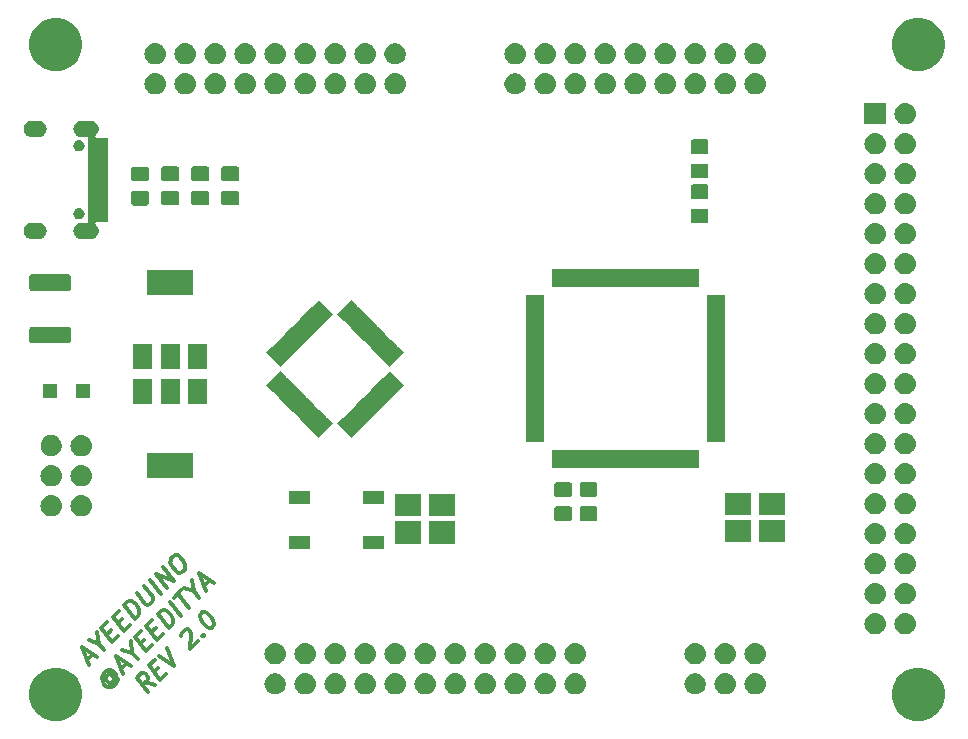
<source format=gbr>
G04 #@! TF.GenerationSoftware,KiCad,Pcbnew,(5.1.2-1)-1*
G04 #@! TF.CreationDate,2020-03-21T01:14:29+05:30*
G04 #@! TF.ProjectId,Mega,4d656761-2e6b-4696-9361-645f70636258,rev?*
G04 #@! TF.SameCoordinates,Original*
G04 #@! TF.FileFunction,Soldermask,Top*
G04 #@! TF.FilePolarity,Negative*
%FSLAX46Y46*%
G04 Gerber Fmt 4.6, Leading zero omitted, Abs format (unit mm)*
G04 Created by KiCad (PCBNEW (5.1.2-1)-1) date 2020-03-21 01:14:29*
%MOMM*%
%LPD*%
G04 APERTURE LIST*
%ADD10C,0.300000*%
%ADD11C,0.100000*%
G04 APERTURE END LIST*
D10*
X19648304Y-69110504D02*
X20153380Y-68605428D01*
X19812454Y-69552446D02*
X19237930Y-68005650D01*
X20519561Y-68845339D01*
X20633203Y-67721545D02*
X21075145Y-68289755D01*
X19793514Y-67450066D02*
X20633203Y-67721545D01*
X20500620Y-66742959D01*
X21296115Y-66957617D02*
X21649669Y-66604063D01*
X22287328Y-67077572D02*
X21782251Y-67582649D01*
X20854174Y-66389406D01*
X21359250Y-65884330D01*
X22255760Y-65997972D02*
X22609314Y-65644418D01*
X23246973Y-66117927D02*
X22741896Y-66623004D01*
X21813819Y-65429761D01*
X22318895Y-64924685D01*
X23701541Y-65663359D02*
X22773464Y-64470116D01*
X23026002Y-64217578D01*
X23221719Y-64122876D01*
X23411122Y-64135503D01*
X23550018Y-64198638D01*
X23777303Y-64375414D01*
X23909885Y-64545877D01*
X24036154Y-64823669D01*
X24074035Y-64987819D01*
X24061408Y-65202477D01*
X23954079Y-65410821D01*
X23701541Y-65663359D01*
X23834124Y-63409456D02*
X24585425Y-64375414D01*
X24724321Y-64438549D01*
X24819022Y-64444862D01*
X24964232Y-64400668D01*
X25166262Y-64198638D01*
X25223083Y-64040801D01*
X25229397Y-63933472D01*
X25191516Y-63769323D01*
X24440215Y-62803364D01*
X25873369Y-63491531D02*
X24945292Y-62298288D01*
X26378445Y-62986454D02*
X25450368Y-61793212D01*
X26984537Y-62380363D01*
X26056459Y-61187120D01*
X26763566Y-60480013D02*
X26965597Y-60277983D01*
X27110806Y-60233789D01*
X27300210Y-60246416D01*
X27527494Y-60423192D01*
X27836853Y-60820940D01*
X27963122Y-61098732D01*
X27950495Y-61313389D01*
X27893674Y-61471226D01*
X27691644Y-61673256D01*
X27546434Y-61717450D01*
X27357031Y-61704823D01*
X27129746Y-61528047D01*
X26820387Y-61130299D01*
X26694118Y-60852507D01*
X26706745Y-60637850D01*
X26763566Y-60480013D01*
X21653457Y-70307535D02*
X21558755Y-70301221D01*
X21413545Y-70345415D01*
X21312530Y-70446431D01*
X21255709Y-70604267D01*
X21249396Y-70711596D01*
X21287276Y-70875746D01*
X21375665Y-70989388D01*
X21514561Y-71052522D01*
X21609262Y-71058836D01*
X21754472Y-71014642D01*
X21855487Y-70913626D01*
X21912308Y-70755790D01*
X21918622Y-70648461D01*
X21565068Y-70193893D02*
X21918622Y-70648461D01*
X22013323Y-70654775D01*
X22063831Y-70604267D01*
X22120652Y-70446431D01*
X22082771Y-70282281D01*
X21861801Y-69998176D01*
X21628203Y-69928728D01*
X21388292Y-69966608D01*
X21142067Y-70111818D01*
X20984231Y-70370669D01*
X20921096Y-70635834D01*
X20952663Y-70907313D01*
X21078932Y-71185105D01*
X21306217Y-71361881D01*
X21539814Y-71431329D01*
X21779726Y-71393449D01*
X22025950Y-71248239D01*
X22183787Y-70989388D01*
X22246921Y-70724223D01*
X22486832Y-69878220D02*
X22991909Y-69373144D01*
X22650982Y-70320162D02*
X22076458Y-68773366D01*
X23358089Y-69613055D01*
X23471731Y-68489260D02*
X23913673Y-69057471D01*
X22632042Y-68217782D02*
X23471731Y-68489260D01*
X23339149Y-67510675D01*
X24134644Y-67725332D02*
X24488197Y-67371779D01*
X25125856Y-67845288D02*
X24620780Y-68350364D01*
X23692702Y-67157121D01*
X24197778Y-66652045D01*
X25094289Y-66765687D02*
X25447842Y-66412134D01*
X26085501Y-66885643D02*
X25580425Y-67390719D01*
X24652347Y-66197477D01*
X25157423Y-65692400D01*
X26540070Y-66431074D02*
X25611992Y-65237832D01*
X25864530Y-64985294D01*
X26060247Y-64890592D01*
X26249651Y-64903219D01*
X26388547Y-64966353D01*
X26615831Y-65143130D01*
X26748414Y-65313593D01*
X26874683Y-65591385D01*
X26912563Y-65755535D01*
X26899936Y-65970192D01*
X26792608Y-66178536D01*
X26540070Y-66431074D01*
X27600730Y-65370414D02*
X26672652Y-64177171D01*
X27026205Y-63823618D02*
X27632297Y-63217527D01*
X28257329Y-64713815D02*
X27329251Y-63520572D01*
X28674017Y-63286975D02*
X29115959Y-63855185D01*
X27834328Y-63015496D02*
X28674017Y-63286975D01*
X28541434Y-62308389D01*
X29507393Y-62857660D02*
X30012469Y-62352583D01*
X29671542Y-63299601D02*
X29097018Y-61752805D01*
X30378649Y-62592495D01*
X25363242Y-71214146D02*
X24567746Y-70999489D01*
X24757150Y-71820238D02*
X23829072Y-70626995D01*
X24233133Y-70222934D01*
X24378343Y-70178740D01*
X24473045Y-70185053D01*
X24611941Y-70248188D01*
X24744523Y-70418651D01*
X24782404Y-70582801D01*
X24776090Y-70690130D01*
X24719269Y-70847966D01*
X24315208Y-71252027D01*
X25331674Y-70134546D02*
X25685228Y-69780992D01*
X26322886Y-70254501D02*
X25817810Y-70759578D01*
X24889733Y-69566335D01*
X25394809Y-69061259D01*
X25697855Y-68758213D02*
X26979486Y-69597902D01*
X26404961Y-68051106D01*
X27604518Y-67053581D02*
X27610831Y-66946252D01*
X27667652Y-66788416D01*
X27920190Y-66535877D01*
X28065400Y-66491683D01*
X28160101Y-66497997D01*
X28298997Y-66561131D01*
X28387386Y-66674773D01*
X28469461Y-66895744D01*
X28393699Y-68183689D01*
X29050298Y-67527090D01*
X29416479Y-66958879D02*
X29511180Y-66965192D01*
X29504867Y-67072521D01*
X29410165Y-67066207D01*
X29416479Y-66958879D01*
X29504867Y-67072521D01*
X29283896Y-65172171D02*
X29384911Y-65071156D01*
X29530121Y-65026962D01*
X29624823Y-65033275D01*
X29763719Y-65096410D01*
X29991003Y-65273187D01*
X30211974Y-65557292D01*
X30338243Y-65835084D01*
X30376124Y-65999234D01*
X30369810Y-66106563D01*
X30312989Y-66264399D01*
X30211974Y-66365414D01*
X30066764Y-66409608D01*
X29972063Y-66403295D01*
X29833167Y-66340160D01*
X29605882Y-66163384D01*
X29384911Y-65879278D01*
X29258642Y-65601486D01*
X29220762Y-65437336D01*
X29227075Y-65330008D01*
X29283896Y-65172171D01*
D11*
G36*
X90275880Y-69759776D02*
G01*
X90656593Y-69835504D01*
X91066249Y-70005189D01*
X91434929Y-70251534D01*
X91748466Y-70565071D01*
X91994811Y-70933751D01*
X92164496Y-71343407D01*
X92251000Y-71778296D01*
X92251000Y-72221704D01*
X92164496Y-72656593D01*
X91994811Y-73066249D01*
X91748466Y-73434929D01*
X91434929Y-73748466D01*
X91066249Y-73994811D01*
X90656593Y-74164496D01*
X90275880Y-74240224D01*
X90221705Y-74251000D01*
X89778295Y-74251000D01*
X89724120Y-74240224D01*
X89343407Y-74164496D01*
X88933751Y-73994811D01*
X88565071Y-73748466D01*
X88251534Y-73434929D01*
X88005189Y-73066249D01*
X87835504Y-72656593D01*
X87749000Y-72221704D01*
X87749000Y-71778296D01*
X87835504Y-71343407D01*
X88005189Y-70933751D01*
X88251534Y-70565071D01*
X88565071Y-70251534D01*
X88933751Y-70005189D01*
X89343407Y-69835504D01*
X89724120Y-69759776D01*
X89778295Y-69749000D01*
X90221705Y-69749000D01*
X90275880Y-69759776D01*
X90275880Y-69759776D01*
G37*
G36*
X17275880Y-69759776D02*
G01*
X17656593Y-69835504D01*
X18066249Y-70005189D01*
X18434929Y-70251534D01*
X18748466Y-70565071D01*
X18994811Y-70933751D01*
X19164496Y-71343407D01*
X19251000Y-71778296D01*
X19251000Y-72221704D01*
X19164496Y-72656593D01*
X18994811Y-73066249D01*
X18748466Y-73434929D01*
X18434929Y-73748466D01*
X18066249Y-73994811D01*
X17656593Y-74164496D01*
X17275880Y-74240224D01*
X17221705Y-74251000D01*
X16778295Y-74251000D01*
X16724120Y-74240224D01*
X16343407Y-74164496D01*
X15933751Y-73994811D01*
X15565071Y-73748466D01*
X15251534Y-73434929D01*
X15005189Y-73066249D01*
X14835504Y-72656593D01*
X14749000Y-72221704D01*
X14749000Y-71778296D01*
X14835504Y-71343407D01*
X15005189Y-70933751D01*
X15251534Y-70565071D01*
X15565071Y-70251534D01*
X15933751Y-70005189D01*
X16343407Y-69835504D01*
X16724120Y-69759776D01*
X16778295Y-69749000D01*
X17221705Y-69749000D01*
X17275880Y-69759776D01*
X17275880Y-69759776D01*
G37*
G36*
X38210442Y-70225518D02*
G01*
X38276627Y-70232037D01*
X38446466Y-70283557D01*
X38602991Y-70367222D01*
X38638729Y-70396552D01*
X38740186Y-70479814D01*
X38810154Y-70565072D01*
X38852778Y-70617009D01*
X38852779Y-70617011D01*
X38900004Y-70705361D01*
X38936443Y-70773534D01*
X38987963Y-70943373D01*
X39005359Y-71120000D01*
X38987963Y-71296627D01*
X38936443Y-71466466D01*
X38852778Y-71622991D01*
X38835012Y-71644639D01*
X38740186Y-71760186D01*
X38667480Y-71819853D01*
X38602991Y-71872778D01*
X38446466Y-71956443D01*
X38276627Y-72007963D01*
X38210443Y-72014481D01*
X38144260Y-72021000D01*
X38055740Y-72021000D01*
X37989557Y-72014481D01*
X37923373Y-72007963D01*
X37753534Y-71956443D01*
X37597009Y-71872778D01*
X37532520Y-71819853D01*
X37459814Y-71760186D01*
X37364988Y-71644639D01*
X37347222Y-71622991D01*
X37263557Y-71466466D01*
X37212037Y-71296627D01*
X37194641Y-71120000D01*
X37212037Y-70943373D01*
X37263557Y-70773534D01*
X37299997Y-70705361D01*
X37347221Y-70617011D01*
X37347222Y-70617009D01*
X37389846Y-70565072D01*
X37459814Y-70479814D01*
X37561271Y-70396552D01*
X37597009Y-70367222D01*
X37753534Y-70283557D01*
X37923373Y-70232037D01*
X37989558Y-70225518D01*
X38055740Y-70219000D01*
X38144260Y-70219000D01*
X38210442Y-70225518D01*
X38210442Y-70225518D01*
G37*
G36*
X35673512Y-70223927D02*
G01*
X35822812Y-70253624D01*
X35986784Y-70321544D01*
X36134354Y-70420147D01*
X36259853Y-70545646D01*
X36358456Y-70693216D01*
X36426376Y-70857188D01*
X36456073Y-71006488D01*
X36461000Y-71031258D01*
X36461000Y-71208742D01*
X36456073Y-71233512D01*
X36426376Y-71382812D01*
X36358456Y-71546784D01*
X36259853Y-71694354D01*
X36134354Y-71819853D01*
X35986784Y-71918456D01*
X35822812Y-71986376D01*
X35673512Y-72016073D01*
X35648742Y-72021000D01*
X35471258Y-72021000D01*
X35446488Y-72016073D01*
X35297188Y-71986376D01*
X35133216Y-71918456D01*
X34985646Y-71819853D01*
X34860147Y-71694354D01*
X34761544Y-71546784D01*
X34693624Y-71382812D01*
X34663927Y-71233512D01*
X34659000Y-71208742D01*
X34659000Y-71031258D01*
X34663927Y-71006488D01*
X34693624Y-70857188D01*
X34761544Y-70693216D01*
X34860147Y-70545646D01*
X34985646Y-70420147D01*
X35133216Y-70321544D01*
X35297188Y-70253624D01*
X35446488Y-70223927D01*
X35471258Y-70219000D01*
X35648742Y-70219000D01*
X35673512Y-70223927D01*
X35673512Y-70223927D01*
G37*
G36*
X40750442Y-70225518D02*
G01*
X40816627Y-70232037D01*
X40986466Y-70283557D01*
X41142991Y-70367222D01*
X41178729Y-70396552D01*
X41280186Y-70479814D01*
X41350154Y-70565072D01*
X41392778Y-70617009D01*
X41392779Y-70617011D01*
X41440004Y-70705361D01*
X41476443Y-70773534D01*
X41527963Y-70943373D01*
X41545359Y-71120000D01*
X41527963Y-71296627D01*
X41476443Y-71466466D01*
X41392778Y-71622991D01*
X41375012Y-71644639D01*
X41280186Y-71760186D01*
X41207480Y-71819853D01*
X41142991Y-71872778D01*
X40986466Y-71956443D01*
X40816627Y-72007963D01*
X40750443Y-72014481D01*
X40684260Y-72021000D01*
X40595740Y-72021000D01*
X40529557Y-72014481D01*
X40463373Y-72007963D01*
X40293534Y-71956443D01*
X40137009Y-71872778D01*
X40072520Y-71819853D01*
X39999814Y-71760186D01*
X39904988Y-71644639D01*
X39887222Y-71622991D01*
X39803557Y-71466466D01*
X39752037Y-71296627D01*
X39734641Y-71120000D01*
X39752037Y-70943373D01*
X39803557Y-70773534D01*
X39839997Y-70705361D01*
X39887221Y-70617011D01*
X39887222Y-70617009D01*
X39929846Y-70565072D01*
X39999814Y-70479814D01*
X40101271Y-70396552D01*
X40137009Y-70367222D01*
X40293534Y-70283557D01*
X40463373Y-70232037D01*
X40529558Y-70225518D01*
X40595740Y-70219000D01*
X40684260Y-70219000D01*
X40750442Y-70225518D01*
X40750442Y-70225518D01*
G37*
G36*
X43290442Y-70225518D02*
G01*
X43356627Y-70232037D01*
X43526466Y-70283557D01*
X43682991Y-70367222D01*
X43718729Y-70396552D01*
X43820186Y-70479814D01*
X43890154Y-70565072D01*
X43932778Y-70617009D01*
X43932779Y-70617011D01*
X43980004Y-70705361D01*
X44016443Y-70773534D01*
X44067963Y-70943373D01*
X44085359Y-71120000D01*
X44067963Y-71296627D01*
X44016443Y-71466466D01*
X43932778Y-71622991D01*
X43915012Y-71644639D01*
X43820186Y-71760186D01*
X43747480Y-71819853D01*
X43682991Y-71872778D01*
X43526466Y-71956443D01*
X43356627Y-72007963D01*
X43290443Y-72014481D01*
X43224260Y-72021000D01*
X43135740Y-72021000D01*
X43069557Y-72014481D01*
X43003373Y-72007963D01*
X42833534Y-71956443D01*
X42677009Y-71872778D01*
X42612520Y-71819853D01*
X42539814Y-71760186D01*
X42444988Y-71644639D01*
X42427222Y-71622991D01*
X42343557Y-71466466D01*
X42292037Y-71296627D01*
X42274641Y-71120000D01*
X42292037Y-70943373D01*
X42343557Y-70773534D01*
X42379997Y-70705361D01*
X42427221Y-70617011D01*
X42427222Y-70617009D01*
X42469846Y-70565072D01*
X42539814Y-70479814D01*
X42641271Y-70396552D01*
X42677009Y-70367222D01*
X42833534Y-70283557D01*
X43003373Y-70232037D01*
X43069558Y-70225518D01*
X43135740Y-70219000D01*
X43224260Y-70219000D01*
X43290442Y-70225518D01*
X43290442Y-70225518D01*
G37*
G36*
X45830442Y-70225518D02*
G01*
X45896627Y-70232037D01*
X46066466Y-70283557D01*
X46222991Y-70367222D01*
X46258729Y-70396552D01*
X46360186Y-70479814D01*
X46430154Y-70565072D01*
X46472778Y-70617009D01*
X46472779Y-70617011D01*
X46520004Y-70705361D01*
X46556443Y-70773534D01*
X46607963Y-70943373D01*
X46625359Y-71120000D01*
X46607963Y-71296627D01*
X46556443Y-71466466D01*
X46472778Y-71622991D01*
X46455012Y-71644639D01*
X46360186Y-71760186D01*
X46287480Y-71819853D01*
X46222991Y-71872778D01*
X46066466Y-71956443D01*
X45896627Y-72007963D01*
X45830443Y-72014481D01*
X45764260Y-72021000D01*
X45675740Y-72021000D01*
X45609557Y-72014481D01*
X45543373Y-72007963D01*
X45373534Y-71956443D01*
X45217009Y-71872778D01*
X45152520Y-71819853D01*
X45079814Y-71760186D01*
X44984988Y-71644639D01*
X44967222Y-71622991D01*
X44883557Y-71466466D01*
X44832037Y-71296627D01*
X44814641Y-71120000D01*
X44832037Y-70943373D01*
X44883557Y-70773534D01*
X44919997Y-70705361D01*
X44967221Y-70617011D01*
X44967222Y-70617009D01*
X45009846Y-70565072D01*
X45079814Y-70479814D01*
X45181271Y-70396552D01*
X45217009Y-70367222D01*
X45373534Y-70283557D01*
X45543373Y-70232037D01*
X45609558Y-70225518D01*
X45675740Y-70219000D01*
X45764260Y-70219000D01*
X45830442Y-70225518D01*
X45830442Y-70225518D01*
G37*
G36*
X48370442Y-70225518D02*
G01*
X48436627Y-70232037D01*
X48606466Y-70283557D01*
X48762991Y-70367222D01*
X48798729Y-70396552D01*
X48900186Y-70479814D01*
X48970154Y-70565072D01*
X49012778Y-70617009D01*
X49012779Y-70617011D01*
X49060004Y-70705361D01*
X49096443Y-70773534D01*
X49147963Y-70943373D01*
X49165359Y-71120000D01*
X49147963Y-71296627D01*
X49096443Y-71466466D01*
X49012778Y-71622991D01*
X48995012Y-71644639D01*
X48900186Y-71760186D01*
X48827480Y-71819853D01*
X48762991Y-71872778D01*
X48606466Y-71956443D01*
X48436627Y-72007963D01*
X48370443Y-72014481D01*
X48304260Y-72021000D01*
X48215740Y-72021000D01*
X48149557Y-72014481D01*
X48083373Y-72007963D01*
X47913534Y-71956443D01*
X47757009Y-71872778D01*
X47692520Y-71819853D01*
X47619814Y-71760186D01*
X47524988Y-71644639D01*
X47507222Y-71622991D01*
X47423557Y-71466466D01*
X47372037Y-71296627D01*
X47354641Y-71120000D01*
X47372037Y-70943373D01*
X47423557Y-70773534D01*
X47459997Y-70705361D01*
X47507221Y-70617011D01*
X47507222Y-70617009D01*
X47549846Y-70565072D01*
X47619814Y-70479814D01*
X47721271Y-70396552D01*
X47757009Y-70367222D01*
X47913534Y-70283557D01*
X48083373Y-70232037D01*
X48149558Y-70225518D01*
X48215740Y-70219000D01*
X48304260Y-70219000D01*
X48370442Y-70225518D01*
X48370442Y-70225518D01*
G37*
G36*
X50910442Y-70225518D02*
G01*
X50976627Y-70232037D01*
X51146466Y-70283557D01*
X51302991Y-70367222D01*
X51338729Y-70396552D01*
X51440186Y-70479814D01*
X51510154Y-70565072D01*
X51552778Y-70617009D01*
X51552779Y-70617011D01*
X51600004Y-70705361D01*
X51636443Y-70773534D01*
X51687963Y-70943373D01*
X51705359Y-71120000D01*
X51687963Y-71296627D01*
X51636443Y-71466466D01*
X51552778Y-71622991D01*
X51535012Y-71644639D01*
X51440186Y-71760186D01*
X51367480Y-71819853D01*
X51302991Y-71872778D01*
X51146466Y-71956443D01*
X50976627Y-72007963D01*
X50910443Y-72014481D01*
X50844260Y-72021000D01*
X50755740Y-72021000D01*
X50689557Y-72014481D01*
X50623373Y-72007963D01*
X50453534Y-71956443D01*
X50297009Y-71872778D01*
X50232520Y-71819853D01*
X50159814Y-71760186D01*
X50064988Y-71644639D01*
X50047222Y-71622991D01*
X49963557Y-71466466D01*
X49912037Y-71296627D01*
X49894641Y-71120000D01*
X49912037Y-70943373D01*
X49963557Y-70773534D01*
X49999997Y-70705361D01*
X50047221Y-70617011D01*
X50047222Y-70617009D01*
X50089846Y-70565072D01*
X50159814Y-70479814D01*
X50261271Y-70396552D01*
X50297009Y-70367222D01*
X50453534Y-70283557D01*
X50623373Y-70232037D01*
X50689558Y-70225518D01*
X50755740Y-70219000D01*
X50844260Y-70219000D01*
X50910442Y-70225518D01*
X50910442Y-70225518D01*
G37*
G36*
X73770442Y-70225518D02*
G01*
X73836627Y-70232037D01*
X74006466Y-70283557D01*
X74162991Y-70367222D01*
X74198729Y-70396552D01*
X74300186Y-70479814D01*
X74370154Y-70565072D01*
X74412778Y-70617009D01*
X74412779Y-70617011D01*
X74460004Y-70705361D01*
X74496443Y-70773534D01*
X74547963Y-70943373D01*
X74565359Y-71120000D01*
X74547963Y-71296627D01*
X74496443Y-71466466D01*
X74412778Y-71622991D01*
X74395012Y-71644639D01*
X74300186Y-71760186D01*
X74227480Y-71819853D01*
X74162991Y-71872778D01*
X74006466Y-71956443D01*
X73836627Y-72007963D01*
X73770443Y-72014481D01*
X73704260Y-72021000D01*
X73615740Y-72021000D01*
X73549557Y-72014481D01*
X73483373Y-72007963D01*
X73313534Y-71956443D01*
X73157009Y-71872778D01*
X73092520Y-71819853D01*
X73019814Y-71760186D01*
X72924988Y-71644639D01*
X72907222Y-71622991D01*
X72823557Y-71466466D01*
X72772037Y-71296627D01*
X72754641Y-71120000D01*
X72772037Y-70943373D01*
X72823557Y-70773534D01*
X72859997Y-70705361D01*
X72907221Y-70617011D01*
X72907222Y-70617009D01*
X72949846Y-70565072D01*
X73019814Y-70479814D01*
X73121271Y-70396552D01*
X73157009Y-70367222D01*
X73313534Y-70283557D01*
X73483373Y-70232037D01*
X73549558Y-70225518D01*
X73615740Y-70219000D01*
X73704260Y-70219000D01*
X73770442Y-70225518D01*
X73770442Y-70225518D01*
G37*
G36*
X53450442Y-70225518D02*
G01*
X53516627Y-70232037D01*
X53686466Y-70283557D01*
X53842991Y-70367222D01*
X53878729Y-70396552D01*
X53980186Y-70479814D01*
X54050154Y-70565072D01*
X54092778Y-70617009D01*
X54092779Y-70617011D01*
X54140004Y-70705361D01*
X54176443Y-70773534D01*
X54227963Y-70943373D01*
X54245359Y-71120000D01*
X54227963Y-71296627D01*
X54176443Y-71466466D01*
X54092778Y-71622991D01*
X54075012Y-71644639D01*
X53980186Y-71760186D01*
X53907480Y-71819853D01*
X53842991Y-71872778D01*
X53686466Y-71956443D01*
X53516627Y-72007963D01*
X53450443Y-72014481D01*
X53384260Y-72021000D01*
X53295740Y-72021000D01*
X53229557Y-72014481D01*
X53163373Y-72007963D01*
X52993534Y-71956443D01*
X52837009Y-71872778D01*
X52772520Y-71819853D01*
X52699814Y-71760186D01*
X52604988Y-71644639D01*
X52587222Y-71622991D01*
X52503557Y-71466466D01*
X52452037Y-71296627D01*
X52434641Y-71120000D01*
X52452037Y-70943373D01*
X52503557Y-70773534D01*
X52539997Y-70705361D01*
X52587221Y-70617011D01*
X52587222Y-70617009D01*
X52629846Y-70565072D01*
X52699814Y-70479814D01*
X52801271Y-70396552D01*
X52837009Y-70367222D01*
X52993534Y-70283557D01*
X53163373Y-70232037D01*
X53229558Y-70225518D01*
X53295740Y-70219000D01*
X53384260Y-70219000D01*
X53450442Y-70225518D01*
X53450442Y-70225518D01*
G37*
G36*
X55990442Y-70225518D02*
G01*
X56056627Y-70232037D01*
X56226466Y-70283557D01*
X56382991Y-70367222D01*
X56418729Y-70396552D01*
X56520186Y-70479814D01*
X56590154Y-70565072D01*
X56632778Y-70617009D01*
X56632779Y-70617011D01*
X56680004Y-70705361D01*
X56716443Y-70773534D01*
X56767963Y-70943373D01*
X56785359Y-71120000D01*
X56767963Y-71296627D01*
X56716443Y-71466466D01*
X56632778Y-71622991D01*
X56615012Y-71644639D01*
X56520186Y-71760186D01*
X56447480Y-71819853D01*
X56382991Y-71872778D01*
X56226466Y-71956443D01*
X56056627Y-72007963D01*
X55990443Y-72014481D01*
X55924260Y-72021000D01*
X55835740Y-72021000D01*
X55769557Y-72014481D01*
X55703373Y-72007963D01*
X55533534Y-71956443D01*
X55377009Y-71872778D01*
X55312520Y-71819853D01*
X55239814Y-71760186D01*
X55144988Y-71644639D01*
X55127222Y-71622991D01*
X55043557Y-71466466D01*
X54992037Y-71296627D01*
X54974641Y-71120000D01*
X54992037Y-70943373D01*
X55043557Y-70773534D01*
X55079997Y-70705361D01*
X55127221Y-70617011D01*
X55127222Y-70617009D01*
X55169846Y-70565072D01*
X55239814Y-70479814D01*
X55341271Y-70396552D01*
X55377009Y-70367222D01*
X55533534Y-70283557D01*
X55703373Y-70232037D01*
X55769558Y-70225518D01*
X55835740Y-70219000D01*
X55924260Y-70219000D01*
X55990442Y-70225518D01*
X55990442Y-70225518D01*
G37*
G36*
X71233512Y-70223927D02*
G01*
X71382812Y-70253624D01*
X71546784Y-70321544D01*
X71694354Y-70420147D01*
X71819853Y-70545646D01*
X71918456Y-70693216D01*
X71986376Y-70857188D01*
X72016073Y-71006488D01*
X72021000Y-71031258D01*
X72021000Y-71208742D01*
X72016073Y-71233512D01*
X71986376Y-71382812D01*
X71918456Y-71546784D01*
X71819853Y-71694354D01*
X71694354Y-71819853D01*
X71546784Y-71918456D01*
X71382812Y-71986376D01*
X71233512Y-72016073D01*
X71208742Y-72021000D01*
X71031258Y-72021000D01*
X71006488Y-72016073D01*
X70857188Y-71986376D01*
X70693216Y-71918456D01*
X70545646Y-71819853D01*
X70420147Y-71694354D01*
X70321544Y-71546784D01*
X70253624Y-71382812D01*
X70223927Y-71233512D01*
X70219000Y-71208742D01*
X70219000Y-71031258D01*
X70223927Y-71006488D01*
X70253624Y-70857188D01*
X70321544Y-70693216D01*
X70420147Y-70545646D01*
X70545646Y-70420147D01*
X70693216Y-70321544D01*
X70857188Y-70253624D01*
X71006488Y-70223927D01*
X71031258Y-70219000D01*
X71208742Y-70219000D01*
X71233512Y-70223927D01*
X71233512Y-70223927D01*
G37*
G36*
X58530442Y-70225518D02*
G01*
X58596627Y-70232037D01*
X58766466Y-70283557D01*
X58922991Y-70367222D01*
X58958729Y-70396552D01*
X59060186Y-70479814D01*
X59130154Y-70565072D01*
X59172778Y-70617009D01*
X59172779Y-70617011D01*
X59220004Y-70705361D01*
X59256443Y-70773534D01*
X59307963Y-70943373D01*
X59325359Y-71120000D01*
X59307963Y-71296627D01*
X59256443Y-71466466D01*
X59172778Y-71622991D01*
X59155012Y-71644639D01*
X59060186Y-71760186D01*
X58987480Y-71819853D01*
X58922991Y-71872778D01*
X58766466Y-71956443D01*
X58596627Y-72007963D01*
X58530443Y-72014481D01*
X58464260Y-72021000D01*
X58375740Y-72021000D01*
X58309557Y-72014481D01*
X58243373Y-72007963D01*
X58073534Y-71956443D01*
X57917009Y-71872778D01*
X57852520Y-71819853D01*
X57779814Y-71760186D01*
X57684988Y-71644639D01*
X57667222Y-71622991D01*
X57583557Y-71466466D01*
X57532037Y-71296627D01*
X57514641Y-71120000D01*
X57532037Y-70943373D01*
X57583557Y-70773534D01*
X57619997Y-70705361D01*
X57667221Y-70617011D01*
X57667222Y-70617009D01*
X57709846Y-70565072D01*
X57779814Y-70479814D01*
X57881271Y-70396552D01*
X57917009Y-70367222D01*
X58073534Y-70283557D01*
X58243373Y-70232037D01*
X58309558Y-70225518D01*
X58375740Y-70219000D01*
X58464260Y-70219000D01*
X58530442Y-70225518D01*
X58530442Y-70225518D01*
G37*
G36*
X61070442Y-70225518D02*
G01*
X61136627Y-70232037D01*
X61306466Y-70283557D01*
X61462991Y-70367222D01*
X61498729Y-70396552D01*
X61600186Y-70479814D01*
X61670154Y-70565072D01*
X61712778Y-70617009D01*
X61712779Y-70617011D01*
X61760004Y-70705361D01*
X61796443Y-70773534D01*
X61847963Y-70943373D01*
X61865359Y-71120000D01*
X61847963Y-71296627D01*
X61796443Y-71466466D01*
X61712778Y-71622991D01*
X61695012Y-71644639D01*
X61600186Y-71760186D01*
X61527480Y-71819853D01*
X61462991Y-71872778D01*
X61306466Y-71956443D01*
X61136627Y-72007963D01*
X61070443Y-72014481D01*
X61004260Y-72021000D01*
X60915740Y-72021000D01*
X60849557Y-72014481D01*
X60783373Y-72007963D01*
X60613534Y-71956443D01*
X60457009Y-71872778D01*
X60392520Y-71819853D01*
X60319814Y-71760186D01*
X60224988Y-71644639D01*
X60207222Y-71622991D01*
X60123557Y-71466466D01*
X60072037Y-71296627D01*
X60054641Y-71120000D01*
X60072037Y-70943373D01*
X60123557Y-70773534D01*
X60159997Y-70705361D01*
X60207221Y-70617011D01*
X60207222Y-70617009D01*
X60249846Y-70565072D01*
X60319814Y-70479814D01*
X60421271Y-70396552D01*
X60457009Y-70367222D01*
X60613534Y-70283557D01*
X60783373Y-70232037D01*
X60849558Y-70225518D01*
X60915740Y-70219000D01*
X61004260Y-70219000D01*
X61070442Y-70225518D01*
X61070442Y-70225518D01*
G37*
G36*
X76310442Y-70225518D02*
G01*
X76376627Y-70232037D01*
X76546466Y-70283557D01*
X76702991Y-70367222D01*
X76738729Y-70396552D01*
X76840186Y-70479814D01*
X76910154Y-70565072D01*
X76952778Y-70617009D01*
X76952779Y-70617011D01*
X77000004Y-70705361D01*
X77036443Y-70773534D01*
X77087963Y-70943373D01*
X77105359Y-71120000D01*
X77087963Y-71296627D01*
X77036443Y-71466466D01*
X76952778Y-71622991D01*
X76935012Y-71644639D01*
X76840186Y-71760186D01*
X76767480Y-71819853D01*
X76702991Y-71872778D01*
X76546466Y-71956443D01*
X76376627Y-72007963D01*
X76310443Y-72014481D01*
X76244260Y-72021000D01*
X76155740Y-72021000D01*
X76089557Y-72014481D01*
X76023373Y-72007963D01*
X75853534Y-71956443D01*
X75697009Y-71872778D01*
X75632520Y-71819853D01*
X75559814Y-71760186D01*
X75464988Y-71644639D01*
X75447222Y-71622991D01*
X75363557Y-71466466D01*
X75312037Y-71296627D01*
X75294641Y-71120000D01*
X75312037Y-70943373D01*
X75363557Y-70773534D01*
X75399997Y-70705361D01*
X75447221Y-70617011D01*
X75447222Y-70617009D01*
X75489846Y-70565072D01*
X75559814Y-70479814D01*
X75661271Y-70396552D01*
X75697009Y-70367222D01*
X75853534Y-70283557D01*
X76023373Y-70232037D01*
X76089558Y-70225518D01*
X76155740Y-70219000D01*
X76244260Y-70219000D01*
X76310442Y-70225518D01*
X76310442Y-70225518D01*
G37*
G36*
X38210443Y-67685519D02*
G01*
X38276627Y-67692037D01*
X38446466Y-67743557D01*
X38602991Y-67827222D01*
X38638729Y-67856552D01*
X38740186Y-67939814D01*
X38823448Y-68041271D01*
X38852778Y-68077009D01*
X38936443Y-68233534D01*
X38987963Y-68403373D01*
X39005359Y-68580000D01*
X38987963Y-68756627D01*
X38936443Y-68926466D01*
X38852778Y-69082991D01*
X38823448Y-69118729D01*
X38740186Y-69220186D01*
X38638729Y-69303448D01*
X38602991Y-69332778D01*
X38446466Y-69416443D01*
X38276627Y-69467963D01*
X38210442Y-69474482D01*
X38144260Y-69481000D01*
X38055740Y-69481000D01*
X37989558Y-69474482D01*
X37923373Y-69467963D01*
X37753534Y-69416443D01*
X37597009Y-69332778D01*
X37561271Y-69303448D01*
X37459814Y-69220186D01*
X37376552Y-69118729D01*
X37347222Y-69082991D01*
X37263557Y-68926466D01*
X37212037Y-68756627D01*
X37194641Y-68580000D01*
X37212037Y-68403373D01*
X37263557Y-68233534D01*
X37347222Y-68077009D01*
X37376552Y-68041271D01*
X37459814Y-67939814D01*
X37561271Y-67856552D01*
X37597009Y-67827222D01*
X37753534Y-67743557D01*
X37923373Y-67692037D01*
X37989557Y-67685519D01*
X38055740Y-67679000D01*
X38144260Y-67679000D01*
X38210443Y-67685519D01*
X38210443Y-67685519D01*
G37*
G36*
X55990443Y-67685519D02*
G01*
X56056627Y-67692037D01*
X56226466Y-67743557D01*
X56382991Y-67827222D01*
X56418729Y-67856552D01*
X56520186Y-67939814D01*
X56603448Y-68041271D01*
X56632778Y-68077009D01*
X56716443Y-68233534D01*
X56767963Y-68403373D01*
X56785359Y-68580000D01*
X56767963Y-68756627D01*
X56716443Y-68926466D01*
X56632778Y-69082991D01*
X56603448Y-69118729D01*
X56520186Y-69220186D01*
X56418729Y-69303448D01*
X56382991Y-69332778D01*
X56226466Y-69416443D01*
X56056627Y-69467963D01*
X55990442Y-69474482D01*
X55924260Y-69481000D01*
X55835740Y-69481000D01*
X55769558Y-69474482D01*
X55703373Y-69467963D01*
X55533534Y-69416443D01*
X55377009Y-69332778D01*
X55341271Y-69303448D01*
X55239814Y-69220186D01*
X55156552Y-69118729D01*
X55127222Y-69082991D01*
X55043557Y-68926466D01*
X54992037Y-68756627D01*
X54974641Y-68580000D01*
X54992037Y-68403373D01*
X55043557Y-68233534D01*
X55127222Y-68077009D01*
X55156552Y-68041271D01*
X55239814Y-67939814D01*
X55341271Y-67856552D01*
X55377009Y-67827222D01*
X55533534Y-67743557D01*
X55703373Y-67692037D01*
X55769557Y-67685519D01*
X55835740Y-67679000D01*
X55924260Y-67679000D01*
X55990443Y-67685519D01*
X55990443Y-67685519D01*
G37*
G36*
X76310443Y-67685519D02*
G01*
X76376627Y-67692037D01*
X76546466Y-67743557D01*
X76702991Y-67827222D01*
X76738729Y-67856552D01*
X76840186Y-67939814D01*
X76923448Y-68041271D01*
X76952778Y-68077009D01*
X77036443Y-68233534D01*
X77087963Y-68403373D01*
X77105359Y-68580000D01*
X77087963Y-68756627D01*
X77036443Y-68926466D01*
X76952778Y-69082991D01*
X76923448Y-69118729D01*
X76840186Y-69220186D01*
X76738729Y-69303448D01*
X76702991Y-69332778D01*
X76546466Y-69416443D01*
X76376627Y-69467963D01*
X76310442Y-69474482D01*
X76244260Y-69481000D01*
X76155740Y-69481000D01*
X76089558Y-69474482D01*
X76023373Y-69467963D01*
X75853534Y-69416443D01*
X75697009Y-69332778D01*
X75661271Y-69303448D01*
X75559814Y-69220186D01*
X75476552Y-69118729D01*
X75447222Y-69082991D01*
X75363557Y-68926466D01*
X75312037Y-68756627D01*
X75294641Y-68580000D01*
X75312037Y-68403373D01*
X75363557Y-68233534D01*
X75447222Y-68077009D01*
X75476552Y-68041271D01*
X75559814Y-67939814D01*
X75661271Y-67856552D01*
X75697009Y-67827222D01*
X75853534Y-67743557D01*
X76023373Y-67692037D01*
X76089557Y-67685519D01*
X76155740Y-67679000D01*
X76244260Y-67679000D01*
X76310443Y-67685519D01*
X76310443Y-67685519D01*
G37*
G36*
X35670443Y-67685519D02*
G01*
X35736627Y-67692037D01*
X35906466Y-67743557D01*
X36062991Y-67827222D01*
X36098729Y-67856552D01*
X36200186Y-67939814D01*
X36283448Y-68041271D01*
X36312778Y-68077009D01*
X36396443Y-68233534D01*
X36447963Y-68403373D01*
X36465359Y-68580000D01*
X36447963Y-68756627D01*
X36396443Y-68926466D01*
X36312778Y-69082991D01*
X36283448Y-69118729D01*
X36200186Y-69220186D01*
X36098729Y-69303448D01*
X36062991Y-69332778D01*
X35906466Y-69416443D01*
X35736627Y-69467963D01*
X35670442Y-69474482D01*
X35604260Y-69481000D01*
X35515740Y-69481000D01*
X35449558Y-69474482D01*
X35383373Y-69467963D01*
X35213534Y-69416443D01*
X35057009Y-69332778D01*
X35021271Y-69303448D01*
X34919814Y-69220186D01*
X34836552Y-69118729D01*
X34807222Y-69082991D01*
X34723557Y-68926466D01*
X34672037Y-68756627D01*
X34654641Y-68580000D01*
X34672037Y-68403373D01*
X34723557Y-68233534D01*
X34807222Y-68077009D01*
X34836552Y-68041271D01*
X34919814Y-67939814D01*
X35021271Y-67856552D01*
X35057009Y-67827222D01*
X35213534Y-67743557D01*
X35383373Y-67692037D01*
X35449557Y-67685519D01*
X35515740Y-67679000D01*
X35604260Y-67679000D01*
X35670443Y-67685519D01*
X35670443Y-67685519D01*
G37*
G36*
X73770443Y-67685519D02*
G01*
X73836627Y-67692037D01*
X74006466Y-67743557D01*
X74162991Y-67827222D01*
X74198729Y-67856552D01*
X74300186Y-67939814D01*
X74383448Y-68041271D01*
X74412778Y-68077009D01*
X74496443Y-68233534D01*
X74547963Y-68403373D01*
X74565359Y-68580000D01*
X74547963Y-68756627D01*
X74496443Y-68926466D01*
X74412778Y-69082991D01*
X74383448Y-69118729D01*
X74300186Y-69220186D01*
X74198729Y-69303448D01*
X74162991Y-69332778D01*
X74006466Y-69416443D01*
X73836627Y-69467963D01*
X73770442Y-69474482D01*
X73704260Y-69481000D01*
X73615740Y-69481000D01*
X73549558Y-69474482D01*
X73483373Y-69467963D01*
X73313534Y-69416443D01*
X73157009Y-69332778D01*
X73121271Y-69303448D01*
X73019814Y-69220186D01*
X72936552Y-69118729D01*
X72907222Y-69082991D01*
X72823557Y-68926466D01*
X72772037Y-68756627D01*
X72754641Y-68580000D01*
X72772037Y-68403373D01*
X72823557Y-68233534D01*
X72907222Y-68077009D01*
X72936552Y-68041271D01*
X73019814Y-67939814D01*
X73121271Y-67856552D01*
X73157009Y-67827222D01*
X73313534Y-67743557D01*
X73483373Y-67692037D01*
X73549557Y-67685519D01*
X73615740Y-67679000D01*
X73704260Y-67679000D01*
X73770443Y-67685519D01*
X73770443Y-67685519D01*
G37*
G36*
X61070443Y-67685519D02*
G01*
X61136627Y-67692037D01*
X61306466Y-67743557D01*
X61462991Y-67827222D01*
X61498729Y-67856552D01*
X61600186Y-67939814D01*
X61683448Y-68041271D01*
X61712778Y-68077009D01*
X61796443Y-68233534D01*
X61847963Y-68403373D01*
X61865359Y-68580000D01*
X61847963Y-68756627D01*
X61796443Y-68926466D01*
X61712778Y-69082991D01*
X61683448Y-69118729D01*
X61600186Y-69220186D01*
X61498729Y-69303448D01*
X61462991Y-69332778D01*
X61306466Y-69416443D01*
X61136627Y-69467963D01*
X61070442Y-69474482D01*
X61004260Y-69481000D01*
X60915740Y-69481000D01*
X60849558Y-69474482D01*
X60783373Y-69467963D01*
X60613534Y-69416443D01*
X60457009Y-69332778D01*
X60421271Y-69303448D01*
X60319814Y-69220186D01*
X60236552Y-69118729D01*
X60207222Y-69082991D01*
X60123557Y-68926466D01*
X60072037Y-68756627D01*
X60054641Y-68580000D01*
X60072037Y-68403373D01*
X60123557Y-68233534D01*
X60207222Y-68077009D01*
X60236552Y-68041271D01*
X60319814Y-67939814D01*
X60421271Y-67856552D01*
X60457009Y-67827222D01*
X60613534Y-67743557D01*
X60783373Y-67692037D01*
X60849557Y-67685519D01*
X60915740Y-67679000D01*
X61004260Y-67679000D01*
X61070443Y-67685519D01*
X61070443Y-67685519D01*
G37*
G36*
X58530443Y-67685519D02*
G01*
X58596627Y-67692037D01*
X58766466Y-67743557D01*
X58922991Y-67827222D01*
X58958729Y-67856552D01*
X59060186Y-67939814D01*
X59143448Y-68041271D01*
X59172778Y-68077009D01*
X59256443Y-68233534D01*
X59307963Y-68403373D01*
X59325359Y-68580000D01*
X59307963Y-68756627D01*
X59256443Y-68926466D01*
X59172778Y-69082991D01*
X59143448Y-69118729D01*
X59060186Y-69220186D01*
X58958729Y-69303448D01*
X58922991Y-69332778D01*
X58766466Y-69416443D01*
X58596627Y-69467963D01*
X58530442Y-69474482D01*
X58464260Y-69481000D01*
X58375740Y-69481000D01*
X58309558Y-69474482D01*
X58243373Y-69467963D01*
X58073534Y-69416443D01*
X57917009Y-69332778D01*
X57881271Y-69303448D01*
X57779814Y-69220186D01*
X57696552Y-69118729D01*
X57667222Y-69082991D01*
X57583557Y-68926466D01*
X57532037Y-68756627D01*
X57514641Y-68580000D01*
X57532037Y-68403373D01*
X57583557Y-68233534D01*
X57667222Y-68077009D01*
X57696552Y-68041271D01*
X57779814Y-67939814D01*
X57881271Y-67856552D01*
X57917009Y-67827222D01*
X58073534Y-67743557D01*
X58243373Y-67692037D01*
X58309557Y-67685519D01*
X58375740Y-67679000D01*
X58464260Y-67679000D01*
X58530443Y-67685519D01*
X58530443Y-67685519D01*
G37*
G36*
X71230443Y-67685519D02*
G01*
X71296627Y-67692037D01*
X71466466Y-67743557D01*
X71622991Y-67827222D01*
X71658729Y-67856552D01*
X71760186Y-67939814D01*
X71843448Y-68041271D01*
X71872778Y-68077009D01*
X71956443Y-68233534D01*
X72007963Y-68403373D01*
X72025359Y-68580000D01*
X72007963Y-68756627D01*
X71956443Y-68926466D01*
X71872778Y-69082991D01*
X71843448Y-69118729D01*
X71760186Y-69220186D01*
X71658729Y-69303448D01*
X71622991Y-69332778D01*
X71466466Y-69416443D01*
X71296627Y-69467963D01*
X71230442Y-69474482D01*
X71164260Y-69481000D01*
X71075740Y-69481000D01*
X71009558Y-69474482D01*
X70943373Y-69467963D01*
X70773534Y-69416443D01*
X70617009Y-69332778D01*
X70581271Y-69303448D01*
X70479814Y-69220186D01*
X70396552Y-69118729D01*
X70367222Y-69082991D01*
X70283557Y-68926466D01*
X70232037Y-68756627D01*
X70214641Y-68580000D01*
X70232037Y-68403373D01*
X70283557Y-68233534D01*
X70367222Y-68077009D01*
X70396552Y-68041271D01*
X70479814Y-67939814D01*
X70581271Y-67856552D01*
X70617009Y-67827222D01*
X70773534Y-67743557D01*
X70943373Y-67692037D01*
X71009557Y-67685519D01*
X71075740Y-67679000D01*
X71164260Y-67679000D01*
X71230443Y-67685519D01*
X71230443Y-67685519D01*
G37*
G36*
X53450443Y-67685519D02*
G01*
X53516627Y-67692037D01*
X53686466Y-67743557D01*
X53842991Y-67827222D01*
X53878729Y-67856552D01*
X53980186Y-67939814D01*
X54063448Y-68041271D01*
X54092778Y-68077009D01*
X54176443Y-68233534D01*
X54227963Y-68403373D01*
X54245359Y-68580000D01*
X54227963Y-68756627D01*
X54176443Y-68926466D01*
X54092778Y-69082991D01*
X54063448Y-69118729D01*
X53980186Y-69220186D01*
X53878729Y-69303448D01*
X53842991Y-69332778D01*
X53686466Y-69416443D01*
X53516627Y-69467963D01*
X53450442Y-69474482D01*
X53384260Y-69481000D01*
X53295740Y-69481000D01*
X53229558Y-69474482D01*
X53163373Y-69467963D01*
X52993534Y-69416443D01*
X52837009Y-69332778D01*
X52801271Y-69303448D01*
X52699814Y-69220186D01*
X52616552Y-69118729D01*
X52587222Y-69082991D01*
X52503557Y-68926466D01*
X52452037Y-68756627D01*
X52434641Y-68580000D01*
X52452037Y-68403373D01*
X52503557Y-68233534D01*
X52587222Y-68077009D01*
X52616552Y-68041271D01*
X52699814Y-67939814D01*
X52801271Y-67856552D01*
X52837009Y-67827222D01*
X52993534Y-67743557D01*
X53163373Y-67692037D01*
X53229557Y-67685519D01*
X53295740Y-67679000D01*
X53384260Y-67679000D01*
X53450443Y-67685519D01*
X53450443Y-67685519D01*
G37*
G36*
X50910443Y-67685519D02*
G01*
X50976627Y-67692037D01*
X51146466Y-67743557D01*
X51302991Y-67827222D01*
X51338729Y-67856552D01*
X51440186Y-67939814D01*
X51523448Y-68041271D01*
X51552778Y-68077009D01*
X51636443Y-68233534D01*
X51687963Y-68403373D01*
X51705359Y-68580000D01*
X51687963Y-68756627D01*
X51636443Y-68926466D01*
X51552778Y-69082991D01*
X51523448Y-69118729D01*
X51440186Y-69220186D01*
X51338729Y-69303448D01*
X51302991Y-69332778D01*
X51146466Y-69416443D01*
X50976627Y-69467963D01*
X50910442Y-69474482D01*
X50844260Y-69481000D01*
X50755740Y-69481000D01*
X50689558Y-69474482D01*
X50623373Y-69467963D01*
X50453534Y-69416443D01*
X50297009Y-69332778D01*
X50261271Y-69303448D01*
X50159814Y-69220186D01*
X50076552Y-69118729D01*
X50047222Y-69082991D01*
X49963557Y-68926466D01*
X49912037Y-68756627D01*
X49894641Y-68580000D01*
X49912037Y-68403373D01*
X49963557Y-68233534D01*
X50047222Y-68077009D01*
X50076552Y-68041271D01*
X50159814Y-67939814D01*
X50261271Y-67856552D01*
X50297009Y-67827222D01*
X50453534Y-67743557D01*
X50623373Y-67692037D01*
X50689557Y-67685519D01*
X50755740Y-67679000D01*
X50844260Y-67679000D01*
X50910443Y-67685519D01*
X50910443Y-67685519D01*
G37*
G36*
X48370443Y-67685519D02*
G01*
X48436627Y-67692037D01*
X48606466Y-67743557D01*
X48762991Y-67827222D01*
X48798729Y-67856552D01*
X48900186Y-67939814D01*
X48983448Y-68041271D01*
X49012778Y-68077009D01*
X49096443Y-68233534D01*
X49147963Y-68403373D01*
X49165359Y-68580000D01*
X49147963Y-68756627D01*
X49096443Y-68926466D01*
X49012778Y-69082991D01*
X48983448Y-69118729D01*
X48900186Y-69220186D01*
X48798729Y-69303448D01*
X48762991Y-69332778D01*
X48606466Y-69416443D01*
X48436627Y-69467963D01*
X48370442Y-69474482D01*
X48304260Y-69481000D01*
X48215740Y-69481000D01*
X48149558Y-69474482D01*
X48083373Y-69467963D01*
X47913534Y-69416443D01*
X47757009Y-69332778D01*
X47721271Y-69303448D01*
X47619814Y-69220186D01*
X47536552Y-69118729D01*
X47507222Y-69082991D01*
X47423557Y-68926466D01*
X47372037Y-68756627D01*
X47354641Y-68580000D01*
X47372037Y-68403373D01*
X47423557Y-68233534D01*
X47507222Y-68077009D01*
X47536552Y-68041271D01*
X47619814Y-67939814D01*
X47721271Y-67856552D01*
X47757009Y-67827222D01*
X47913534Y-67743557D01*
X48083373Y-67692037D01*
X48149557Y-67685519D01*
X48215740Y-67679000D01*
X48304260Y-67679000D01*
X48370443Y-67685519D01*
X48370443Y-67685519D01*
G37*
G36*
X45830443Y-67685519D02*
G01*
X45896627Y-67692037D01*
X46066466Y-67743557D01*
X46222991Y-67827222D01*
X46258729Y-67856552D01*
X46360186Y-67939814D01*
X46443448Y-68041271D01*
X46472778Y-68077009D01*
X46556443Y-68233534D01*
X46607963Y-68403373D01*
X46625359Y-68580000D01*
X46607963Y-68756627D01*
X46556443Y-68926466D01*
X46472778Y-69082991D01*
X46443448Y-69118729D01*
X46360186Y-69220186D01*
X46258729Y-69303448D01*
X46222991Y-69332778D01*
X46066466Y-69416443D01*
X45896627Y-69467963D01*
X45830442Y-69474482D01*
X45764260Y-69481000D01*
X45675740Y-69481000D01*
X45609558Y-69474482D01*
X45543373Y-69467963D01*
X45373534Y-69416443D01*
X45217009Y-69332778D01*
X45181271Y-69303448D01*
X45079814Y-69220186D01*
X44996552Y-69118729D01*
X44967222Y-69082991D01*
X44883557Y-68926466D01*
X44832037Y-68756627D01*
X44814641Y-68580000D01*
X44832037Y-68403373D01*
X44883557Y-68233534D01*
X44967222Y-68077009D01*
X44996552Y-68041271D01*
X45079814Y-67939814D01*
X45181271Y-67856552D01*
X45217009Y-67827222D01*
X45373534Y-67743557D01*
X45543373Y-67692037D01*
X45609557Y-67685519D01*
X45675740Y-67679000D01*
X45764260Y-67679000D01*
X45830443Y-67685519D01*
X45830443Y-67685519D01*
G37*
G36*
X43290443Y-67685519D02*
G01*
X43356627Y-67692037D01*
X43526466Y-67743557D01*
X43682991Y-67827222D01*
X43718729Y-67856552D01*
X43820186Y-67939814D01*
X43903448Y-68041271D01*
X43932778Y-68077009D01*
X44016443Y-68233534D01*
X44067963Y-68403373D01*
X44085359Y-68580000D01*
X44067963Y-68756627D01*
X44016443Y-68926466D01*
X43932778Y-69082991D01*
X43903448Y-69118729D01*
X43820186Y-69220186D01*
X43718729Y-69303448D01*
X43682991Y-69332778D01*
X43526466Y-69416443D01*
X43356627Y-69467963D01*
X43290442Y-69474482D01*
X43224260Y-69481000D01*
X43135740Y-69481000D01*
X43069558Y-69474482D01*
X43003373Y-69467963D01*
X42833534Y-69416443D01*
X42677009Y-69332778D01*
X42641271Y-69303448D01*
X42539814Y-69220186D01*
X42456552Y-69118729D01*
X42427222Y-69082991D01*
X42343557Y-68926466D01*
X42292037Y-68756627D01*
X42274641Y-68580000D01*
X42292037Y-68403373D01*
X42343557Y-68233534D01*
X42427222Y-68077009D01*
X42456552Y-68041271D01*
X42539814Y-67939814D01*
X42641271Y-67856552D01*
X42677009Y-67827222D01*
X42833534Y-67743557D01*
X43003373Y-67692037D01*
X43069557Y-67685519D01*
X43135740Y-67679000D01*
X43224260Y-67679000D01*
X43290443Y-67685519D01*
X43290443Y-67685519D01*
G37*
G36*
X40750443Y-67685519D02*
G01*
X40816627Y-67692037D01*
X40986466Y-67743557D01*
X41142991Y-67827222D01*
X41178729Y-67856552D01*
X41280186Y-67939814D01*
X41363448Y-68041271D01*
X41392778Y-68077009D01*
X41476443Y-68233534D01*
X41527963Y-68403373D01*
X41545359Y-68580000D01*
X41527963Y-68756627D01*
X41476443Y-68926466D01*
X41392778Y-69082991D01*
X41363448Y-69118729D01*
X41280186Y-69220186D01*
X41178729Y-69303448D01*
X41142991Y-69332778D01*
X40986466Y-69416443D01*
X40816627Y-69467963D01*
X40750442Y-69474482D01*
X40684260Y-69481000D01*
X40595740Y-69481000D01*
X40529558Y-69474482D01*
X40463373Y-69467963D01*
X40293534Y-69416443D01*
X40137009Y-69332778D01*
X40101271Y-69303448D01*
X39999814Y-69220186D01*
X39916552Y-69118729D01*
X39887222Y-69082991D01*
X39803557Y-68926466D01*
X39752037Y-68756627D01*
X39734641Y-68580000D01*
X39752037Y-68403373D01*
X39803557Y-68233534D01*
X39887222Y-68077009D01*
X39916552Y-68041271D01*
X39999814Y-67939814D01*
X40101271Y-67856552D01*
X40137009Y-67827222D01*
X40293534Y-67743557D01*
X40463373Y-67692037D01*
X40529557Y-67685519D01*
X40595740Y-67679000D01*
X40684260Y-67679000D01*
X40750443Y-67685519D01*
X40750443Y-67685519D01*
G37*
G36*
X86470442Y-65145518D02*
G01*
X86536627Y-65152037D01*
X86706466Y-65203557D01*
X86862991Y-65287222D01*
X86898729Y-65316552D01*
X87000186Y-65399814D01*
X87083448Y-65501271D01*
X87112778Y-65537009D01*
X87196443Y-65693534D01*
X87247963Y-65863373D01*
X87265359Y-66040000D01*
X87247963Y-66216627D01*
X87196443Y-66386466D01*
X87112778Y-66542991D01*
X87083448Y-66578729D01*
X87000186Y-66680186D01*
X86898729Y-66763448D01*
X86862991Y-66792778D01*
X86706466Y-66876443D01*
X86536627Y-66927963D01*
X86470442Y-66934482D01*
X86404260Y-66941000D01*
X86315740Y-66941000D01*
X86249558Y-66934482D01*
X86183373Y-66927963D01*
X86013534Y-66876443D01*
X85857009Y-66792778D01*
X85821271Y-66763448D01*
X85719814Y-66680186D01*
X85636552Y-66578729D01*
X85607222Y-66542991D01*
X85523557Y-66386466D01*
X85472037Y-66216627D01*
X85454641Y-66040000D01*
X85472037Y-65863373D01*
X85523557Y-65693534D01*
X85607222Y-65537009D01*
X85636552Y-65501271D01*
X85719814Y-65399814D01*
X85821271Y-65316552D01*
X85857009Y-65287222D01*
X86013534Y-65203557D01*
X86183373Y-65152037D01*
X86249558Y-65145518D01*
X86315740Y-65139000D01*
X86404260Y-65139000D01*
X86470442Y-65145518D01*
X86470442Y-65145518D01*
G37*
G36*
X89010442Y-65145518D02*
G01*
X89076627Y-65152037D01*
X89246466Y-65203557D01*
X89402991Y-65287222D01*
X89438729Y-65316552D01*
X89540186Y-65399814D01*
X89623448Y-65501271D01*
X89652778Y-65537009D01*
X89736443Y-65693534D01*
X89787963Y-65863373D01*
X89805359Y-66040000D01*
X89787963Y-66216627D01*
X89736443Y-66386466D01*
X89652778Y-66542991D01*
X89623448Y-66578729D01*
X89540186Y-66680186D01*
X89438729Y-66763448D01*
X89402991Y-66792778D01*
X89246466Y-66876443D01*
X89076627Y-66927963D01*
X89010442Y-66934482D01*
X88944260Y-66941000D01*
X88855740Y-66941000D01*
X88789558Y-66934482D01*
X88723373Y-66927963D01*
X88553534Y-66876443D01*
X88397009Y-66792778D01*
X88361271Y-66763448D01*
X88259814Y-66680186D01*
X88176552Y-66578729D01*
X88147222Y-66542991D01*
X88063557Y-66386466D01*
X88012037Y-66216627D01*
X87994641Y-66040000D01*
X88012037Y-65863373D01*
X88063557Y-65693534D01*
X88147222Y-65537009D01*
X88176552Y-65501271D01*
X88259814Y-65399814D01*
X88361271Y-65316552D01*
X88397009Y-65287222D01*
X88553534Y-65203557D01*
X88723373Y-65152037D01*
X88789558Y-65145518D01*
X88855740Y-65139000D01*
X88944260Y-65139000D01*
X89010442Y-65145518D01*
X89010442Y-65145518D01*
G37*
G36*
X86470442Y-62605518D02*
G01*
X86536627Y-62612037D01*
X86706466Y-62663557D01*
X86862991Y-62747222D01*
X86898729Y-62776552D01*
X87000186Y-62859814D01*
X87083448Y-62961271D01*
X87112778Y-62997009D01*
X87196443Y-63153534D01*
X87247963Y-63323373D01*
X87265359Y-63500000D01*
X87247963Y-63676627D01*
X87196443Y-63846466D01*
X87112778Y-64002991D01*
X87083448Y-64038729D01*
X87000186Y-64140186D01*
X86898729Y-64223448D01*
X86862991Y-64252778D01*
X86706466Y-64336443D01*
X86536627Y-64387963D01*
X86470442Y-64394482D01*
X86404260Y-64401000D01*
X86315740Y-64401000D01*
X86249558Y-64394482D01*
X86183373Y-64387963D01*
X86013534Y-64336443D01*
X85857009Y-64252778D01*
X85821271Y-64223448D01*
X85719814Y-64140186D01*
X85636552Y-64038729D01*
X85607222Y-64002991D01*
X85523557Y-63846466D01*
X85472037Y-63676627D01*
X85454641Y-63500000D01*
X85472037Y-63323373D01*
X85523557Y-63153534D01*
X85607222Y-62997009D01*
X85636552Y-62961271D01*
X85719814Y-62859814D01*
X85821271Y-62776552D01*
X85857009Y-62747222D01*
X86013534Y-62663557D01*
X86183373Y-62612037D01*
X86249558Y-62605518D01*
X86315740Y-62599000D01*
X86404260Y-62599000D01*
X86470442Y-62605518D01*
X86470442Y-62605518D01*
G37*
G36*
X89010442Y-62605518D02*
G01*
X89076627Y-62612037D01*
X89246466Y-62663557D01*
X89402991Y-62747222D01*
X89438729Y-62776552D01*
X89540186Y-62859814D01*
X89623448Y-62961271D01*
X89652778Y-62997009D01*
X89736443Y-63153534D01*
X89787963Y-63323373D01*
X89805359Y-63500000D01*
X89787963Y-63676627D01*
X89736443Y-63846466D01*
X89652778Y-64002991D01*
X89623448Y-64038729D01*
X89540186Y-64140186D01*
X89438729Y-64223448D01*
X89402991Y-64252778D01*
X89246466Y-64336443D01*
X89076627Y-64387963D01*
X89010442Y-64394482D01*
X88944260Y-64401000D01*
X88855740Y-64401000D01*
X88789558Y-64394482D01*
X88723373Y-64387963D01*
X88553534Y-64336443D01*
X88397009Y-64252778D01*
X88361271Y-64223448D01*
X88259814Y-64140186D01*
X88176552Y-64038729D01*
X88147222Y-64002991D01*
X88063557Y-63846466D01*
X88012037Y-63676627D01*
X87994641Y-63500000D01*
X88012037Y-63323373D01*
X88063557Y-63153534D01*
X88147222Y-62997009D01*
X88176552Y-62961271D01*
X88259814Y-62859814D01*
X88361271Y-62776552D01*
X88397009Y-62747222D01*
X88553534Y-62663557D01*
X88723373Y-62612037D01*
X88789558Y-62605518D01*
X88855740Y-62599000D01*
X88944260Y-62599000D01*
X89010442Y-62605518D01*
X89010442Y-62605518D01*
G37*
G36*
X89010442Y-60065518D02*
G01*
X89076627Y-60072037D01*
X89246466Y-60123557D01*
X89402991Y-60207222D01*
X89438729Y-60236552D01*
X89540186Y-60319814D01*
X89623448Y-60421271D01*
X89652778Y-60457009D01*
X89736443Y-60613534D01*
X89787963Y-60783373D01*
X89805359Y-60960000D01*
X89787963Y-61136627D01*
X89736443Y-61306466D01*
X89652778Y-61462991D01*
X89623448Y-61498729D01*
X89540186Y-61600186D01*
X89438729Y-61683448D01*
X89402991Y-61712778D01*
X89246466Y-61796443D01*
X89076627Y-61847963D01*
X89010443Y-61854481D01*
X88944260Y-61861000D01*
X88855740Y-61861000D01*
X88789557Y-61854481D01*
X88723373Y-61847963D01*
X88553534Y-61796443D01*
X88397009Y-61712778D01*
X88361271Y-61683448D01*
X88259814Y-61600186D01*
X88176552Y-61498729D01*
X88147222Y-61462991D01*
X88063557Y-61306466D01*
X88012037Y-61136627D01*
X87994641Y-60960000D01*
X88012037Y-60783373D01*
X88063557Y-60613534D01*
X88147222Y-60457009D01*
X88176552Y-60421271D01*
X88259814Y-60319814D01*
X88361271Y-60236552D01*
X88397009Y-60207222D01*
X88553534Y-60123557D01*
X88723373Y-60072037D01*
X88789558Y-60065518D01*
X88855740Y-60059000D01*
X88944260Y-60059000D01*
X89010442Y-60065518D01*
X89010442Y-60065518D01*
G37*
G36*
X86470442Y-60065518D02*
G01*
X86536627Y-60072037D01*
X86706466Y-60123557D01*
X86862991Y-60207222D01*
X86898729Y-60236552D01*
X87000186Y-60319814D01*
X87083448Y-60421271D01*
X87112778Y-60457009D01*
X87196443Y-60613534D01*
X87247963Y-60783373D01*
X87265359Y-60960000D01*
X87247963Y-61136627D01*
X87196443Y-61306466D01*
X87112778Y-61462991D01*
X87083448Y-61498729D01*
X87000186Y-61600186D01*
X86898729Y-61683448D01*
X86862991Y-61712778D01*
X86706466Y-61796443D01*
X86536627Y-61847963D01*
X86470443Y-61854481D01*
X86404260Y-61861000D01*
X86315740Y-61861000D01*
X86249557Y-61854481D01*
X86183373Y-61847963D01*
X86013534Y-61796443D01*
X85857009Y-61712778D01*
X85821271Y-61683448D01*
X85719814Y-61600186D01*
X85636552Y-61498729D01*
X85607222Y-61462991D01*
X85523557Y-61306466D01*
X85472037Y-61136627D01*
X85454641Y-60960000D01*
X85472037Y-60783373D01*
X85523557Y-60613534D01*
X85607222Y-60457009D01*
X85636552Y-60421271D01*
X85719814Y-60319814D01*
X85821271Y-60236552D01*
X85857009Y-60207222D01*
X86013534Y-60123557D01*
X86183373Y-60072037D01*
X86249558Y-60065518D01*
X86315740Y-60059000D01*
X86404260Y-60059000D01*
X86470442Y-60065518D01*
X86470442Y-60065518D01*
G37*
G36*
X44801000Y-59701000D02*
G01*
X42999000Y-59701000D01*
X42999000Y-58599000D01*
X44801000Y-58599000D01*
X44801000Y-59701000D01*
X44801000Y-59701000D01*
G37*
G36*
X38501000Y-59701000D02*
G01*
X36699000Y-59701000D01*
X36699000Y-58599000D01*
X38501000Y-58599000D01*
X38501000Y-59701000D01*
X38501000Y-59701000D01*
G37*
G36*
X86470443Y-57525519D02*
G01*
X86536627Y-57532037D01*
X86706466Y-57583557D01*
X86862991Y-57667222D01*
X86898729Y-57696552D01*
X87000186Y-57779814D01*
X87083448Y-57881271D01*
X87112778Y-57917009D01*
X87196443Y-58073534D01*
X87247963Y-58243373D01*
X87265359Y-58420000D01*
X87247963Y-58596627D01*
X87196443Y-58766466D01*
X87112778Y-58922991D01*
X87083448Y-58958729D01*
X87000186Y-59060186D01*
X86898729Y-59143448D01*
X86862991Y-59172778D01*
X86706466Y-59256443D01*
X86536627Y-59307963D01*
X86470442Y-59314482D01*
X86404260Y-59321000D01*
X86315740Y-59321000D01*
X86249558Y-59314482D01*
X86183373Y-59307963D01*
X86013534Y-59256443D01*
X85857009Y-59172778D01*
X85821271Y-59143448D01*
X85719814Y-59060186D01*
X85636552Y-58958729D01*
X85607222Y-58922991D01*
X85523557Y-58766466D01*
X85472037Y-58596627D01*
X85454641Y-58420000D01*
X85472037Y-58243373D01*
X85523557Y-58073534D01*
X85607222Y-57917009D01*
X85636552Y-57881271D01*
X85719814Y-57779814D01*
X85821271Y-57696552D01*
X85857009Y-57667222D01*
X86013534Y-57583557D01*
X86183373Y-57532037D01*
X86249557Y-57525519D01*
X86315740Y-57519000D01*
X86404260Y-57519000D01*
X86470443Y-57525519D01*
X86470443Y-57525519D01*
G37*
G36*
X89010443Y-57525519D02*
G01*
X89076627Y-57532037D01*
X89246466Y-57583557D01*
X89402991Y-57667222D01*
X89438729Y-57696552D01*
X89540186Y-57779814D01*
X89623448Y-57881271D01*
X89652778Y-57917009D01*
X89736443Y-58073534D01*
X89787963Y-58243373D01*
X89805359Y-58420000D01*
X89787963Y-58596627D01*
X89736443Y-58766466D01*
X89652778Y-58922991D01*
X89623448Y-58958729D01*
X89540186Y-59060186D01*
X89438729Y-59143448D01*
X89402991Y-59172778D01*
X89246466Y-59256443D01*
X89076627Y-59307963D01*
X89010442Y-59314482D01*
X88944260Y-59321000D01*
X88855740Y-59321000D01*
X88789558Y-59314482D01*
X88723373Y-59307963D01*
X88553534Y-59256443D01*
X88397009Y-59172778D01*
X88361271Y-59143448D01*
X88259814Y-59060186D01*
X88176552Y-58958729D01*
X88147222Y-58922991D01*
X88063557Y-58766466D01*
X88012037Y-58596627D01*
X87994641Y-58420000D01*
X88012037Y-58243373D01*
X88063557Y-58073534D01*
X88147222Y-57917009D01*
X88176552Y-57881271D01*
X88259814Y-57779814D01*
X88361271Y-57696552D01*
X88397009Y-57667222D01*
X88553534Y-57583557D01*
X88723373Y-57532037D01*
X88789557Y-57525519D01*
X88855740Y-57519000D01*
X88944260Y-57519000D01*
X89010443Y-57525519D01*
X89010443Y-57525519D01*
G37*
G36*
X47911000Y-59251000D02*
G01*
X45709000Y-59251000D01*
X45709000Y-57349000D01*
X47911000Y-57349000D01*
X47911000Y-59251000D01*
X47911000Y-59251000D01*
G37*
G36*
X50811000Y-59251000D02*
G01*
X48609000Y-59251000D01*
X48609000Y-57349000D01*
X50811000Y-57349000D01*
X50811000Y-59251000D01*
X50811000Y-59251000D01*
G37*
G36*
X75851000Y-59131000D02*
G01*
X73649000Y-59131000D01*
X73649000Y-57229000D01*
X75851000Y-57229000D01*
X75851000Y-59131000D01*
X75851000Y-59131000D01*
G37*
G36*
X78751000Y-59131000D02*
G01*
X76549000Y-59131000D01*
X76549000Y-57229000D01*
X78751000Y-57229000D01*
X78751000Y-59131000D01*
X78751000Y-59131000D01*
G37*
G36*
X60532674Y-56101965D02*
G01*
X60570367Y-56113399D01*
X60605103Y-56131966D01*
X60635548Y-56156952D01*
X60660534Y-56187397D01*
X60679101Y-56222133D01*
X60690535Y-56259826D01*
X60695000Y-56305161D01*
X60695000Y-57141839D01*
X60690535Y-57187174D01*
X60679101Y-57224867D01*
X60660534Y-57259603D01*
X60635548Y-57290048D01*
X60605103Y-57315034D01*
X60570367Y-57333601D01*
X60532674Y-57345035D01*
X60487339Y-57349500D01*
X59400661Y-57349500D01*
X59355326Y-57345035D01*
X59317633Y-57333601D01*
X59282897Y-57315034D01*
X59252452Y-57290048D01*
X59227466Y-57259603D01*
X59208899Y-57224867D01*
X59197465Y-57187174D01*
X59193000Y-57141839D01*
X59193000Y-56305161D01*
X59197465Y-56259826D01*
X59208899Y-56222133D01*
X59227466Y-56187397D01*
X59252452Y-56156952D01*
X59282897Y-56131966D01*
X59317633Y-56113399D01*
X59355326Y-56101965D01*
X59400661Y-56097500D01*
X60487339Y-56097500D01*
X60532674Y-56101965D01*
X60532674Y-56101965D01*
G37*
G36*
X62691674Y-56083965D02*
G01*
X62729367Y-56095399D01*
X62764103Y-56113966D01*
X62794548Y-56138952D01*
X62819534Y-56169397D01*
X62838101Y-56204133D01*
X62849535Y-56241826D01*
X62854000Y-56287161D01*
X62854000Y-57123839D01*
X62849535Y-57169174D01*
X62838101Y-57206867D01*
X62819534Y-57241603D01*
X62794548Y-57272048D01*
X62764103Y-57297034D01*
X62729367Y-57315601D01*
X62691674Y-57327035D01*
X62646339Y-57331500D01*
X61559661Y-57331500D01*
X61514326Y-57327035D01*
X61476633Y-57315601D01*
X61441897Y-57297034D01*
X61411452Y-57272048D01*
X61386466Y-57241603D01*
X61367899Y-57206867D01*
X61356465Y-57169174D01*
X61352000Y-57123839D01*
X61352000Y-56287161D01*
X61356465Y-56241826D01*
X61367899Y-56204133D01*
X61386466Y-56169397D01*
X61411452Y-56138952D01*
X61441897Y-56113966D01*
X61476633Y-56095399D01*
X61514326Y-56083965D01*
X61559661Y-56079500D01*
X62646339Y-56079500D01*
X62691674Y-56083965D01*
X62691674Y-56083965D01*
G37*
G36*
X50811000Y-56951000D02*
G01*
X48609000Y-56951000D01*
X48609000Y-55049000D01*
X50811000Y-55049000D01*
X50811000Y-56951000D01*
X50811000Y-56951000D01*
G37*
G36*
X47911000Y-56951000D02*
G01*
X45709000Y-56951000D01*
X45709000Y-55049000D01*
X47911000Y-55049000D01*
X47911000Y-56951000D01*
X47911000Y-56951000D01*
G37*
G36*
X19250443Y-55145519D02*
G01*
X19316627Y-55152037D01*
X19486466Y-55203557D01*
X19642991Y-55287222D01*
X19678729Y-55316552D01*
X19780186Y-55399814D01*
X19863448Y-55501271D01*
X19892778Y-55537009D01*
X19976443Y-55693534D01*
X20027963Y-55863373D01*
X20045359Y-56040000D01*
X20027963Y-56216627D01*
X19976443Y-56386466D01*
X19892778Y-56542991D01*
X19863448Y-56578729D01*
X19780186Y-56680186D01*
X19678729Y-56763448D01*
X19642991Y-56792778D01*
X19486466Y-56876443D01*
X19316627Y-56927963D01*
X19250443Y-56934481D01*
X19184260Y-56941000D01*
X19095740Y-56941000D01*
X19029557Y-56934481D01*
X18963373Y-56927963D01*
X18793534Y-56876443D01*
X18637009Y-56792778D01*
X18601271Y-56763448D01*
X18499814Y-56680186D01*
X18416552Y-56578729D01*
X18387222Y-56542991D01*
X18303557Y-56386466D01*
X18252037Y-56216627D01*
X18234641Y-56040000D01*
X18252037Y-55863373D01*
X18303557Y-55693534D01*
X18387222Y-55537009D01*
X18416552Y-55501271D01*
X18499814Y-55399814D01*
X18601271Y-55316552D01*
X18637009Y-55287222D01*
X18793534Y-55203557D01*
X18963373Y-55152037D01*
X19029557Y-55145519D01*
X19095740Y-55139000D01*
X19184260Y-55139000D01*
X19250443Y-55145519D01*
X19250443Y-55145519D01*
G37*
G36*
X16710443Y-55145519D02*
G01*
X16776627Y-55152037D01*
X16946466Y-55203557D01*
X17102991Y-55287222D01*
X17138729Y-55316552D01*
X17240186Y-55399814D01*
X17323448Y-55501271D01*
X17352778Y-55537009D01*
X17436443Y-55693534D01*
X17487963Y-55863373D01*
X17505359Y-56040000D01*
X17487963Y-56216627D01*
X17436443Y-56386466D01*
X17352778Y-56542991D01*
X17323448Y-56578729D01*
X17240186Y-56680186D01*
X17138729Y-56763448D01*
X17102991Y-56792778D01*
X16946466Y-56876443D01*
X16776627Y-56927963D01*
X16710443Y-56934481D01*
X16644260Y-56941000D01*
X16555740Y-56941000D01*
X16489557Y-56934481D01*
X16423373Y-56927963D01*
X16253534Y-56876443D01*
X16097009Y-56792778D01*
X16061271Y-56763448D01*
X15959814Y-56680186D01*
X15876552Y-56578729D01*
X15847222Y-56542991D01*
X15763557Y-56386466D01*
X15712037Y-56216627D01*
X15694641Y-56040000D01*
X15712037Y-55863373D01*
X15763557Y-55693534D01*
X15847222Y-55537009D01*
X15876552Y-55501271D01*
X15959814Y-55399814D01*
X16061271Y-55316552D01*
X16097009Y-55287222D01*
X16253534Y-55203557D01*
X16423373Y-55152037D01*
X16489557Y-55145519D01*
X16555740Y-55139000D01*
X16644260Y-55139000D01*
X16710443Y-55145519D01*
X16710443Y-55145519D01*
G37*
G36*
X75851000Y-56831000D02*
G01*
X73649000Y-56831000D01*
X73649000Y-54929000D01*
X75851000Y-54929000D01*
X75851000Y-56831000D01*
X75851000Y-56831000D01*
G37*
G36*
X78751000Y-56831000D02*
G01*
X76549000Y-56831000D01*
X76549000Y-54929000D01*
X78751000Y-54929000D01*
X78751000Y-56831000D01*
X78751000Y-56831000D01*
G37*
G36*
X86470443Y-54985519D02*
G01*
X86536627Y-54992037D01*
X86706466Y-55043557D01*
X86862991Y-55127222D01*
X86875117Y-55137174D01*
X87000186Y-55239814D01*
X87049168Y-55299500D01*
X87112778Y-55377009D01*
X87196443Y-55533534D01*
X87247963Y-55703373D01*
X87265359Y-55880000D01*
X87247963Y-56056627D01*
X87196443Y-56226466D01*
X87112778Y-56382991D01*
X87109926Y-56386466D01*
X87000186Y-56520186D01*
X86898729Y-56603448D01*
X86862991Y-56632778D01*
X86706466Y-56716443D01*
X86536627Y-56767963D01*
X86470443Y-56774481D01*
X86404260Y-56781000D01*
X86315740Y-56781000D01*
X86249557Y-56774481D01*
X86183373Y-56767963D01*
X86013534Y-56716443D01*
X85857009Y-56632778D01*
X85821271Y-56603448D01*
X85719814Y-56520186D01*
X85610074Y-56386466D01*
X85607222Y-56382991D01*
X85523557Y-56226466D01*
X85472037Y-56056627D01*
X85454641Y-55880000D01*
X85472037Y-55703373D01*
X85523557Y-55533534D01*
X85607222Y-55377009D01*
X85670832Y-55299500D01*
X85719814Y-55239814D01*
X85844883Y-55137174D01*
X85857009Y-55127222D01*
X86013534Y-55043557D01*
X86183373Y-54992037D01*
X86249557Y-54985519D01*
X86315740Y-54979000D01*
X86404260Y-54979000D01*
X86470443Y-54985519D01*
X86470443Y-54985519D01*
G37*
G36*
X89010443Y-54985519D02*
G01*
X89076627Y-54992037D01*
X89246466Y-55043557D01*
X89402991Y-55127222D01*
X89415117Y-55137174D01*
X89540186Y-55239814D01*
X89589168Y-55299500D01*
X89652778Y-55377009D01*
X89736443Y-55533534D01*
X89787963Y-55703373D01*
X89805359Y-55880000D01*
X89787963Y-56056627D01*
X89736443Y-56226466D01*
X89652778Y-56382991D01*
X89649926Y-56386466D01*
X89540186Y-56520186D01*
X89438729Y-56603448D01*
X89402991Y-56632778D01*
X89246466Y-56716443D01*
X89076627Y-56767963D01*
X89010443Y-56774481D01*
X88944260Y-56781000D01*
X88855740Y-56781000D01*
X88789557Y-56774481D01*
X88723373Y-56767963D01*
X88553534Y-56716443D01*
X88397009Y-56632778D01*
X88361271Y-56603448D01*
X88259814Y-56520186D01*
X88150074Y-56386466D01*
X88147222Y-56382991D01*
X88063557Y-56226466D01*
X88012037Y-56056627D01*
X87994641Y-55880000D01*
X88012037Y-55703373D01*
X88063557Y-55533534D01*
X88147222Y-55377009D01*
X88210832Y-55299500D01*
X88259814Y-55239814D01*
X88384883Y-55137174D01*
X88397009Y-55127222D01*
X88553534Y-55043557D01*
X88723373Y-54992037D01*
X88789557Y-54985519D01*
X88855740Y-54979000D01*
X88944260Y-54979000D01*
X89010443Y-54985519D01*
X89010443Y-54985519D01*
G37*
G36*
X38501000Y-55901000D02*
G01*
X36699000Y-55901000D01*
X36699000Y-54799000D01*
X38501000Y-54799000D01*
X38501000Y-55901000D01*
X38501000Y-55901000D01*
G37*
G36*
X44801000Y-55901000D02*
G01*
X42999000Y-55901000D01*
X42999000Y-54799000D01*
X44801000Y-54799000D01*
X44801000Y-55901000D01*
X44801000Y-55901000D01*
G37*
G36*
X60532674Y-54051965D02*
G01*
X60570367Y-54063399D01*
X60605103Y-54081966D01*
X60635548Y-54106952D01*
X60660534Y-54137397D01*
X60679101Y-54172133D01*
X60690535Y-54209826D01*
X60695000Y-54255161D01*
X60695000Y-55091839D01*
X60690535Y-55137174D01*
X60679101Y-55174867D01*
X60660534Y-55209603D01*
X60635548Y-55240048D01*
X60605103Y-55265034D01*
X60570367Y-55283601D01*
X60532674Y-55295035D01*
X60487339Y-55299500D01*
X59400661Y-55299500D01*
X59355326Y-55295035D01*
X59317633Y-55283601D01*
X59282897Y-55265034D01*
X59252452Y-55240048D01*
X59227466Y-55209603D01*
X59208899Y-55174867D01*
X59197465Y-55137174D01*
X59193000Y-55091839D01*
X59193000Y-54255161D01*
X59197465Y-54209826D01*
X59208899Y-54172133D01*
X59227466Y-54137397D01*
X59252452Y-54106952D01*
X59282897Y-54081966D01*
X59317633Y-54063399D01*
X59355326Y-54051965D01*
X59400661Y-54047500D01*
X60487339Y-54047500D01*
X60532674Y-54051965D01*
X60532674Y-54051965D01*
G37*
G36*
X62691674Y-54033965D02*
G01*
X62729367Y-54045399D01*
X62764103Y-54063966D01*
X62794548Y-54088952D01*
X62819534Y-54119397D01*
X62838101Y-54154133D01*
X62849535Y-54191826D01*
X62854000Y-54237161D01*
X62854000Y-55073839D01*
X62849535Y-55119174D01*
X62838101Y-55156867D01*
X62819534Y-55191603D01*
X62794548Y-55222048D01*
X62764103Y-55247034D01*
X62729367Y-55265601D01*
X62691674Y-55277035D01*
X62646339Y-55281500D01*
X61559661Y-55281500D01*
X61514326Y-55277035D01*
X61476633Y-55265601D01*
X61441897Y-55247034D01*
X61411452Y-55222048D01*
X61386466Y-55191603D01*
X61367899Y-55156867D01*
X61356465Y-55119174D01*
X61352000Y-55073839D01*
X61352000Y-54237161D01*
X61356465Y-54191826D01*
X61367899Y-54154133D01*
X61386466Y-54119397D01*
X61411452Y-54088952D01*
X61441897Y-54063966D01*
X61476633Y-54045399D01*
X61514326Y-54033965D01*
X61559661Y-54029500D01*
X62646339Y-54029500D01*
X62691674Y-54033965D01*
X62691674Y-54033965D01*
G37*
G36*
X16710443Y-52605519D02*
G01*
X16776627Y-52612037D01*
X16946466Y-52663557D01*
X17102991Y-52747222D01*
X17138729Y-52776552D01*
X17240186Y-52859814D01*
X17323448Y-52961271D01*
X17352778Y-52997009D01*
X17436443Y-53153534D01*
X17487963Y-53323373D01*
X17505359Y-53500000D01*
X17487963Y-53676627D01*
X17436443Y-53846466D01*
X17352778Y-54002991D01*
X17331022Y-54029500D01*
X17240186Y-54140186D01*
X17138729Y-54223448D01*
X17102991Y-54252778D01*
X16946466Y-54336443D01*
X16776627Y-54387963D01*
X16710443Y-54394481D01*
X16644260Y-54401000D01*
X16555740Y-54401000D01*
X16489557Y-54394481D01*
X16423373Y-54387963D01*
X16253534Y-54336443D01*
X16097009Y-54252778D01*
X16061271Y-54223448D01*
X15959814Y-54140186D01*
X15868978Y-54029500D01*
X15847222Y-54002991D01*
X15763557Y-53846466D01*
X15712037Y-53676627D01*
X15694641Y-53500000D01*
X15712037Y-53323373D01*
X15763557Y-53153534D01*
X15847222Y-52997009D01*
X15876552Y-52961271D01*
X15959814Y-52859814D01*
X16061271Y-52776552D01*
X16097009Y-52747222D01*
X16253534Y-52663557D01*
X16423373Y-52612037D01*
X16489557Y-52605519D01*
X16555740Y-52599000D01*
X16644260Y-52599000D01*
X16710443Y-52605519D01*
X16710443Y-52605519D01*
G37*
G36*
X19250443Y-52605519D02*
G01*
X19316627Y-52612037D01*
X19486466Y-52663557D01*
X19642991Y-52747222D01*
X19678729Y-52776552D01*
X19780186Y-52859814D01*
X19863448Y-52961271D01*
X19892778Y-52997009D01*
X19976443Y-53153534D01*
X20027963Y-53323373D01*
X20045359Y-53500000D01*
X20027963Y-53676627D01*
X19976443Y-53846466D01*
X19892778Y-54002991D01*
X19871022Y-54029500D01*
X19780186Y-54140186D01*
X19678729Y-54223448D01*
X19642991Y-54252778D01*
X19486466Y-54336443D01*
X19316627Y-54387963D01*
X19250443Y-54394481D01*
X19184260Y-54401000D01*
X19095740Y-54401000D01*
X19029557Y-54394481D01*
X18963373Y-54387963D01*
X18793534Y-54336443D01*
X18637009Y-54252778D01*
X18601271Y-54223448D01*
X18499814Y-54140186D01*
X18408978Y-54029500D01*
X18387222Y-54002991D01*
X18303557Y-53846466D01*
X18252037Y-53676627D01*
X18234641Y-53500000D01*
X18252037Y-53323373D01*
X18303557Y-53153534D01*
X18387222Y-52997009D01*
X18416552Y-52961271D01*
X18499814Y-52859814D01*
X18601271Y-52776552D01*
X18637009Y-52747222D01*
X18793534Y-52663557D01*
X18963373Y-52612037D01*
X19029557Y-52605519D01*
X19095740Y-52599000D01*
X19184260Y-52599000D01*
X19250443Y-52605519D01*
X19250443Y-52605519D01*
G37*
G36*
X89010443Y-52445519D02*
G01*
X89076627Y-52452037D01*
X89246466Y-52503557D01*
X89402991Y-52587222D01*
X89417342Y-52599000D01*
X89540186Y-52699814D01*
X89587937Y-52758000D01*
X89652778Y-52837009D01*
X89736443Y-52993534D01*
X89787963Y-53163373D01*
X89805359Y-53340000D01*
X89787963Y-53516627D01*
X89736443Y-53686466D01*
X89652778Y-53842991D01*
X89649926Y-53846466D01*
X89540186Y-53980186D01*
X89438789Y-54063399D01*
X89402991Y-54092778D01*
X89246466Y-54176443D01*
X89076627Y-54227963D01*
X89010442Y-54234482D01*
X88944260Y-54241000D01*
X88855740Y-54241000D01*
X88789558Y-54234482D01*
X88723373Y-54227963D01*
X88553534Y-54176443D01*
X88397009Y-54092778D01*
X88361211Y-54063399D01*
X88259814Y-53980186D01*
X88150074Y-53846466D01*
X88147222Y-53842991D01*
X88063557Y-53686466D01*
X88012037Y-53516627D01*
X87994641Y-53340000D01*
X88012037Y-53163373D01*
X88063557Y-52993534D01*
X88147222Y-52837009D01*
X88212063Y-52758000D01*
X88259814Y-52699814D01*
X88382658Y-52599000D01*
X88397009Y-52587222D01*
X88553534Y-52503557D01*
X88723373Y-52452037D01*
X88789558Y-52445518D01*
X88855740Y-52439000D01*
X88944260Y-52439000D01*
X89010443Y-52445519D01*
X89010443Y-52445519D01*
G37*
G36*
X86470443Y-52445519D02*
G01*
X86536627Y-52452037D01*
X86706466Y-52503557D01*
X86862991Y-52587222D01*
X86877342Y-52599000D01*
X87000186Y-52699814D01*
X87047937Y-52758000D01*
X87112778Y-52837009D01*
X87196443Y-52993534D01*
X87247963Y-53163373D01*
X87265359Y-53340000D01*
X87247963Y-53516627D01*
X87196443Y-53686466D01*
X87112778Y-53842991D01*
X87109926Y-53846466D01*
X87000186Y-53980186D01*
X86898789Y-54063399D01*
X86862991Y-54092778D01*
X86706466Y-54176443D01*
X86536627Y-54227963D01*
X86470442Y-54234482D01*
X86404260Y-54241000D01*
X86315740Y-54241000D01*
X86249558Y-54234482D01*
X86183373Y-54227963D01*
X86013534Y-54176443D01*
X85857009Y-54092778D01*
X85821211Y-54063399D01*
X85719814Y-53980186D01*
X85610074Y-53846466D01*
X85607222Y-53842991D01*
X85523557Y-53686466D01*
X85472037Y-53516627D01*
X85454641Y-53340000D01*
X85472037Y-53163373D01*
X85523557Y-52993534D01*
X85607222Y-52837009D01*
X85672063Y-52758000D01*
X85719814Y-52699814D01*
X85842658Y-52599000D01*
X85857009Y-52587222D01*
X86013534Y-52503557D01*
X86183373Y-52452037D01*
X86249558Y-52445518D01*
X86315740Y-52439000D01*
X86404260Y-52439000D01*
X86470443Y-52445519D01*
X86470443Y-52445519D01*
G37*
G36*
X28621000Y-53706000D02*
G01*
X24719000Y-53706000D01*
X24719000Y-51604000D01*
X28621000Y-51604000D01*
X28621000Y-53706000D01*
X28621000Y-53706000D01*
G37*
G36*
X59384295Y-51282823D02*
G01*
X59391309Y-51284951D01*
X59405077Y-51292310D01*
X59427716Y-51301687D01*
X59451749Y-51306467D01*
X59476253Y-51306467D01*
X59500286Y-51301686D01*
X59522923Y-51292310D01*
X59536691Y-51284951D01*
X59543705Y-51282823D01*
X59557140Y-51281500D01*
X59870860Y-51281500D01*
X59884295Y-51282823D01*
X59891309Y-51284951D01*
X59905077Y-51292310D01*
X59927716Y-51301687D01*
X59951749Y-51306467D01*
X59976253Y-51306467D01*
X60000286Y-51301686D01*
X60022923Y-51292310D01*
X60036691Y-51284951D01*
X60043705Y-51282823D01*
X60057140Y-51281500D01*
X60370860Y-51281500D01*
X60384295Y-51282823D01*
X60391309Y-51284951D01*
X60405077Y-51292310D01*
X60427716Y-51301687D01*
X60451749Y-51306467D01*
X60476253Y-51306467D01*
X60500286Y-51301686D01*
X60522923Y-51292310D01*
X60536691Y-51284951D01*
X60543705Y-51282823D01*
X60557140Y-51281500D01*
X60870860Y-51281500D01*
X60884295Y-51282823D01*
X60891309Y-51284951D01*
X60905077Y-51292310D01*
X60927716Y-51301687D01*
X60951749Y-51306467D01*
X60976253Y-51306467D01*
X61000286Y-51301686D01*
X61022923Y-51292310D01*
X61036691Y-51284951D01*
X61043705Y-51282823D01*
X61057140Y-51281500D01*
X61370860Y-51281500D01*
X61384295Y-51282823D01*
X61391309Y-51284951D01*
X61405077Y-51292310D01*
X61427716Y-51301687D01*
X61451749Y-51306467D01*
X61476253Y-51306467D01*
X61500286Y-51301686D01*
X61522923Y-51292310D01*
X61536691Y-51284951D01*
X61543705Y-51282823D01*
X61557140Y-51281500D01*
X61870860Y-51281500D01*
X61884295Y-51282823D01*
X61891309Y-51284951D01*
X61905077Y-51292310D01*
X61927716Y-51301687D01*
X61951749Y-51306467D01*
X61976253Y-51306467D01*
X62000286Y-51301686D01*
X62022923Y-51292310D01*
X62036691Y-51284951D01*
X62043705Y-51282823D01*
X62057140Y-51281500D01*
X62370860Y-51281500D01*
X62384295Y-51282823D01*
X62391309Y-51284951D01*
X62405077Y-51292310D01*
X62427716Y-51301687D01*
X62451749Y-51306467D01*
X62476253Y-51306467D01*
X62500286Y-51301686D01*
X62522923Y-51292310D01*
X62536691Y-51284951D01*
X62543705Y-51282823D01*
X62557140Y-51281500D01*
X62870860Y-51281500D01*
X62884295Y-51282823D01*
X62891309Y-51284951D01*
X62905077Y-51292310D01*
X62927716Y-51301687D01*
X62951749Y-51306467D01*
X62976253Y-51306467D01*
X63000286Y-51301686D01*
X63022923Y-51292310D01*
X63036691Y-51284951D01*
X63043705Y-51282823D01*
X63057140Y-51281500D01*
X63370860Y-51281500D01*
X63384295Y-51282823D01*
X63391309Y-51284951D01*
X63405077Y-51292310D01*
X63427716Y-51301687D01*
X63451749Y-51306467D01*
X63476253Y-51306467D01*
X63500286Y-51301686D01*
X63522923Y-51292310D01*
X63536691Y-51284951D01*
X63543705Y-51282823D01*
X63557140Y-51281500D01*
X63870860Y-51281500D01*
X63884295Y-51282823D01*
X63891309Y-51284951D01*
X63905077Y-51292310D01*
X63927716Y-51301687D01*
X63951749Y-51306467D01*
X63976253Y-51306467D01*
X64000286Y-51301686D01*
X64022923Y-51292310D01*
X64036691Y-51284951D01*
X64043705Y-51282823D01*
X64057140Y-51281500D01*
X64370860Y-51281500D01*
X64384295Y-51282823D01*
X64391309Y-51284951D01*
X64405077Y-51292310D01*
X64427716Y-51301687D01*
X64451749Y-51306467D01*
X64476253Y-51306467D01*
X64500286Y-51301686D01*
X64522923Y-51292310D01*
X64536691Y-51284951D01*
X64543705Y-51282823D01*
X64557140Y-51281500D01*
X64870860Y-51281500D01*
X64884295Y-51282823D01*
X64891309Y-51284951D01*
X64905077Y-51292310D01*
X64927716Y-51301687D01*
X64951749Y-51306467D01*
X64976253Y-51306467D01*
X65000286Y-51301686D01*
X65022923Y-51292310D01*
X65036691Y-51284951D01*
X65043705Y-51282823D01*
X65057140Y-51281500D01*
X65370860Y-51281500D01*
X65384295Y-51282823D01*
X65391309Y-51284951D01*
X65405077Y-51292310D01*
X65427716Y-51301687D01*
X65451749Y-51306467D01*
X65476253Y-51306467D01*
X65500286Y-51301686D01*
X65522923Y-51292310D01*
X65536691Y-51284951D01*
X65543705Y-51282823D01*
X65557140Y-51281500D01*
X65870860Y-51281500D01*
X65884295Y-51282823D01*
X65891309Y-51284951D01*
X65905077Y-51292310D01*
X65927716Y-51301687D01*
X65951749Y-51306467D01*
X65976253Y-51306467D01*
X66000286Y-51301686D01*
X66022923Y-51292310D01*
X66036691Y-51284951D01*
X66043705Y-51282823D01*
X66057140Y-51281500D01*
X66370860Y-51281500D01*
X66384295Y-51282823D01*
X66391309Y-51284951D01*
X66405077Y-51292310D01*
X66427716Y-51301687D01*
X66451749Y-51306467D01*
X66476253Y-51306467D01*
X66500286Y-51301686D01*
X66522923Y-51292310D01*
X66536691Y-51284951D01*
X66543705Y-51282823D01*
X66557140Y-51281500D01*
X66870860Y-51281500D01*
X66884295Y-51282823D01*
X66891309Y-51284951D01*
X66905077Y-51292310D01*
X66927716Y-51301687D01*
X66951749Y-51306467D01*
X66976253Y-51306467D01*
X67000286Y-51301686D01*
X67022923Y-51292310D01*
X67036691Y-51284951D01*
X67043705Y-51282823D01*
X67057140Y-51281500D01*
X67370860Y-51281500D01*
X67384295Y-51282823D01*
X67391309Y-51284951D01*
X67405077Y-51292310D01*
X67427716Y-51301687D01*
X67451749Y-51306467D01*
X67476253Y-51306467D01*
X67500286Y-51301686D01*
X67522923Y-51292310D01*
X67536691Y-51284951D01*
X67543705Y-51282823D01*
X67557140Y-51281500D01*
X67870860Y-51281500D01*
X67884295Y-51282823D01*
X67891309Y-51284951D01*
X67905077Y-51292310D01*
X67927716Y-51301687D01*
X67951749Y-51306467D01*
X67976253Y-51306467D01*
X68000286Y-51301686D01*
X68022923Y-51292310D01*
X68036691Y-51284951D01*
X68043705Y-51282823D01*
X68057140Y-51281500D01*
X68370860Y-51281500D01*
X68384295Y-51282823D01*
X68391309Y-51284951D01*
X68405077Y-51292310D01*
X68427716Y-51301687D01*
X68451749Y-51306467D01*
X68476253Y-51306467D01*
X68500286Y-51301686D01*
X68522923Y-51292310D01*
X68536691Y-51284951D01*
X68543705Y-51282823D01*
X68557140Y-51281500D01*
X68870860Y-51281500D01*
X68884295Y-51282823D01*
X68891309Y-51284951D01*
X68905077Y-51292310D01*
X68927716Y-51301687D01*
X68951749Y-51306467D01*
X68976253Y-51306467D01*
X69000286Y-51301686D01*
X69022923Y-51292310D01*
X69036691Y-51284951D01*
X69043705Y-51282823D01*
X69057140Y-51281500D01*
X69370860Y-51281500D01*
X69384295Y-51282823D01*
X69391309Y-51284951D01*
X69405077Y-51292310D01*
X69427716Y-51301687D01*
X69451749Y-51306467D01*
X69476253Y-51306467D01*
X69500286Y-51301686D01*
X69522923Y-51292310D01*
X69536691Y-51284951D01*
X69543705Y-51282823D01*
X69557140Y-51281500D01*
X69870860Y-51281500D01*
X69884295Y-51282823D01*
X69891309Y-51284951D01*
X69905077Y-51292310D01*
X69927716Y-51301687D01*
X69951749Y-51306467D01*
X69976253Y-51306467D01*
X70000286Y-51301686D01*
X70022923Y-51292310D01*
X70036691Y-51284951D01*
X70043705Y-51282823D01*
X70057140Y-51281500D01*
X70370860Y-51281500D01*
X70384295Y-51282823D01*
X70391309Y-51284951D01*
X70405077Y-51292310D01*
X70427716Y-51301687D01*
X70451749Y-51306467D01*
X70476253Y-51306467D01*
X70500286Y-51301686D01*
X70522923Y-51292310D01*
X70536691Y-51284951D01*
X70543705Y-51282823D01*
X70557140Y-51281500D01*
X70870860Y-51281500D01*
X70884295Y-51282823D01*
X70891309Y-51284951D01*
X70905077Y-51292310D01*
X70927716Y-51301687D01*
X70951749Y-51306467D01*
X70976253Y-51306467D01*
X71000286Y-51301686D01*
X71022923Y-51292310D01*
X71036691Y-51284951D01*
X71043705Y-51282823D01*
X71057140Y-51281500D01*
X71370860Y-51281500D01*
X71384295Y-51282823D01*
X71391310Y-51284951D01*
X71397776Y-51288408D01*
X71403442Y-51293058D01*
X71408092Y-51298724D01*
X71411549Y-51305190D01*
X71413677Y-51312205D01*
X71415000Y-51325640D01*
X71415000Y-52814360D01*
X71413677Y-52827795D01*
X71411549Y-52834810D01*
X71408092Y-52841276D01*
X71403442Y-52846942D01*
X71397776Y-52851592D01*
X71391310Y-52855049D01*
X71384295Y-52857177D01*
X71370860Y-52858500D01*
X71057140Y-52858500D01*
X71043705Y-52857177D01*
X71036691Y-52855049D01*
X71022923Y-52847690D01*
X71000284Y-52838313D01*
X70976251Y-52833533D01*
X70951747Y-52833533D01*
X70927714Y-52838314D01*
X70905077Y-52847690D01*
X70891309Y-52855049D01*
X70884295Y-52857177D01*
X70870860Y-52858500D01*
X70557140Y-52858500D01*
X70543705Y-52857177D01*
X70536691Y-52855049D01*
X70522923Y-52847690D01*
X70500284Y-52838313D01*
X70476251Y-52833533D01*
X70451747Y-52833533D01*
X70427714Y-52838314D01*
X70405077Y-52847690D01*
X70391309Y-52855049D01*
X70384295Y-52857177D01*
X70370860Y-52858500D01*
X70057140Y-52858500D01*
X70043705Y-52857177D01*
X70036691Y-52855049D01*
X70022923Y-52847690D01*
X70000284Y-52838313D01*
X69976251Y-52833533D01*
X69951747Y-52833533D01*
X69927714Y-52838314D01*
X69905077Y-52847690D01*
X69891309Y-52855049D01*
X69884295Y-52857177D01*
X69870860Y-52858500D01*
X69557140Y-52858500D01*
X69543705Y-52857177D01*
X69536691Y-52855049D01*
X69522923Y-52847690D01*
X69500284Y-52838313D01*
X69476251Y-52833533D01*
X69451747Y-52833533D01*
X69427714Y-52838314D01*
X69405077Y-52847690D01*
X69391309Y-52855049D01*
X69384295Y-52857177D01*
X69370860Y-52858500D01*
X69057140Y-52858500D01*
X69043705Y-52857177D01*
X69036691Y-52855049D01*
X69022923Y-52847690D01*
X69000284Y-52838313D01*
X68976251Y-52833533D01*
X68951747Y-52833533D01*
X68927714Y-52838314D01*
X68905077Y-52847690D01*
X68891309Y-52855049D01*
X68884295Y-52857177D01*
X68870860Y-52858500D01*
X68557140Y-52858500D01*
X68543705Y-52857177D01*
X68536691Y-52855049D01*
X68522923Y-52847690D01*
X68500284Y-52838313D01*
X68476251Y-52833533D01*
X68451747Y-52833533D01*
X68427714Y-52838314D01*
X68405077Y-52847690D01*
X68391309Y-52855049D01*
X68384295Y-52857177D01*
X68370860Y-52858500D01*
X68057140Y-52858500D01*
X68043705Y-52857177D01*
X68036691Y-52855049D01*
X68022923Y-52847690D01*
X68000284Y-52838313D01*
X67976251Y-52833533D01*
X67951747Y-52833533D01*
X67927714Y-52838314D01*
X67905077Y-52847690D01*
X67891309Y-52855049D01*
X67884295Y-52857177D01*
X67870860Y-52858500D01*
X67557140Y-52858500D01*
X67543705Y-52857177D01*
X67536691Y-52855049D01*
X67522923Y-52847690D01*
X67500284Y-52838313D01*
X67476251Y-52833533D01*
X67451747Y-52833533D01*
X67427714Y-52838314D01*
X67405077Y-52847690D01*
X67391309Y-52855049D01*
X67384295Y-52857177D01*
X67370860Y-52858500D01*
X67057140Y-52858500D01*
X67043705Y-52857177D01*
X67036691Y-52855049D01*
X67022923Y-52847690D01*
X67000284Y-52838313D01*
X66976251Y-52833533D01*
X66951747Y-52833533D01*
X66927714Y-52838314D01*
X66905077Y-52847690D01*
X66891309Y-52855049D01*
X66884295Y-52857177D01*
X66870860Y-52858500D01*
X66557140Y-52858500D01*
X66543705Y-52857177D01*
X66536691Y-52855049D01*
X66522923Y-52847690D01*
X66500284Y-52838313D01*
X66476251Y-52833533D01*
X66451747Y-52833533D01*
X66427714Y-52838314D01*
X66405077Y-52847690D01*
X66391309Y-52855049D01*
X66384295Y-52857177D01*
X66370860Y-52858500D01*
X66057140Y-52858500D01*
X66043705Y-52857177D01*
X66036691Y-52855049D01*
X66022923Y-52847690D01*
X66000284Y-52838313D01*
X65976251Y-52833533D01*
X65951747Y-52833533D01*
X65927714Y-52838314D01*
X65905077Y-52847690D01*
X65891309Y-52855049D01*
X65884295Y-52857177D01*
X65870860Y-52858500D01*
X65557140Y-52858500D01*
X65543705Y-52857177D01*
X65536691Y-52855049D01*
X65522923Y-52847690D01*
X65500284Y-52838313D01*
X65476251Y-52833533D01*
X65451747Y-52833533D01*
X65427714Y-52838314D01*
X65405077Y-52847690D01*
X65391309Y-52855049D01*
X65384295Y-52857177D01*
X65370860Y-52858500D01*
X65057140Y-52858500D01*
X65043705Y-52857177D01*
X65036691Y-52855049D01*
X65022923Y-52847690D01*
X65000284Y-52838313D01*
X64976251Y-52833533D01*
X64951747Y-52833533D01*
X64927714Y-52838314D01*
X64905077Y-52847690D01*
X64891309Y-52855049D01*
X64884295Y-52857177D01*
X64870860Y-52858500D01*
X64557140Y-52858500D01*
X64543705Y-52857177D01*
X64536691Y-52855049D01*
X64522923Y-52847690D01*
X64500284Y-52838313D01*
X64476251Y-52833533D01*
X64451747Y-52833533D01*
X64427714Y-52838314D01*
X64405077Y-52847690D01*
X64391309Y-52855049D01*
X64384295Y-52857177D01*
X64370860Y-52858500D01*
X64057140Y-52858500D01*
X64043705Y-52857177D01*
X64036691Y-52855049D01*
X64022923Y-52847690D01*
X64000284Y-52838313D01*
X63976251Y-52833533D01*
X63951747Y-52833533D01*
X63927714Y-52838314D01*
X63905077Y-52847690D01*
X63891309Y-52855049D01*
X63884295Y-52857177D01*
X63870860Y-52858500D01*
X63557140Y-52858500D01*
X63543705Y-52857177D01*
X63536691Y-52855049D01*
X63522923Y-52847690D01*
X63500284Y-52838313D01*
X63476251Y-52833533D01*
X63451747Y-52833533D01*
X63427714Y-52838314D01*
X63405077Y-52847690D01*
X63391309Y-52855049D01*
X63384295Y-52857177D01*
X63370860Y-52858500D01*
X63057140Y-52858500D01*
X63043705Y-52857177D01*
X63036691Y-52855049D01*
X63022923Y-52847690D01*
X63000284Y-52838313D01*
X62976251Y-52833533D01*
X62951747Y-52833533D01*
X62927714Y-52838314D01*
X62905077Y-52847690D01*
X62891309Y-52855049D01*
X62884295Y-52857177D01*
X62870860Y-52858500D01*
X62557140Y-52858500D01*
X62543705Y-52857177D01*
X62536691Y-52855049D01*
X62522923Y-52847690D01*
X62500284Y-52838313D01*
X62476251Y-52833533D01*
X62451747Y-52833533D01*
X62427714Y-52838314D01*
X62405077Y-52847690D01*
X62391309Y-52855049D01*
X62384295Y-52857177D01*
X62370860Y-52858500D01*
X62057140Y-52858500D01*
X62043705Y-52857177D01*
X62036691Y-52855049D01*
X62022923Y-52847690D01*
X62000284Y-52838313D01*
X61976251Y-52833533D01*
X61951747Y-52833533D01*
X61927714Y-52838314D01*
X61905077Y-52847690D01*
X61891309Y-52855049D01*
X61884295Y-52857177D01*
X61870860Y-52858500D01*
X61557140Y-52858500D01*
X61543705Y-52857177D01*
X61536691Y-52855049D01*
X61522923Y-52847690D01*
X61500284Y-52838313D01*
X61476251Y-52833533D01*
X61451747Y-52833533D01*
X61427714Y-52838314D01*
X61405077Y-52847690D01*
X61391309Y-52855049D01*
X61384295Y-52857177D01*
X61370860Y-52858500D01*
X61057140Y-52858500D01*
X61043705Y-52857177D01*
X61036691Y-52855049D01*
X61022923Y-52847690D01*
X61000284Y-52838313D01*
X60976251Y-52833533D01*
X60951747Y-52833533D01*
X60927714Y-52838314D01*
X60905077Y-52847690D01*
X60891309Y-52855049D01*
X60884295Y-52857177D01*
X60870860Y-52858500D01*
X60557140Y-52858500D01*
X60543705Y-52857177D01*
X60536691Y-52855049D01*
X60522923Y-52847690D01*
X60500284Y-52838313D01*
X60476251Y-52833533D01*
X60451747Y-52833533D01*
X60427714Y-52838314D01*
X60405077Y-52847690D01*
X60391309Y-52855049D01*
X60384295Y-52857177D01*
X60370860Y-52858500D01*
X60057140Y-52858500D01*
X60043705Y-52857177D01*
X60036691Y-52855049D01*
X60022923Y-52847690D01*
X60000284Y-52838313D01*
X59976251Y-52833533D01*
X59951747Y-52833533D01*
X59927714Y-52838314D01*
X59905077Y-52847690D01*
X59891309Y-52855049D01*
X59884295Y-52857177D01*
X59870860Y-52858500D01*
X59557140Y-52858500D01*
X59543705Y-52857177D01*
X59536691Y-52855049D01*
X59522923Y-52847690D01*
X59500284Y-52838313D01*
X59476251Y-52833533D01*
X59451747Y-52833533D01*
X59427714Y-52838314D01*
X59405077Y-52847690D01*
X59391309Y-52855049D01*
X59384295Y-52857177D01*
X59370860Y-52858500D01*
X59057140Y-52858500D01*
X59043705Y-52857177D01*
X59036690Y-52855049D01*
X59030224Y-52851592D01*
X59024558Y-52846942D01*
X59019908Y-52841276D01*
X59016451Y-52834810D01*
X59014323Y-52827795D01*
X59013000Y-52814360D01*
X59013000Y-51325640D01*
X59014323Y-51312205D01*
X59016451Y-51305190D01*
X59019908Y-51298724D01*
X59024558Y-51293058D01*
X59030224Y-51288408D01*
X59036690Y-51284951D01*
X59043705Y-51282823D01*
X59057140Y-51281500D01*
X59370860Y-51281500D01*
X59384295Y-51282823D01*
X59384295Y-51282823D01*
G37*
G36*
X16713049Y-50063835D02*
G01*
X16862812Y-50093624D01*
X17026784Y-50161544D01*
X17174354Y-50260147D01*
X17299853Y-50385646D01*
X17398456Y-50533216D01*
X17466376Y-50697188D01*
X17501000Y-50871259D01*
X17501000Y-51048741D01*
X17466376Y-51222812D01*
X17398456Y-51386784D01*
X17299853Y-51534354D01*
X17174354Y-51659853D01*
X17026784Y-51758456D01*
X16862812Y-51826376D01*
X16713512Y-51856073D01*
X16688742Y-51861000D01*
X16511258Y-51861000D01*
X16486488Y-51856073D01*
X16337188Y-51826376D01*
X16173216Y-51758456D01*
X16025646Y-51659853D01*
X15900147Y-51534354D01*
X15801544Y-51386784D01*
X15733624Y-51222812D01*
X15699000Y-51048741D01*
X15699000Y-50871259D01*
X15733624Y-50697188D01*
X15801544Y-50533216D01*
X15900147Y-50385646D01*
X16025646Y-50260147D01*
X16173216Y-50161544D01*
X16337188Y-50093624D01*
X16486951Y-50063835D01*
X16511258Y-50059000D01*
X16688742Y-50059000D01*
X16713049Y-50063835D01*
X16713049Y-50063835D01*
G37*
G36*
X19238680Y-50064360D02*
G01*
X19316627Y-50072037D01*
X19486466Y-50123557D01*
X19642991Y-50207222D01*
X19677979Y-50235936D01*
X19780186Y-50319814D01*
X19863448Y-50421271D01*
X19892778Y-50457009D01*
X19976443Y-50613534D01*
X20027963Y-50783373D01*
X20045359Y-50960000D01*
X20027963Y-51136627D01*
X19976443Y-51306466D01*
X19892778Y-51462991D01*
X19863448Y-51498729D01*
X19780186Y-51600186D01*
X19707480Y-51659853D01*
X19642991Y-51712778D01*
X19486466Y-51796443D01*
X19316627Y-51847963D01*
X19250442Y-51854482D01*
X19184260Y-51861000D01*
X19095740Y-51861000D01*
X19029558Y-51854482D01*
X18963373Y-51847963D01*
X18793534Y-51796443D01*
X18637009Y-51712778D01*
X18572520Y-51659853D01*
X18499814Y-51600186D01*
X18416552Y-51498729D01*
X18387222Y-51462991D01*
X18303557Y-51306466D01*
X18252037Y-51136627D01*
X18234641Y-50960000D01*
X18252037Y-50783373D01*
X18303557Y-50613534D01*
X18387222Y-50457009D01*
X18416552Y-50421271D01*
X18499814Y-50319814D01*
X18602021Y-50235936D01*
X18637009Y-50207222D01*
X18793534Y-50123557D01*
X18963373Y-50072037D01*
X19041320Y-50064360D01*
X19095740Y-50059000D01*
X19184260Y-50059000D01*
X19238680Y-50064360D01*
X19238680Y-50064360D01*
G37*
G36*
X86470442Y-49905518D02*
G01*
X86536627Y-49912037D01*
X86706466Y-49963557D01*
X86862991Y-50047222D01*
X86893228Y-50072037D01*
X87000186Y-50159814D01*
X87063698Y-50237205D01*
X87112778Y-50297009D01*
X87196443Y-50453534D01*
X87247963Y-50623373D01*
X87265359Y-50800000D01*
X87247963Y-50976627D01*
X87196443Y-51146466D01*
X87112778Y-51302991D01*
X87105216Y-51312205D01*
X87000186Y-51440186D01*
X86898729Y-51523448D01*
X86862991Y-51552778D01*
X86706466Y-51636443D01*
X86536627Y-51687963D01*
X86470442Y-51694482D01*
X86404260Y-51701000D01*
X86315740Y-51701000D01*
X86249558Y-51694482D01*
X86183373Y-51687963D01*
X86013534Y-51636443D01*
X85857009Y-51552778D01*
X85821271Y-51523448D01*
X85719814Y-51440186D01*
X85614784Y-51312205D01*
X85607222Y-51302991D01*
X85523557Y-51146466D01*
X85472037Y-50976627D01*
X85454641Y-50800000D01*
X85472037Y-50623373D01*
X85523557Y-50453534D01*
X85607222Y-50297009D01*
X85656302Y-50237205D01*
X85719814Y-50159814D01*
X85826772Y-50072037D01*
X85857009Y-50047222D01*
X86013534Y-49963557D01*
X86183373Y-49912037D01*
X86249557Y-49905519D01*
X86315740Y-49899000D01*
X86404260Y-49899000D01*
X86470442Y-49905518D01*
X86470442Y-49905518D01*
G37*
G36*
X89010442Y-49905518D02*
G01*
X89076627Y-49912037D01*
X89246466Y-49963557D01*
X89402991Y-50047222D01*
X89433228Y-50072037D01*
X89540186Y-50159814D01*
X89603698Y-50237205D01*
X89652778Y-50297009D01*
X89736443Y-50453534D01*
X89787963Y-50623373D01*
X89805359Y-50800000D01*
X89787963Y-50976627D01*
X89736443Y-51146466D01*
X89652778Y-51302991D01*
X89645216Y-51312205D01*
X89540186Y-51440186D01*
X89438729Y-51523448D01*
X89402991Y-51552778D01*
X89246466Y-51636443D01*
X89076627Y-51687963D01*
X89010442Y-51694482D01*
X88944260Y-51701000D01*
X88855740Y-51701000D01*
X88789558Y-51694482D01*
X88723373Y-51687963D01*
X88553534Y-51636443D01*
X88397009Y-51552778D01*
X88361271Y-51523448D01*
X88259814Y-51440186D01*
X88154784Y-51312205D01*
X88147222Y-51302991D01*
X88063557Y-51146466D01*
X88012037Y-50976627D01*
X87994641Y-50800000D01*
X88012037Y-50623373D01*
X88063557Y-50453534D01*
X88147222Y-50297009D01*
X88196302Y-50237205D01*
X88259814Y-50159814D01*
X88366772Y-50072037D01*
X88397009Y-50047222D01*
X88553534Y-49963557D01*
X88723373Y-49912037D01*
X88789557Y-49905519D01*
X88855740Y-49899000D01*
X88944260Y-49899000D01*
X89010442Y-49905518D01*
X89010442Y-49905518D01*
G37*
G36*
X58309295Y-38207823D02*
G01*
X58316310Y-38209951D01*
X58322776Y-38213408D01*
X58328442Y-38218058D01*
X58333092Y-38223724D01*
X58336549Y-38230190D01*
X58338677Y-38237205D01*
X58340000Y-38250640D01*
X58340000Y-38564360D01*
X58338677Y-38577795D01*
X58336549Y-38584809D01*
X58329190Y-38598577D01*
X58319813Y-38621216D01*
X58315033Y-38645249D01*
X58315033Y-38669753D01*
X58319814Y-38693786D01*
X58329190Y-38716423D01*
X58336549Y-38730191D01*
X58338677Y-38737205D01*
X58340000Y-38750640D01*
X58340000Y-39064360D01*
X58338677Y-39077795D01*
X58336549Y-39084809D01*
X58329190Y-39098577D01*
X58319813Y-39121216D01*
X58315033Y-39145249D01*
X58315033Y-39169753D01*
X58319814Y-39193786D01*
X58329190Y-39216423D01*
X58336549Y-39230191D01*
X58338677Y-39237205D01*
X58340000Y-39250640D01*
X58340000Y-39564360D01*
X58338677Y-39577795D01*
X58336549Y-39584809D01*
X58329190Y-39598577D01*
X58319813Y-39621216D01*
X58315033Y-39645249D01*
X58315033Y-39669753D01*
X58319814Y-39693786D01*
X58329190Y-39716423D01*
X58336549Y-39730191D01*
X58338677Y-39737205D01*
X58340000Y-39750640D01*
X58340000Y-40064360D01*
X58338677Y-40077795D01*
X58336549Y-40084809D01*
X58329190Y-40098577D01*
X58319813Y-40121216D01*
X58315033Y-40145249D01*
X58315033Y-40169753D01*
X58319814Y-40193786D01*
X58329190Y-40216423D01*
X58336549Y-40230191D01*
X58338677Y-40237205D01*
X58340000Y-40250640D01*
X58340000Y-40564360D01*
X58338677Y-40577795D01*
X58336549Y-40584809D01*
X58329190Y-40598577D01*
X58319813Y-40621216D01*
X58315033Y-40645249D01*
X58315033Y-40669753D01*
X58319814Y-40693786D01*
X58329190Y-40716423D01*
X58336549Y-40730191D01*
X58338677Y-40737205D01*
X58340000Y-40750640D01*
X58340000Y-41064360D01*
X58338677Y-41077795D01*
X58336549Y-41084809D01*
X58329190Y-41098577D01*
X58319813Y-41121216D01*
X58315033Y-41145249D01*
X58315033Y-41169753D01*
X58319814Y-41193786D01*
X58329190Y-41216423D01*
X58336549Y-41230191D01*
X58338677Y-41237205D01*
X58340000Y-41250640D01*
X58340000Y-41564360D01*
X58338677Y-41577795D01*
X58336549Y-41584809D01*
X58329190Y-41598577D01*
X58319813Y-41621216D01*
X58315033Y-41645249D01*
X58315033Y-41669753D01*
X58319814Y-41693786D01*
X58329190Y-41716423D01*
X58336549Y-41730191D01*
X58338677Y-41737205D01*
X58340000Y-41750640D01*
X58340000Y-42064360D01*
X58338677Y-42077795D01*
X58336549Y-42084809D01*
X58329190Y-42098577D01*
X58319813Y-42121216D01*
X58315033Y-42145249D01*
X58315033Y-42169753D01*
X58319814Y-42193786D01*
X58329190Y-42216423D01*
X58336549Y-42230191D01*
X58338677Y-42237205D01*
X58340000Y-42250640D01*
X58340000Y-42564360D01*
X58338677Y-42577795D01*
X58336549Y-42584809D01*
X58329190Y-42598577D01*
X58319813Y-42621216D01*
X58315033Y-42645249D01*
X58315033Y-42669753D01*
X58319814Y-42693786D01*
X58329190Y-42716423D01*
X58336549Y-42730191D01*
X58338677Y-42737205D01*
X58340000Y-42750640D01*
X58340000Y-43064360D01*
X58338677Y-43077795D01*
X58336549Y-43084809D01*
X58329190Y-43098577D01*
X58319813Y-43121216D01*
X58315033Y-43145249D01*
X58315033Y-43169753D01*
X58319814Y-43193786D01*
X58329190Y-43216423D01*
X58336549Y-43230191D01*
X58338677Y-43237205D01*
X58340000Y-43250640D01*
X58340000Y-43564360D01*
X58338677Y-43577795D01*
X58336549Y-43584809D01*
X58329190Y-43598577D01*
X58319813Y-43621216D01*
X58315033Y-43645249D01*
X58315033Y-43669753D01*
X58319814Y-43693786D01*
X58329190Y-43716423D01*
X58336549Y-43730191D01*
X58338677Y-43737205D01*
X58340000Y-43750640D01*
X58340000Y-44064360D01*
X58338677Y-44077795D01*
X58336549Y-44084809D01*
X58329190Y-44098577D01*
X58319813Y-44121216D01*
X58315033Y-44145249D01*
X58315033Y-44169753D01*
X58319814Y-44193786D01*
X58329190Y-44216423D01*
X58336549Y-44230191D01*
X58338677Y-44237205D01*
X58340000Y-44250640D01*
X58340000Y-44564360D01*
X58338677Y-44577795D01*
X58336549Y-44584809D01*
X58329190Y-44598577D01*
X58319813Y-44621216D01*
X58315033Y-44645249D01*
X58315033Y-44669753D01*
X58319814Y-44693786D01*
X58329190Y-44716423D01*
X58336549Y-44730191D01*
X58338677Y-44737205D01*
X58340000Y-44750640D01*
X58340000Y-45064360D01*
X58338677Y-45077795D01*
X58336549Y-45084809D01*
X58329190Y-45098577D01*
X58319813Y-45121216D01*
X58315033Y-45145249D01*
X58315033Y-45169753D01*
X58319814Y-45193786D01*
X58329190Y-45216423D01*
X58336549Y-45230191D01*
X58338677Y-45237205D01*
X58340000Y-45250640D01*
X58340000Y-45564360D01*
X58338677Y-45577795D01*
X58336549Y-45584809D01*
X58329190Y-45598577D01*
X58319813Y-45621216D01*
X58315033Y-45645249D01*
X58315033Y-45669753D01*
X58319814Y-45693786D01*
X58329190Y-45716423D01*
X58336549Y-45730191D01*
X58338677Y-45737205D01*
X58340000Y-45750640D01*
X58340000Y-46064360D01*
X58338677Y-46077795D01*
X58336549Y-46084809D01*
X58329190Y-46098577D01*
X58319813Y-46121216D01*
X58315033Y-46145249D01*
X58315033Y-46169753D01*
X58319814Y-46193786D01*
X58329190Y-46216423D01*
X58336549Y-46230191D01*
X58338677Y-46237205D01*
X58340000Y-46250640D01*
X58340000Y-46564360D01*
X58338677Y-46577795D01*
X58336549Y-46584809D01*
X58329190Y-46598577D01*
X58319813Y-46621216D01*
X58315033Y-46645249D01*
X58315033Y-46669753D01*
X58319814Y-46693786D01*
X58329190Y-46716423D01*
X58336549Y-46730191D01*
X58338677Y-46737205D01*
X58340000Y-46750640D01*
X58340000Y-47064360D01*
X58338677Y-47077795D01*
X58336549Y-47084809D01*
X58329190Y-47098577D01*
X58319813Y-47121216D01*
X58315033Y-47145249D01*
X58315033Y-47169753D01*
X58319814Y-47193786D01*
X58329190Y-47216423D01*
X58336549Y-47230191D01*
X58338677Y-47237205D01*
X58340000Y-47250640D01*
X58340000Y-47564360D01*
X58338677Y-47577795D01*
X58336549Y-47584809D01*
X58329190Y-47598577D01*
X58319813Y-47621216D01*
X58315033Y-47645249D01*
X58315033Y-47669753D01*
X58319814Y-47693786D01*
X58329190Y-47716423D01*
X58336549Y-47730191D01*
X58338677Y-47737205D01*
X58340000Y-47750640D01*
X58340000Y-48064360D01*
X58338677Y-48077795D01*
X58336549Y-48084809D01*
X58329190Y-48098577D01*
X58319813Y-48121216D01*
X58315033Y-48145249D01*
X58315033Y-48169753D01*
X58319814Y-48193786D01*
X58329190Y-48216423D01*
X58336549Y-48230191D01*
X58338677Y-48237205D01*
X58340000Y-48250640D01*
X58340000Y-48564360D01*
X58338677Y-48577795D01*
X58336549Y-48584809D01*
X58329190Y-48598577D01*
X58319813Y-48621216D01*
X58315033Y-48645249D01*
X58315033Y-48669753D01*
X58319814Y-48693786D01*
X58329190Y-48716423D01*
X58336549Y-48730191D01*
X58338677Y-48737205D01*
X58340000Y-48750640D01*
X58340000Y-49064360D01*
X58338677Y-49077795D01*
X58336549Y-49084809D01*
X58329190Y-49098577D01*
X58319813Y-49121216D01*
X58315033Y-49145249D01*
X58315033Y-49169753D01*
X58319814Y-49193786D01*
X58329190Y-49216423D01*
X58336549Y-49230191D01*
X58338677Y-49237205D01*
X58340000Y-49250640D01*
X58340000Y-49564360D01*
X58338677Y-49577795D01*
X58336549Y-49584809D01*
X58329190Y-49598577D01*
X58319813Y-49621216D01*
X58315033Y-49645249D01*
X58315033Y-49669753D01*
X58319814Y-49693786D01*
X58329190Y-49716423D01*
X58336549Y-49730191D01*
X58338677Y-49737205D01*
X58340000Y-49750640D01*
X58340000Y-50064360D01*
X58338677Y-50077795D01*
X58336549Y-50084809D01*
X58329190Y-50098577D01*
X58319813Y-50121216D01*
X58315033Y-50145249D01*
X58315033Y-50169753D01*
X58319814Y-50193786D01*
X58329190Y-50216423D01*
X58336549Y-50230191D01*
X58338677Y-50237205D01*
X58340000Y-50250640D01*
X58340000Y-50564360D01*
X58338677Y-50577795D01*
X58336549Y-50584810D01*
X58333092Y-50591276D01*
X58328442Y-50596942D01*
X58322776Y-50601592D01*
X58316310Y-50605049D01*
X58309295Y-50607177D01*
X58295860Y-50608500D01*
X56807140Y-50608500D01*
X56793705Y-50607177D01*
X56786690Y-50605049D01*
X56780224Y-50601592D01*
X56774558Y-50596942D01*
X56769908Y-50591276D01*
X56766451Y-50584810D01*
X56764323Y-50577795D01*
X56763000Y-50564360D01*
X56763000Y-50250640D01*
X56764323Y-50237205D01*
X56766451Y-50230191D01*
X56773810Y-50216423D01*
X56783187Y-50193784D01*
X56787967Y-50169751D01*
X56787967Y-50145247D01*
X56783186Y-50121214D01*
X56773810Y-50098577D01*
X56766451Y-50084809D01*
X56764323Y-50077795D01*
X56763000Y-50064360D01*
X56763000Y-49750640D01*
X56764323Y-49737205D01*
X56766451Y-49730191D01*
X56773810Y-49716423D01*
X56783187Y-49693784D01*
X56787967Y-49669751D01*
X56787967Y-49645247D01*
X56783186Y-49621214D01*
X56773810Y-49598577D01*
X56766451Y-49584809D01*
X56764323Y-49577795D01*
X56763000Y-49564360D01*
X56763000Y-49250640D01*
X56764323Y-49237205D01*
X56766451Y-49230191D01*
X56773810Y-49216423D01*
X56783187Y-49193784D01*
X56787967Y-49169751D01*
X56787967Y-49145247D01*
X56783186Y-49121214D01*
X56773810Y-49098577D01*
X56766451Y-49084809D01*
X56764323Y-49077795D01*
X56763000Y-49064360D01*
X56763000Y-48750640D01*
X56764323Y-48737205D01*
X56766451Y-48730191D01*
X56773810Y-48716423D01*
X56783187Y-48693784D01*
X56787967Y-48669751D01*
X56787967Y-48645247D01*
X56783186Y-48621214D01*
X56773810Y-48598577D01*
X56766451Y-48584809D01*
X56764323Y-48577795D01*
X56763000Y-48564360D01*
X56763000Y-48250640D01*
X56764323Y-48237205D01*
X56766451Y-48230191D01*
X56773810Y-48216423D01*
X56783187Y-48193784D01*
X56787967Y-48169751D01*
X56787967Y-48145247D01*
X56783186Y-48121214D01*
X56773810Y-48098577D01*
X56766451Y-48084809D01*
X56764323Y-48077795D01*
X56763000Y-48064360D01*
X56763000Y-47750640D01*
X56764323Y-47737205D01*
X56766451Y-47730191D01*
X56773810Y-47716423D01*
X56783187Y-47693784D01*
X56787967Y-47669751D01*
X56787967Y-47645247D01*
X56783186Y-47621214D01*
X56773810Y-47598577D01*
X56766451Y-47584809D01*
X56764323Y-47577795D01*
X56763000Y-47564360D01*
X56763000Y-47250640D01*
X56764323Y-47237205D01*
X56766451Y-47230191D01*
X56773810Y-47216423D01*
X56783187Y-47193784D01*
X56787967Y-47169751D01*
X56787967Y-47145247D01*
X56783186Y-47121214D01*
X56773810Y-47098577D01*
X56766451Y-47084809D01*
X56764323Y-47077795D01*
X56763000Y-47064360D01*
X56763000Y-46750640D01*
X56764323Y-46737205D01*
X56766451Y-46730191D01*
X56773810Y-46716423D01*
X56783187Y-46693784D01*
X56787967Y-46669751D01*
X56787967Y-46645247D01*
X56783186Y-46621214D01*
X56773810Y-46598577D01*
X56766451Y-46584809D01*
X56764323Y-46577795D01*
X56763000Y-46564360D01*
X56763000Y-46250640D01*
X56764323Y-46237205D01*
X56766451Y-46230191D01*
X56773810Y-46216423D01*
X56783187Y-46193784D01*
X56787967Y-46169751D01*
X56787967Y-46145247D01*
X56783186Y-46121214D01*
X56773810Y-46098577D01*
X56766451Y-46084809D01*
X56764323Y-46077795D01*
X56763000Y-46064360D01*
X56763000Y-45750640D01*
X56764323Y-45737205D01*
X56766451Y-45730191D01*
X56773810Y-45716423D01*
X56783187Y-45693784D01*
X56787967Y-45669751D01*
X56787967Y-45645247D01*
X56783186Y-45621214D01*
X56773810Y-45598577D01*
X56766451Y-45584809D01*
X56764323Y-45577795D01*
X56763000Y-45564360D01*
X56763000Y-45250640D01*
X56764323Y-45237205D01*
X56766451Y-45230191D01*
X56773810Y-45216423D01*
X56783187Y-45193784D01*
X56787967Y-45169751D01*
X56787967Y-45145247D01*
X56783186Y-45121214D01*
X56773810Y-45098577D01*
X56766451Y-45084809D01*
X56764323Y-45077795D01*
X56763000Y-45064360D01*
X56763000Y-44750640D01*
X56764323Y-44737205D01*
X56766451Y-44730191D01*
X56773810Y-44716423D01*
X56783187Y-44693784D01*
X56787967Y-44669751D01*
X56787967Y-44645247D01*
X56783186Y-44621214D01*
X56773810Y-44598577D01*
X56766451Y-44584809D01*
X56764323Y-44577795D01*
X56763000Y-44564360D01*
X56763000Y-44250640D01*
X56764323Y-44237205D01*
X56766451Y-44230191D01*
X56773810Y-44216423D01*
X56783187Y-44193784D01*
X56787967Y-44169751D01*
X56787967Y-44145247D01*
X56783186Y-44121214D01*
X56773810Y-44098577D01*
X56766451Y-44084809D01*
X56764323Y-44077795D01*
X56763000Y-44064360D01*
X56763000Y-43750640D01*
X56764323Y-43737205D01*
X56766451Y-43730191D01*
X56773810Y-43716423D01*
X56783187Y-43693784D01*
X56787967Y-43669751D01*
X56787967Y-43645247D01*
X56783186Y-43621214D01*
X56773810Y-43598577D01*
X56766451Y-43584809D01*
X56764323Y-43577795D01*
X56763000Y-43564360D01*
X56763000Y-43250640D01*
X56764323Y-43237205D01*
X56766451Y-43230191D01*
X56773810Y-43216423D01*
X56783187Y-43193784D01*
X56787967Y-43169751D01*
X56787967Y-43145247D01*
X56783186Y-43121214D01*
X56773810Y-43098577D01*
X56766451Y-43084809D01*
X56764323Y-43077795D01*
X56763000Y-43064360D01*
X56763000Y-42750640D01*
X56764323Y-42737205D01*
X56766451Y-42730191D01*
X56773810Y-42716423D01*
X56783187Y-42693784D01*
X56787967Y-42669751D01*
X56787967Y-42645247D01*
X56783186Y-42621214D01*
X56773810Y-42598577D01*
X56766451Y-42584809D01*
X56764323Y-42577795D01*
X56763000Y-42564360D01*
X56763000Y-42250640D01*
X56764323Y-42237205D01*
X56766451Y-42230191D01*
X56773810Y-42216423D01*
X56783187Y-42193784D01*
X56787967Y-42169751D01*
X56787967Y-42145247D01*
X56783186Y-42121214D01*
X56773810Y-42098577D01*
X56766451Y-42084809D01*
X56764323Y-42077795D01*
X56763000Y-42064360D01*
X56763000Y-41750640D01*
X56764323Y-41737205D01*
X56766451Y-41730191D01*
X56773810Y-41716423D01*
X56783187Y-41693784D01*
X56787967Y-41669751D01*
X56787967Y-41645247D01*
X56783186Y-41621214D01*
X56773810Y-41598577D01*
X56766451Y-41584809D01*
X56764323Y-41577795D01*
X56763000Y-41564360D01*
X56763000Y-41250640D01*
X56764323Y-41237205D01*
X56766451Y-41230191D01*
X56773810Y-41216423D01*
X56783187Y-41193784D01*
X56787967Y-41169751D01*
X56787967Y-41145247D01*
X56783186Y-41121214D01*
X56773810Y-41098577D01*
X56766451Y-41084809D01*
X56764323Y-41077795D01*
X56763000Y-41064360D01*
X56763000Y-40750640D01*
X56764323Y-40737205D01*
X56766451Y-40730191D01*
X56773810Y-40716423D01*
X56783187Y-40693784D01*
X56787967Y-40669751D01*
X56787967Y-40645247D01*
X56783186Y-40621214D01*
X56773810Y-40598577D01*
X56766451Y-40584809D01*
X56764323Y-40577795D01*
X56763000Y-40564360D01*
X56763000Y-40250640D01*
X56764323Y-40237205D01*
X56766451Y-40230191D01*
X56773810Y-40216423D01*
X56783187Y-40193784D01*
X56787967Y-40169751D01*
X56787967Y-40145247D01*
X56783186Y-40121214D01*
X56773810Y-40098577D01*
X56766451Y-40084809D01*
X56764323Y-40077795D01*
X56763000Y-40064360D01*
X56763000Y-39750640D01*
X56764323Y-39737205D01*
X56766451Y-39730191D01*
X56773810Y-39716423D01*
X56783187Y-39693784D01*
X56787967Y-39669751D01*
X56787967Y-39645247D01*
X56783186Y-39621214D01*
X56773810Y-39598577D01*
X56766451Y-39584809D01*
X56764323Y-39577795D01*
X56763000Y-39564360D01*
X56763000Y-39250640D01*
X56764323Y-39237205D01*
X56766451Y-39230191D01*
X56773810Y-39216423D01*
X56783187Y-39193784D01*
X56787967Y-39169751D01*
X56787967Y-39145247D01*
X56783186Y-39121214D01*
X56773810Y-39098577D01*
X56766451Y-39084809D01*
X56764323Y-39077795D01*
X56763000Y-39064360D01*
X56763000Y-38750640D01*
X56764323Y-38737205D01*
X56766451Y-38730191D01*
X56773810Y-38716423D01*
X56783187Y-38693784D01*
X56787967Y-38669751D01*
X56787967Y-38645247D01*
X56783186Y-38621214D01*
X56773810Y-38598577D01*
X56766451Y-38584809D01*
X56764323Y-38577795D01*
X56763000Y-38564360D01*
X56763000Y-38250640D01*
X56764323Y-38237205D01*
X56766451Y-38230190D01*
X56769908Y-38223724D01*
X56774558Y-38218058D01*
X56780224Y-38213408D01*
X56786690Y-38209951D01*
X56793705Y-38207823D01*
X56807140Y-38206500D01*
X58295860Y-38206500D01*
X58309295Y-38207823D01*
X58309295Y-38207823D01*
G37*
G36*
X73634295Y-38207823D02*
G01*
X73641310Y-38209951D01*
X73647776Y-38213408D01*
X73653442Y-38218058D01*
X73658092Y-38223724D01*
X73661549Y-38230190D01*
X73663677Y-38237205D01*
X73665000Y-38250640D01*
X73665000Y-38564360D01*
X73663677Y-38577795D01*
X73661549Y-38584809D01*
X73654190Y-38598577D01*
X73644813Y-38621216D01*
X73640033Y-38645249D01*
X73640033Y-38669753D01*
X73644814Y-38693786D01*
X73654190Y-38716423D01*
X73661549Y-38730191D01*
X73663677Y-38737205D01*
X73665000Y-38750640D01*
X73665000Y-39064360D01*
X73663677Y-39077795D01*
X73661549Y-39084809D01*
X73654190Y-39098577D01*
X73644813Y-39121216D01*
X73640033Y-39145249D01*
X73640033Y-39169753D01*
X73644814Y-39193786D01*
X73654190Y-39216423D01*
X73661549Y-39230191D01*
X73663677Y-39237205D01*
X73665000Y-39250640D01*
X73665000Y-39564360D01*
X73663677Y-39577795D01*
X73661549Y-39584809D01*
X73654190Y-39598577D01*
X73644813Y-39621216D01*
X73640033Y-39645249D01*
X73640033Y-39669753D01*
X73644814Y-39693786D01*
X73654190Y-39716423D01*
X73661549Y-39730191D01*
X73663677Y-39737205D01*
X73665000Y-39750640D01*
X73665000Y-40064360D01*
X73663677Y-40077795D01*
X73661549Y-40084809D01*
X73654190Y-40098577D01*
X73644813Y-40121216D01*
X73640033Y-40145249D01*
X73640033Y-40169753D01*
X73644814Y-40193786D01*
X73654190Y-40216423D01*
X73661549Y-40230191D01*
X73663677Y-40237205D01*
X73665000Y-40250640D01*
X73665000Y-40564360D01*
X73663677Y-40577795D01*
X73661549Y-40584809D01*
X73654190Y-40598577D01*
X73644813Y-40621216D01*
X73640033Y-40645249D01*
X73640033Y-40669753D01*
X73644814Y-40693786D01*
X73654190Y-40716423D01*
X73661549Y-40730191D01*
X73663677Y-40737205D01*
X73665000Y-40750640D01*
X73665000Y-41064360D01*
X73663677Y-41077795D01*
X73661549Y-41084809D01*
X73654190Y-41098577D01*
X73644813Y-41121216D01*
X73640033Y-41145249D01*
X73640033Y-41169753D01*
X73644814Y-41193786D01*
X73654190Y-41216423D01*
X73661549Y-41230191D01*
X73663677Y-41237205D01*
X73665000Y-41250640D01*
X73665000Y-41564360D01*
X73663677Y-41577795D01*
X73661549Y-41584809D01*
X73654190Y-41598577D01*
X73644813Y-41621216D01*
X73640033Y-41645249D01*
X73640033Y-41669753D01*
X73644814Y-41693786D01*
X73654190Y-41716423D01*
X73661549Y-41730191D01*
X73663677Y-41737205D01*
X73665000Y-41750640D01*
X73665000Y-42064360D01*
X73663677Y-42077795D01*
X73661549Y-42084809D01*
X73654190Y-42098577D01*
X73644813Y-42121216D01*
X73640033Y-42145249D01*
X73640033Y-42169753D01*
X73644814Y-42193786D01*
X73654190Y-42216423D01*
X73661549Y-42230191D01*
X73663677Y-42237205D01*
X73665000Y-42250640D01*
X73665000Y-42564360D01*
X73663677Y-42577795D01*
X73661549Y-42584809D01*
X73654190Y-42598577D01*
X73644813Y-42621216D01*
X73640033Y-42645249D01*
X73640033Y-42669753D01*
X73644814Y-42693786D01*
X73654190Y-42716423D01*
X73661549Y-42730191D01*
X73663677Y-42737205D01*
X73665000Y-42750640D01*
X73665000Y-43064360D01*
X73663677Y-43077795D01*
X73661549Y-43084809D01*
X73654190Y-43098577D01*
X73644813Y-43121216D01*
X73640033Y-43145249D01*
X73640033Y-43169753D01*
X73644814Y-43193786D01*
X73654190Y-43216423D01*
X73661549Y-43230191D01*
X73663677Y-43237205D01*
X73665000Y-43250640D01*
X73665000Y-43564360D01*
X73663677Y-43577795D01*
X73661549Y-43584809D01*
X73654190Y-43598577D01*
X73644813Y-43621216D01*
X73640033Y-43645249D01*
X73640033Y-43669753D01*
X73644814Y-43693786D01*
X73654190Y-43716423D01*
X73661549Y-43730191D01*
X73663677Y-43737205D01*
X73665000Y-43750640D01*
X73665000Y-44064360D01*
X73663677Y-44077795D01*
X73661549Y-44084809D01*
X73654190Y-44098577D01*
X73644813Y-44121216D01*
X73640033Y-44145249D01*
X73640033Y-44169753D01*
X73644814Y-44193786D01*
X73654190Y-44216423D01*
X73661549Y-44230191D01*
X73663677Y-44237205D01*
X73665000Y-44250640D01*
X73665000Y-44564360D01*
X73663677Y-44577795D01*
X73661549Y-44584809D01*
X73654190Y-44598577D01*
X73644813Y-44621216D01*
X73640033Y-44645249D01*
X73640033Y-44669753D01*
X73644814Y-44693786D01*
X73654190Y-44716423D01*
X73661549Y-44730191D01*
X73663677Y-44737205D01*
X73665000Y-44750640D01*
X73665000Y-45064360D01*
X73663677Y-45077795D01*
X73661549Y-45084809D01*
X73654190Y-45098577D01*
X73644813Y-45121216D01*
X73640033Y-45145249D01*
X73640033Y-45169753D01*
X73644814Y-45193786D01*
X73654190Y-45216423D01*
X73661549Y-45230191D01*
X73663677Y-45237205D01*
X73665000Y-45250640D01*
X73665000Y-45564360D01*
X73663677Y-45577795D01*
X73661549Y-45584809D01*
X73654190Y-45598577D01*
X73644813Y-45621216D01*
X73640033Y-45645249D01*
X73640033Y-45669753D01*
X73644814Y-45693786D01*
X73654190Y-45716423D01*
X73661549Y-45730191D01*
X73663677Y-45737205D01*
X73665000Y-45750640D01*
X73665000Y-46064360D01*
X73663677Y-46077795D01*
X73661549Y-46084809D01*
X73654190Y-46098577D01*
X73644813Y-46121216D01*
X73640033Y-46145249D01*
X73640033Y-46169753D01*
X73644814Y-46193786D01*
X73654190Y-46216423D01*
X73661549Y-46230191D01*
X73663677Y-46237205D01*
X73665000Y-46250640D01*
X73665000Y-46564360D01*
X73663677Y-46577795D01*
X73661549Y-46584809D01*
X73654190Y-46598577D01*
X73644813Y-46621216D01*
X73640033Y-46645249D01*
X73640033Y-46669753D01*
X73644814Y-46693786D01*
X73654190Y-46716423D01*
X73661549Y-46730191D01*
X73663677Y-46737205D01*
X73665000Y-46750640D01*
X73665000Y-47064360D01*
X73663677Y-47077795D01*
X73661549Y-47084809D01*
X73654190Y-47098577D01*
X73644813Y-47121216D01*
X73640033Y-47145249D01*
X73640033Y-47169753D01*
X73644814Y-47193786D01*
X73654190Y-47216423D01*
X73661549Y-47230191D01*
X73663677Y-47237205D01*
X73665000Y-47250640D01*
X73665000Y-47564360D01*
X73663677Y-47577795D01*
X73661549Y-47584809D01*
X73654190Y-47598577D01*
X73644813Y-47621216D01*
X73640033Y-47645249D01*
X73640033Y-47669753D01*
X73644814Y-47693786D01*
X73654190Y-47716423D01*
X73661549Y-47730191D01*
X73663677Y-47737205D01*
X73665000Y-47750640D01*
X73665000Y-48064360D01*
X73663677Y-48077795D01*
X73661549Y-48084809D01*
X73654190Y-48098577D01*
X73644813Y-48121216D01*
X73640033Y-48145249D01*
X73640033Y-48169753D01*
X73644814Y-48193786D01*
X73654190Y-48216423D01*
X73661549Y-48230191D01*
X73663677Y-48237205D01*
X73665000Y-48250640D01*
X73665000Y-48564360D01*
X73663677Y-48577795D01*
X73661549Y-48584809D01*
X73654190Y-48598577D01*
X73644813Y-48621216D01*
X73640033Y-48645249D01*
X73640033Y-48669753D01*
X73644814Y-48693786D01*
X73654190Y-48716423D01*
X73661549Y-48730191D01*
X73663677Y-48737205D01*
X73665000Y-48750640D01*
X73665000Y-49064360D01*
X73663677Y-49077795D01*
X73661549Y-49084809D01*
X73654190Y-49098577D01*
X73644813Y-49121216D01*
X73640033Y-49145249D01*
X73640033Y-49169753D01*
X73644814Y-49193786D01*
X73654190Y-49216423D01*
X73661549Y-49230191D01*
X73663677Y-49237205D01*
X73665000Y-49250640D01*
X73665000Y-49564360D01*
X73663677Y-49577795D01*
X73661549Y-49584809D01*
X73654190Y-49598577D01*
X73644813Y-49621216D01*
X73640033Y-49645249D01*
X73640033Y-49669753D01*
X73644814Y-49693786D01*
X73654190Y-49716423D01*
X73661549Y-49730191D01*
X73663677Y-49737205D01*
X73665000Y-49750640D01*
X73665000Y-50064360D01*
X73663677Y-50077795D01*
X73661549Y-50084809D01*
X73654190Y-50098577D01*
X73644813Y-50121216D01*
X73640033Y-50145249D01*
X73640033Y-50169753D01*
X73644814Y-50193786D01*
X73654190Y-50216423D01*
X73661549Y-50230191D01*
X73663677Y-50237205D01*
X73665000Y-50250640D01*
X73665000Y-50564360D01*
X73663677Y-50577795D01*
X73661549Y-50584810D01*
X73658092Y-50591276D01*
X73653442Y-50596942D01*
X73647776Y-50601592D01*
X73641310Y-50605049D01*
X73634295Y-50607177D01*
X73620860Y-50608500D01*
X72132140Y-50608500D01*
X72118705Y-50607177D01*
X72111690Y-50605049D01*
X72105224Y-50601592D01*
X72099558Y-50596942D01*
X72094908Y-50591276D01*
X72091451Y-50584810D01*
X72089323Y-50577795D01*
X72088000Y-50564360D01*
X72088000Y-50250640D01*
X72089323Y-50237205D01*
X72091451Y-50230191D01*
X72098810Y-50216423D01*
X72108187Y-50193784D01*
X72112967Y-50169751D01*
X72112967Y-50145247D01*
X72108186Y-50121214D01*
X72098810Y-50098577D01*
X72091451Y-50084809D01*
X72089323Y-50077795D01*
X72088000Y-50064360D01*
X72088000Y-49750640D01*
X72089323Y-49737205D01*
X72091451Y-49730191D01*
X72098810Y-49716423D01*
X72108187Y-49693784D01*
X72112967Y-49669751D01*
X72112967Y-49645247D01*
X72108186Y-49621214D01*
X72098810Y-49598577D01*
X72091451Y-49584809D01*
X72089323Y-49577795D01*
X72088000Y-49564360D01*
X72088000Y-49250640D01*
X72089323Y-49237205D01*
X72091451Y-49230191D01*
X72098810Y-49216423D01*
X72108187Y-49193784D01*
X72112967Y-49169751D01*
X72112967Y-49145247D01*
X72108186Y-49121214D01*
X72098810Y-49098577D01*
X72091451Y-49084809D01*
X72089323Y-49077795D01*
X72088000Y-49064360D01*
X72088000Y-48750640D01*
X72089323Y-48737205D01*
X72091451Y-48730191D01*
X72098810Y-48716423D01*
X72108187Y-48693784D01*
X72112967Y-48669751D01*
X72112967Y-48645247D01*
X72108186Y-48621214D01*
X72098810Y-48598577D01*
X72091451Y-48584809D01*
X72089323Y-48577795D01*
X72088000Y-48564360D01*
X72088000Y-48250640D01*
X72089323Y-48237205D01*
X72091451Y-48230191D01*
X72098810Y-48216423D01*
X72108187Y-48193784D01*
X72112967Y-48169751D01*
X72112967Y-48145247D01*
X72108186Y-48121214D01*
X72098810Y-48098577D01*
X72091451Y-48084809D01*
X72089323Y-48077795D01*
X72088000Y-48064360D01*
X72088000Y-47750640D01*
X72089323Y-47737205D01*
X72091451Y-47730191D01*
X72098810Y-47716423D01*
X72108187Y-47693784D01*
X72112967Y-47669751D01*
X72112967Y-47645247D01*
X72108186Y-47621214D01*
X72098810Y-47598577D01*
X72091451Y-47584809D01*
X72089323Y-47577795D01*
X72088000Y-47564360D01*
X72088000Y-47250640D01*
X72089323Y-47237205D01*
X72091451Y-47230191D01*
X72098810Y-47216423D01*
X72108187Y-47193784D01*
X72112967Y-47169751D01*
X72112967Y-47145247D01*
X72108186Y-47121214D01*
X72098810Y-47098577D01*
X72091451Y-47084809D01*
X72089323Y-47077795D01*
X72088000Y-47064360D01*
X72088000Y-46750640D01*
X72089323Y-46737205D01*
X72091451Y-46730191D01*
X72098810Y-46716423D01*
X72108187Y-46693784D01*
X72112967Y-46669751D01*
X72112967Y-46645247D01*
X72108186Y-46621214D01*
X72098810Y-46598577D01*
X72091451Y-46584809D01*
X72089323Y-46577795D01*
X72088000Y-46564360D01*
X72088000Y-46250640D01*
X72089323Y-46237205D01*
X72091451Y-46230191D01*
X72098810Y-46216423D01*
X72108187Y-46193784D01*
X72112967Y-46169751D01*
X72112967Y-46145247D01*
X72108186Y-46121214D01*
X72098810Y-46098577D01*
X72091451Y-46084809D01*
X72089323Y-46077795D01*
X72088000Y-46064360D01*
X72088000Y-45750640D01*
X72089323Y-45737205D01*
X72091451Y-45730191D01*
X72098810Y-45716423D01*
X72108187Y-45693784D01*
X72112967Y-45669751D01*
X72112967Y-45645247D01*
X72108186Y-45621214D01*
X72098810Y-45598577D01*
X72091451Y-45584809D01*
X72089323Y-45577795D01*
X72088000Y-45564360D01*
X72088000Y-45250640D01*
X72089323Y-45237205D01*
X72091451Y-45230191D01*
X72098810Y-45216423D01*
X72108187Y-45193784D01*
X72112967Y-45169751D01*
X72112967Y-45145247D01*
X72108186Y-45121214D01*
X72098810Y-45098577D01*
X72091451Y-45084809D01*
X72089323Y-45077795D01*
X72088000Y-45064360D01*
X72088000Y-44750640D01*
X72089323Y-44737205D01*
X72091451Y-44730191D01*
X72098810Y-44716423D01*
X72108187Y-44693784D01*
X72112967Y-44669751D01*
X72112967Y-44645247D01*
X72108186Y-44621214D01*
X72098810Y-44598577D01*
X72091451Y-44584809D01*
X72089323Y-44577795D01*
X72088000Y-44564360D01*
X72088000Y-44250640D01*
X72089323Y-44237205D01*
X72091451Y-44230191D01*
X72098810Y-44216423D01*
X72108187Y-44193784D01*
X72112967Y-44169751D01*
X72112967Y-44145247D01*
X72108186Y-44121214D01*
X72098810Y-44098577D01*
X72091451Y-44084809D01*
X72089323Y-44077795D01*
X72088000Y-44064360D01*
X72088000Y-43750640D01*
X72089323Y-43737205D01*
X72091451Y-43730191D01*
X72098810Y-43716423D01*
X72108187Y-43693784D01*
X72112967Y-43669751D01*
X72112967Y-43645247D01*
X72108186Y-43621214D01*
X72098810Y-43598577D01*
X72091451Y-43584809D01*
X72089323Y-43577795D01*
X72088000Y-43564360D01*
X72088000Y-43250640D01*
X72089323Y-43237205D01*
X72091451Y-43230191D01*
X72098810Y-43216423D01*
X72108187Y-43193784D01*
X72112967Y-43169751D01*
X72112967Y-43145247D01*
X72108186Y-43121214D01*
X72098810Y-43098577D01*
X72091451Y-43084809D01*
X72089323Y-43077795D01*
X72088000Y-43064360D01*
X72088000Y-42750640D01*
X72089323Y-42737205D01*
X72091451Y-42730191D01*
X72098810Y-42716423D01*
X72108187Y-42693784D01*
X72112967Y-42669751D01*
X72112967Y-42645247D01*
X72108186Y-42621214D01*
X72098810Y-42598577D01*
X72091451Y-42584809D01*
X72089323Y-42577795D01*
X72088000Y-42564360D01*
X72088000Y-42250640D01*
X72089323Y-42237205D01*
X72091451Y-42230191D01*
X72098810Y-42216423D01*
X72108187Y-42193784D01*
X72112967Y-42169751D01*
X72112967Y-42145247D01*
X72108186Y-42121214D01*
X72098810Y-42098577D01*
X72091451Y-42084809D01*
X72089323Y-42077795D01*
X72088000Y-42064360D01*
X72088000Y-41750640D01*
X72089323Y-41737205D01*
X72091451Y-41730191D01*
X72098810Y-41716423D01*
X72108187Y-41693784D01*
X72112967Y-41669751D01*
X72112967Y-41645247D01*
X72108186Y-41621214D01*
X72098810Y-41598577D01*
X72091451Y-41584809D01*
X72089323Y-41577795D01*
X72088000Y-41564360D01*
X72088000Y-41250640D01*
X72089323Y-41237205D01*
X72091451Y-41230191D01*
X72098810Y-41216423D01*
X72108187Y-41193784D01*
X72112967Y-41169751D01*
X72112967Y-41145247D01*
X72108186Y-41121214D01*
X72098810Y-41098577D01*
X72091451Y-41084809D01*
X72089323Y-41077795D01*
X72088000Y-41064360D01*
X72088000Y-40750640D01*
X72089323Y-40737205D01*
X72091451Y-40730191D01*
X72098810Y-40716423D01*
X72108187Y-40693784D01*
X72112967Y-40669751D01*
X72112967Y-40645247D01*
X72108186Y-40621214D01*
X72098810Y-40598577D01*
X72091451Y-40584809D01*
X72089323Y-40577795D01*
X72088000Y-40564360D01*
X72088000Y-40250640D01*
X72089323Y-40237205D01*
X72091451Y-40230191D01*
X72098810Y-40216423D01*
X72108187Y-40193784D01*
X72112967Y-40169751D01*
X72112967Y-40145247D01*
X72108186Y-40121214D01*
X72098810Y-40098577D01*
X72091451Y-40084809D01*
X72089323Y-40077795D01*
X72088000Y-40064360D01*
X72088000Y-39750640D01*
X72089323Y-39737205D01*
X72091451Y-39730191D01*
X72098810Y-39716423D01*
X72108187Y-39693784D01*
X72112967Y-39669751D01*
X72112967Y-39645247D01*
X72108186Y-39621214D01*
X72098810Y-39598577D01*
X72091451Y-39584809D01*
X72089323Y-39577795D01*
X72088000Y-39564360D01*
X72088000Y-39250640D01*
X72089323Y-39237205D01*
X72091451Y-39230191D01*
X72098810Y-39216423D01*
X72108187Y-39193784D01*
X72112967Y-39169751D01*
X72112967Y-39145247D01*
X72108186Y-39121214D01*
X72098810Y-39098577D01*
X72091451Y-39084809D01*
X72089323Y-39077795D01*
X72088000Y-39064360D01*
X72088000Y-38750640D01*
X72089323Y-38737205D01*
X72091451Y-38730191D01*
X72098810Y-38716423D01*
X72108187Y-38693784D01*
X72112967Y-38669751D01*
X72112967Y-38645247D01*
X72108186Y-38621214D01*
X72098810Y-38598577D01*
X72091451Y-38584809D01*
X72089323Y-38577795D01*
X72088000Y-38564360D01*
X72088000Y-38250640D01*
X72089323Y-38237205D01*
X72091451Y-38230190D01*
X72094908Y-38223724D01*
X72099558Y-38218058D01*
X72105224Y-38213408D01*
X72111690Y-38209951D01*
X72118705Y-38207823D01*
X72132140Y-38206500D01*
X73620860Y-38206500D01*
X73634295Y-38207823D01*
X73634295Y-38207823D01*
G37*
G36*
X36487162Y-45104074D02*
G01*
X36487162Y-45104075D01*
X36503426Y-45120339D01*
X36503432Y-45120344D01*
X36591814Y-45208726D01*
X36591814Y-45208725D01*
X37052848Y-45669759D01*
X37052848Y-45669760D01*
X37141230Y-45758142D01*
X37141235Y-45758148D01*
X37157499Y-45774412D01*
X37157499Y-45774411D01*
X37618533Y-46235445D01*
X37618533Y-46235446D01*
X37723184Y-46340097D01*
X37723184Y-46340096D01*
X38184218Y-46801130D01*
X38184218Y-46801131D01*
X38288870Y-46905783D01*
X38288870Y-46905782D01*
X38749904Y-47366816D01*
X38749904Y-47366817D01*
X38854555Y-47471468D01*
X38854555Y-47471467D01*
X39315589Y-47932501D01*
X39315589Y-47932502D01*
X39331853Y-47948766D01*
X39331859Y-47948771D01*
X39420241Y-48037153D01*
X39420241Y-48037152D01*
X39881275Y-48498186D01*
X39881275Y-48498187D01*
X39969657Y-48586569D01*
X39969662Y-48586575D01*
X39985926Y-48602839D01*
X39985926Y-48602838D01*
X40446960Y-49063872D01*
X39243464Y-50267368D01*
X38782430Y-49806334D01*
X38782431Y-49806334D01*
X38694049Y-49717952D01*
X38694044Y-49717946D01*
X38677780Y-49701682D01*
X38677779Y-49701682D01*
X38216745Y-49240648D01*
X38216746Y-49240648D01*
X38200482Y-49224384D01*
X38200476Y-49224379D01*
X38112094Y-49135997D01*
X38112093Y-49135997D01*
X37651059Y-48674963D01*
X37651060Y-48674963D01*
X37546409Y-48570312D01*
X37546408Y-48570312D01*
X37085374Y-48109278D01*
X37085375Y-48109278D01*
X36980723Y-48004626D01*
X36980722Y-48004626D01*
X36519688Y-47543592D01*
X36519689Y-47543592D01*
X36415038Y-47438941D01*
X36415037Y-47438941D01*
X35954003Y-46977907D01*
X35954004Y-46977907D01*
X35865622Y-46889525D01*
X35865617Y-46889519D01*
X35849353Y-46873255D01*
X35849352Y-46873255D01*
X35388318Y-46412221D01*
X35388319Y-46412221D01*
X35372055Y-46395957D01*
X35372049Y-46395952D01*
X35283667Y-46307570D01*
X35283666Y-46307570D01*
X34822632Y-45846536D01*
X36026128Y-44643040D01*
X36487162Y-45104074D01*
X36487162Y-45104074D01*
G37*
G36*
X46457368Y-45846536D02*
G01*
X45996334Y-46307570D01*
X45891682Y-46412221D01*
X45430648Y-46873255D01*
X45325997Y-46977907D01*
X43167907Y-49135997D01*
X43063255Y-49240648D01*
X42602221Y-49701682D01*
X42497570Y-49806334D01*
X42036536Y-50267368D01*
X40833040Y-49063872D01*
X41294074Y-48602838D01*
X41294075Y-48602839D01*
X41310339Y-48586575D01*
X41310348Y-48586564D01*
X41398726Y-48498187D01*
X41398725Y-48498186D01*
X41859759Y-48037152D01*
X41859760Y-48037153D01*
X41948137Y-47948775D01*
X41948148Y-47948766D01*
X41964412Y-47932502D01*
X41964411Y-47932501D01*
X42425445Y-47471467D01*
X42425446Y-47471468D01*
X42513833Y-47383080D01*
X42530097Y-47366817D01*
X42530096Y-47366816D01*
X42991130Y-46905782D01*
X42991131Y-46905783D01*
X43095783Y-46801131D01*
X43095782Y-46801130D01*
X43556816Y-46340096D01*
X43556817Y-46340097D01*
X43645204Y-46251709D01*
X43661468Y-46235446D01*
X43661467Y-46235445D01*
X44122501Y-45774411D01*
X44122502Y-45774412D01*
X44138766Y-45758148D01*
X44138775Y-45758137D01*
X44227153Y-45669760D01*
X44227152Y-45669759D01*
X44688186Y-45208725D01*
X44688187Y-45208726D01*
X44776564Y-45120348D01*
X44776575Y-45120339D01*
X44792839Y-45104075D01*
X44792838Y-45104074D01*
X45253872Y-44643040D01*
X46457368Y-45846536D01*
X46457368Y-45846536D01*
G37*
G36*
X86470443Y-47365519D02*
G01*
X86536627Y-47372037D01*
X86706466Y-47423557D01*
X86862991Y-47507222D01*
X86887830Y-47527607D01*
X87000186Y-47619814D01*
X87060892Y-47693786D01*
X87112778Y-47757009D01*
X87196443Y-47913534D01*
X87247963Y-48083373D01*
X87265359Y-48260000D01*
X87247963Y-48436627D01*
X87196443Y-48606466D01*
X87112778Y-48762991D01*
X87083448Y-48798729D01*
X87000186Y-48900186D01*
X86898729Y-48983448D01*
X86862991Y-49012778D01*
X86706466Y-49096443D01*
X86536627Y-49147963D01*
X86470443Y-49154481D01*
X86404260Y-49161000D01*
X86315740Y-49161000D01*
X86249557Y-49154481D01*
X86183373Y-49147963D01*
X86013534Y-49096443D01*
X85857009Y-49012778D01*
X85821271Y-48983448D01*
X85719814Y-48900186D01*
X85636552Y-48798729D01*
X85607222Y-48762991D01*
X85523557Y-48606466D01*
X85472037Y-48436627D01*
X85454641Y-48260000D01*
X85472037Y-48083373D01*
X85523557Y-47913534D01*
X85607222Y-47757009D01*
X85659108Y-47693786D01*
X85719814Y-47619814D01*
X85832170Y-47527607D01*
X85857009Y-47507222D01*
X86013534Y-47423557D01*
X86183373Y-47372037D01*
X86249557Y-47365519D01*
X86315740Y-47359000D01*
X86404260Y-47359000D01*
X86470443Y-47365519D01*
X86470443Y-47365519D01*
G37*
G36*
X89010443Y-47365519D02*
G01*
X89076627Y-47372037D01*
X89246466Y-47423557D01*
X89402991Y-47507222D01*
X89427830Y-47527607D01*
X89540186Y-47619814D01*
X89600892Y-47693786D01*
X89652778Y-47757009D01*
X89736443Y-47913534D01*
X89787963Y-48083373D01*
X89805359Y-48260000D01*
X89787963Y-48436627D01*
X89736443Y-48606466D01*
X89652778Y-48762991D01*
X89623448Y-48798729D01*
X89540186Y-48900186D01*
X89438729Y-48983448D01*
X89402991Y-49012778D01*
X89246466Y-49096443D01*
X89076627Y-49147963D01*
X89010443Y-49154481D01*
X88944260Y-49161000D01*
X88855740Y-49161000D01*
X88789557Y-49154481D01*
X88723373Y-49147963D01*
X88553534Y-49096443D01*
X88397009Y-49012778D01*
X88361271Y-48983448D01*
X88259814Y-48900186D01*
X88176552Y-48798729D01*
X88147222Y-48762991D01*
X88063557Y-48606466D01*
X88012037Y-48436627D01*
X87994641Y-48260000D01*
X88012037Y-48083373D01*
X88063557Y-47913534D01*
X88147222Y-47757009D01*
X88199108Y-47693786D01*
X88259814Y-47619814D01*
X88372170Y-47527607D01*
X88397009Y-47507222D01*
X88553534Y-47423557D01*
X88723373Y-47372037D01*
X88789557Y-47365519D01*
X88855740Y-47359000D01*
X88944260Y-47359000D01*
X89010443Y-47365519D01*
X89010443Y-47365519D01*
G37*
G36*
X29771000Y-47406000D02*
G01*
X28169000Y-47406000D01*
X28169000Y-45304000D01*
X29771000Y-45304000D01*
X29771000Y-47406000D01*
X29771000Y-47406000D01*
G37*
G36*
X25171000Y-47406000D02*
G01*
X23569000Y-47406000D01*
X23569000Y-45304000D01*
X25171000Y-45304000D01*
X25171000Y-47406000D01*
X25171000Y-47406000D01*
G37*
G36*
X27471000Y-47406000D02*
G01*
X25869000Y-47406000D01*
X25869000Y-45304000D01*
X27471000Y-45304000D01*
X27471000Y-47406000D01*
X27471000Y-47406000D01*
G37*
G36*
X19905000Y-46956000D02*
G01*
X18703000Y-46956000D01*
X18703000Y-45754000D01*
X19905000Y-45754000D01*
X19905000Y-46956000D01*
X19905000Y-46956000D01*
G37*
G36*
X17105000Y-46956000D02*
G01*
X15903000Y-46956000D01*
X15903000Y-45754000D01*
X17105000Y-45754000D01*
X17105000Y-46956000D01*
X17105000Y-46956000D01*
G37*
G36*
X89010442Y-44825518D02*
G01*
X89076627Y-44832037D01*
X89246466Y-44883557D01*
X89402991Y-44967222D01*
X89438729Y-44996552D01*
X89540186Y-45079814D01*
X89593886Y-45145249D01*
X89652778Y-45217009D01*
X89736443Y-45373534D01*
X89787963Y-45543373D01*
X89805359Y-45720000D01*
X89787963Y-45896627D01*
X89736443Y-46066466D01*
X89736442Y-46066468D01*
X89729709Y-46079064D01*
X89652778Y-46222991D01*
X89623448Y-46258729D01*
X89540186Y-46360186D01*
X89438729Y-46443448D01*
X89402991Y-46472778D01*
X89246466Y-46556443D01*
X89076627Y-46607963D01*
X89010443Y-46614481D01*
X88944260Y-46621000D01*
X88855740Y-46621000D01*
X88789558Y-46614482D01*
X88723373Y-46607963D01*
X88553534Y-46556443D01*
X88397009Y-46472778D01*
X88361271Y-46443448D01*
X88259814Y-46360186D01*
X88176552Y-46258729D01*
X88147222Y-46222991D01*
X88070291Y-46079064D01*
X88063558Y-46066468D01*
X88063557Y-46066466D01*
X88012037Y-45896627D01*
X87994641Y-45720000D01*
X88012037Y-45543373D01*
X88063557Y-45373534D01*
X88147222Y-45217009D01*
X88206114Y-45145249D01*
X88259814Y-45079814D01*
X88361271Y-44996552D01*
X88397009Y-44967222D01*
X88553534Y-44883557D01*
X88723373Y-44832037D01*
X88789558Y-44825518D01*
X88855740Y-44819000D01*
X88944260Y-44819000D01*
X89010442Y-44825518D01*
X89010442Y-44825518D01*
G37*
G36*
X86470442Y-44825518D02*
G01*
X86536627Y-44832037D01*
X86706466Y-44883557D01*
X86862991Y-44967222D01*
X86898729Y-44996552D01*
X87000186Y-45079814D01*
X87053886Y-45145249D01*
X87112778Y-45217009D01*
X87196443Y-45373534D01*
X87247963Y-45543373D01*
X87265359Y-45720000D01*
X87247963Y-45896627D01*
X87196443Y-46066466D01*
X87196442Y-46066468D01*
X87189709Y-46079064D01*
X87112778Y-46222991D01*
X87083448Y-46258729D01*
X87000186Y-46360186D01*
X86898729Y-46443448D01*
X86862991Y-46472778D01*
X86706466Y-46556443D01*
X86536627Y-46607963D01*
X86470443Y-46614481D01*
X86404260Y-46621000D01*
X86315740Y-46621000D01*
X86249558Y-46614482D01*
X86183373Y-46607963D01*
X86013534Y-46556443D01*
X85857009Y-46472778D01*
X85821271Y-46443448D01*
X85719814Y-46360186D01*
X85636552Y-46258729D01*
X85607222Y-46222991D01*
X85530291Y-46079064D01*
X85523558Y-46066468D01*
X85523557Y-46066466D01*
X85472037Y-45896627D01*
X85454641Y-45720000D01*
X85472037Y-45543373D01*
X85523557Y-45373534D01*
X85607222Y-45217009D01*
X85666114Y-45145249D01*
X85719814Y-45079814D01*
X85821271Y-44996552D01*
X85857009Y-44967222D01*
X86013534Y-44883557D01*
X86183373Y-44832037D01*
X86249558Y-44825518D01*
X86315740Y-44819000D01*
X86404260Y-44819000D01*
X86470442Y-44825518D01*
X86470442Y-44825518D01*
G37*
G36*
X27471000Y-44471000D02*
G01*
X25869000Y-44471000D01*
X25869000Y-42369000D01*
X27471000Y-42369000D01*
X27471000Y-44471000D01*
X27471000Y-44471000D01*
G37*
G36*
X25171000Y-44471000D02*
G01*
X23569000Y-44471000D01*
X23569000Y-42369000D01*
X25171000Y-42369000D01*
X25171000Y-44471000D01*
X25171000Y-44471000D01*
G37*
G36*
X29771000Y-44471000D02*
G01*
X28169000Y-44471000D01*
X28169000Y-42369000D01*
X29771000Y-42369000D01*
X29771000Y-44471000D01*
X29771000Y-44471000D01*
G37*
G36*
X40446960Y-39836128D02*
G01*
X39969662Y-40313426D01*
X39881275Y-40401814D01*
X39420241Y-40862848D01*
X39331853Y-40951235D01*
X38854555Y-41428533D01*
X38766167Y-41516920D01*
X38749904Y-41533184D01*
X37723184Y-42559904D01*
X37634796Y-42648291D01*
X37618533Y-42664555D01*
X37141235Y-43141853D01*
X37052848Y-43230241D01*
X36591814Y-43691275D01*
X36503426Y-43779662D01*
X36026128Y-44256960D01*
X34822632Y-43053464D01*
X35283666Y-42592430D01*
X35283667Y-42592431D01*
X35372044Y-42504053D01*
X35372055Y-42504044D01*
X35388319Y-42487780D01*
X35388318Y-42487779D01*
X35849352Y-42026745D01*
X35849353Y-42026746D01*
X35865617Y-42010482D01*
X35865626Y-42010471D01*
X35954004Y-41922094D01*
X35954003Y-41922093D01*
X36415037Y-41461059D01*
X36415038Y-41461060D01*
X36519689Y-41356409D01*
X36519688Y-41356408D01*
X36980722Y-40895374D01*
X36980723Y-40895375D01*
X37085375Y-40790723D01*
X37085374Y-40790722D01*
X37546408Y-40329688D01*
X37546409Y-40329689D01*
X37651060Y-40225038D01*
X37651059Y-40225037D01*
X38112093Y-39764003D01*
X38112094Y-39764004D01*
X38200471Y-39675626D01*
X38200482Y-39675617D01*
X38216746Y-39659353D01*
X38216745Y-39659352D01*
X38677779Y-39198318D01*
X38677780Y-39198319D01*
X38694044Y-39182055D01*
X38694053Y-39182044D01*
X38782431Y-39093667D01*
X38782430Y-39093666D01*
X39243464Y-38632632D01*
X40446960Y-39836128D01*
X40446960Y-39836128D01*
G37*
G36*
X42497570Y-39093666D02*
G01*
X42497570Y-39093667D01*
X42585952Y-39182049D01*
X42585957Y-39182055D01*
X42602221Y-39198319D01*
X42602221Y-39198318D01*
X43063255Y-39659352D01*
X43063255Y-39659353D01*
X43079519Y-39675617D01*
X43079525Y-39675622D01*
X43167907Y-39764004D01*
X43167907Y-39764003D01*
X43628941Y-40225037D01*
X43628941Y-40225038D01*
X43733592Y-40329689D01*
X43733592Y-40329688D01*
X44194626Y-40790722D01*
X44194626Y-40790723D01*
X44299278Y-40895375D01*
X44299278Y-40895374D01*
X44760312Y-41356408D01*
X44760312Y-41356409D01*
X44864963Y-41461060D01*
X44864963Y-41461059D01*
X45325997Y-41922093D01*
X45325997Y-41922094D01*
X45414379Y-42010476D01*
X45414384Y-42010482D01*
X45430648Y-42026746D01*
X45430648Y-42026745D01*
X45891682Y-42487779D01*
X45891682Y-42487780D01*
X45907946Y-42504044D01*
X45907952Y-42504049D01*
X45996334Y-42592431D01*
X45996334Y-42592430D01*
X46457368Y-43053464D01*
X45253872Y-44256960D01*
X44792838Y-43795926D01*
X44792839Y-43795926D01*
X44776575Y-43779662D01*
X44776569Y-43779657D01*
X44688187Y-43691275D01*
X44688186Y-43691275D01*
X44227152Y-43230241D01*
X44227153Y-43230241D01*
X44138771Y-43141859D01*
X44138766Y-43141853D01*
X44122502Y-43125589D01*
X44122501Y-43125589D01*
X43661467Y-42664555D01*
X43661468Y-42664555D01*
X43556817Y-42559904D01*
X43556816Y-42559904D01*
X43095782Y-42098870D01*
X43095783Y-42098870D01*
X42991131Y-41994218D01*
X42991130Y-41994218D01*
X42530096Y-41533184D01*
X42530097Y-41533184D01*
X42425446Y-41428533D01*
X42425445Y-41428533D01*
X41964411Y-40967499D01*
X41964412Y-40967499D01*
X41948148Y-40951235D01*
X41948142Y-40951230D01*
X41859760Y-40862848D01*
X41859759Y-40862848D01*
X41398725Y-40401814D01*
X41398726Y-40401814D01*
X41310344Y-40313432D01*
X41310339Y-40313426D01*
X41294075Y-40297162D01*
X41294074Y-40297162D01*
X40833040Y-39836128D01*
X42036536Y-38632632D01*
X42497570Y-39093666D01*
X42497570Y-39093666D01*
G37*
G36*
X89010442Y-42285518D02*
G01*
X89076627Y-42292037D01*
X89246466Y-42343557D01*
X89402991Y-42427222D01*
X89438729Y-42456552D01*
X89540186Y-42539814D01*
X89596554Y-42608500D01*
X89652778Y-42677009D01*
X89736443Y-42833534D01*
X89787963Y-43003373D01*
X89805359Y-43180000D01*
X89787963Y-43356627D01*
X89736443Y-43526466D01*
X89652778Y-43682991D01*
X89631900Y-43708431D01*
X89540186Y-43820186D01*
X89438729Y-43903448D01*
X89402991Y-43932778D01*
X89246466Y-44016443D01*
X89076627Y-44067963D01*
X89010443Y-44074481D01*
X88944260Y-44081000D01*
X88855740Y-44081000D01*
X88789557Y-44074481D01*
X88723373Y-44067963D01*
X88553534Y-44016443D01*
X88397009Y-43932778D01*
X88361271Y-43903448D01*
X88259814Y-43820186D01*
X88168100Y-43708431D01*
X88147222Y-43682991D01*
X88063557Y-43526466D01*
X88012037Y-43356627D01*
X87994641Y-43180000D01*
X88012037Y-43003373D01*
X88063557Y-42833534D01*
X88147222Y-42677009D01*
X88203446Y-42608500D01*
X88259814Y-42539814D01*
X88361271Y-42456552D01*
X88397009Y-42427222D01*
X88553534Y-42343557D01*
X88723373Y-42292037D01*
X88789558Y-42285518D01*
X88855740Y-42279000D01*
X88944260Y-42279000D01*
X89010442Y-42285518D01*
X89010442Y-42285518D01*
G37*
G36*
X86470442Y-42285518D02*
G01*
X86536627Y-42292037D01*
X86706466Y-42343557D01*
X86862991Y-42427222D01*
X86898729Y-42456552D01*
X87000186Y-42539814D01*
X87056554Y-42608500D01*
X87112778Y-42677009D01*
X87196443Y-42833534D01*
X87247963Y-43003373D01*
X87265359Y-43180000D01*
X87247963Y-43356627D01*
X87196443Y-43526466D01*
X87112778Y-43682991D01*
X87091900Y-43708431D01*
X87000186Y-43820186D01*
X86898729Y-43903448D01*
X86862991Y-43932778D01*
X86706466Y-44016443D01*
X86536627Y-44067963D01*
X86470443Y-44074481D01*
X86404260Y-44081000D01*
X86315740Y-44081000D01*
X86249557Y-44074481D01*
X86183373Y-44067963D01*
X86013534Y-44016443D01*
X85857009Y-43932778D01*
X85821271Y-43903448D01*
X85719814Y-43820186D01*
X85628100Y-43708431D01*
X85607222Y-43682991D01*
X85523557Y-43526466D01*
X85472037Y-43356627D01*
X85454641Y-43180000D01*
X85472037Y-43003373D01*
X85523557Y-42833534D01*
X85607222Y-42677009D01*
X85663446Y-42608500D01*
X85719814Y-42539814D01*
X85821271Y-42456552D01*
X85857009Y-42427222D01*
X86013534Y-42343557D01*
X86183373Y-42292037D01*
X86249558Y-42285518D01*
X86315740Y-42279000D01*
X86404260Y-42279000D01*
X86470442Y-42285518D01*
X86470442Y-42285518D01*
G37*
G36*
X18105781Y-40898295D02*
G01*
X18141816Y-40909227D01*
X18175024Y-40926977D01*
X18204134Y-40950866D01*
X18228023Y-40979976D01*
X18245773Y-41013184D01*
X18256705Y-41049219D01*
X18261000Y-41092831D01*
X18261000Y-42097169D01*
X18256705Y-42140781D01*
X18245773Y-42176816D01*
X18228023Y-42210024D01*
X18204134Y-42239134D01*
X18175024Y-42263023D01*
X18141816Y-42280773D01*
X18105781Y-42291705D01*
X18062169Y-42296000D01*
X14957831Y-42296000D01*
X14914219Y-42291705D01*
X14878184Y-42280773D01*
X14844976Y-42263023D01*
X14815866Y-42239134D01*
X14791977Y-42210024D01*
X14774227Y-42176816D01*
X14763295Y-42140781D01*
X14759000Y-42097169D01*
X14759000Y-41092831D01*
X14763295Y-41049219D01*
X14774227Y-41013184D01*
X14791977Y-40979976D01*
X14815866Y-40950866D01*
X14844976Y-40926977D01*
X14878184Y-40909227D01*
X14914219Y-40898295D01*
X14957831Y-40894000D01*
X18062169Y-40894000D01*
X18105781Y-40898295D01*
X18105781Y-40898295D01*
G37*
G36*
X89010442Y-39745518D02*
G01*
X89076627Y-39752037D01*
X89246466Y-39803557D01*
X89402991Y-39887222D01*
X89438729Y-39916552D01*
X89540186Y-39999814D01*
X89615481Y-40091563D01*
X89652778Y-40137009D01*
X89736443Y-40293534D01*
X89787963Y-40463373D01*
X89805359Y-40640000D01*
X89787963Y-40816627D01*
X89736443Y-40986466D01*
X89652778Y-41142991D01*
X89635852Y-41163615D01*
X89540186Y-41280186D01*
X89447308Y-41356408D01*
X89402991Y-41392778D01*
X89246466Y-41476443D01*
X89076627Y-41527963D01*
X89023616Y-41533184D01*
X88944260Y-41541000D01*
X88855740Y-41541000D01*
X88776384Y-41533184D01*
X88723373Y-41527963D01*
X88553534Y-41476443D01*
X88397009Y-41392778D01*
X88352692Y-41356408D01*
X88259814Y-41280186D01*
X88164148Y-41163615D01*
X88147222Y-41142991D01*
X88063557Y-40986466D01*
X88012037Y-40816627D01*
X87994641Y-40640000D01*
X88012037Y-40463373D01*
X88063557Y-40293534D01*
X88147222Y-40137009D01*
X88184519Y-40091563D01*
X88259814Y-39999814D01*
X88361271Y-39916552D01*
X88397009Y-39887222D01*
X88553534Y-39803557D01*
X88723373Y-39752037D01*
X88789558Y-39745518D01*
X88855740Y-39739000D01*
X88944260Y-39739000D01*
X89010442Y-39745518D01*
X89010442Y-39745518D01*
G37*
G36*
X86470442Y-39745518D02*
G01*
X86536627Y-39752037D01*
X86706466Y-39803557D01*
X86862991Y-39887222D01*
X86898729Y-39916552D01*
X87000186Y-39999814D01*
X87075481Y-40091563D01*
X87112778Y-40137009D01*
X87196443Y-40293534D01*
X87247963Y-40463373D01*
X87265359Y-40640000D01*
X87247963Y-40816627D01*
X87196443Y-40986466D01*
X87112778Y-41142991D01*
X87095852Y-41163615D01*
X87000186Y-41280186D01*
X86907308Y-41356408D01*
X86862991Y-41392778D01*
X86706466Y-41476443D01*
X86536627Y-41527963D01*
X86483616Y-41533184D01*
X86404260Y-41541000D01*
X86315740Y-41541000D01*
X86236384Y-41533184D01*
X86183373Y-41527963D01*
X86013534Y-41476443D01*
X85857009Y-41392778D01*
X85812692Y-41356408D01*
X85719814Y-41280186D01*
X85624148Y-41163615D01*
X85607222Y-41142991D01*
X85523557Y-40986466D01*
X85472037Y-40816627D01*
X85454641Y-40640000D01*
X85472037Y-40463373D01*
X85523557Y-40293534D01*
X85607222Y-40137009D01*
X85644519Y-40091563D01*
X85719814Y-39999814D01*
X85821271Y-39916552D01*
X85857009Y-39887222D01*
X86013534Y-39803557D01*
X86183373Y-39752037D01*
X86249558Y-39745518D01*
X86315740Y-39739000D01*
X86404260Y-39739000D01*
X86470442Y-39745518D01*
X86470442Y-39745518D01*
G37*
G36*
X86470442Y-37205518D02*
G01*
X86536627Y-37212037D01*
X86706466Y-37263557D01*
X86862991Y-37347222D01*
X86898729Y-37376552D01*
X87000186Y-37459814D01*
X87083448Y-37561271D01*
X87112778Y-37597009D01*
X87196443Y-37753534D01*
X87247963Y-37923373D01*
X87265359Y-38100000D01*
X87247963Y-38276627D01*
X87196443Y-38446466D01*
X87112778Y-38602991D01*
X87097821Y-38621216D01*
X87000186Y-38740186D01*
X86898729Y-38823448D01*
X86862991Y-38852778D01*
X86706466Y-38936443D01*
X86536627Y-38987963D01*
X86470443Y-38994481D01*
X86404260Y-39001000D01*
X86315740Y-39001000D01*
X86249557Y-38994481D01*
X86183373Y-38987963D01*
X86013534Y-38936443D01*
X85857009Y-38852778D01*
X85821271Y-38823448D01*
X85719814Y-38740186D01*
X85622179Y-38621216D01*
X85607222Y-38602991D01*
X85523557Y-38446466D01*
X85472037Y-38276627D01*
X85454641Y-38100000D01*
X85472037Y-37923373D01*
X85523557Y-37753534D01*
X85607222Y-37597009D01*
X85636552Y-37561271D01*
X85719814Y-37459814D01*
X85821271Y-37376552D01*
X85857009Y-37347222D01*
X86013534Y-37263557D01*
X86183373Y-37212037D01*
X86249558Y-37205518D01*
X86315740Y-37199000D01*
X86404260Y-37199000D01*
X86470442Y-37205518D01*
X86470442Y-37205518D01*
G37*
G36*
X89010442Y-37205518D02*
G01*
X89076627Y-37212037D01*
X89246466Y-37263557D01*
X89402991Y-37347222D01*
X89438729Y-37376552D01*
X89540186Y-37459814D01*
X89623448Y-37561271D01*
X89652778Y-37597009D01*
X89736443Y-37753534D01*
X89787963Y-37923373D01*
X89805359Y-38100000D01*
X89787963Y-38276627D01*
X89736443Y-38446466D01*
X89652778Y-38602991D01*
X89637821Y-38621216D01*
X89540186Y-38740186D01*
X89438729Y-38823448D01*
X89402991Y-38852778D01*
X89246466Y-38936443D01*
X89076627Y-38987963D01*
X89010443Y-38994481D01*
X88944260Y-39001000D01*
X88855740Y-39001000D01*
X88789557Y-38994481D01*
X88723373Y-38987963D01*
X88553534Y-38936443D01*
X88397009Y-38852778D01*
X88361271Y-38823448D01*
X88259814Y-38740186D01*
X88162179Y-38621216D01*
X88147222Y-38602991D01*
X88063557Y-38446466D01*
X88012037Y-38276627D01*
X87994641Y-38100000D01*
X88012037Y-37923373D01*
X88063557Y-37753534D01*
X88147222Y-37597009D01*
X88176552Y-37561271D01*
X88259814Y-37459814D01*
X88361271Y-37376552D01*
X88397009Y-37347222D01*
X88553534Y-37263557D01*
X88723373Y-37212037D01*
X88789558Y-37205518D01*
X88855740Y-37199000D01*
X88944260Y-37199000D01*
X89010442Y-37205518D01*
X89010442Y-37205518D01*
G37*
G36*
X28621000Y-38171000D02*
G01*
X24719000Y-38171000D01*
X24719000Y-36069000D01*
X28621000Y-36069000D01*
X28621000Y-38171000D01*
X28621000Y-38171000D01*
G37*
G36*
X18105781Y-36448295D02*
G01*
X18141816Y-36459227D01*
X18175024Y-36476977D01*
X18204134Y-36500866D01*
X18228023Y-36529976D01*
X18245773Y-36563184D01*
X18256705Y-36599219D01*
X18261000Y-36642831D01*
X18261000Y-37647169D01*
X18256705Y-37690781D01*
X18245773Y-37726816D01*
X18228023Y-37760024D01*
X18204134Y-37789134D01*
X18175024Y-37813023D01*
X18141816Y-37830773D01*
X18105781Y-37841705D01*
X18062169Y-37846000D01*
X14957831Y-37846000D01*
X14914219Y-37841705D01*
X14878184Y-37830773D01*
X14844976Y-37813023D01*
X14815866Y-37789134D01*
X14791977Y-37760024D01*
X14774227Y-37726816D01*
X14763295Y-37690781D01*
X14759000Y-37647169D01*
X14759000Y-36642831D01*
X14763295Y-36599219D01*
X14774227Y-36563184D01*
X14791977Y-36529976D01*
X14815866Y-36500866D01*
X14844976Y-36476977D01*
X14878184Y-36459227D01*
X14914219Y-36448295D01*
X14957831Y-36444000D01*
X18062169Y-36444000D01*
X18105781Y-36448295D01*
X18105781Y-36448295D01*
G37*
G36*
X59384295Y-35957823D02*
G01*
X59391309Y-35959951D01*
X59405077Y-35967310D01*
X59427716Y-35976687D01*
X59451749Y-35981467D01*
X59476253Y-35981467D01*
X59500286Y-35976686D01*
X59522923Y-35967310D01*
X59536691Y-35959951D01*
X59543705Y-35957823D01*
X59557140Y-35956500D01*
X59870860Y-35956500D01*
X59884295Y-35957823D01*
X59891309Y-35959951D01*
X59905077Y-35967310D01*
X59927716Y-35976687D01*
X59951749Y-35981467D01*
X59976253Y-35981467D01*
X60000286Y-35976686D01*
X60022923Y-35967310D01*
X60036691Y-35959951D01*
X60043705Y-35957823D01*
X60057140Y-35956500D01*
X60370860Y-35956500D01*
X60384295Y-35957823D01*
X60391309Y-35959951D01*
X60405077Y-35967310D01*
X60427716Y-35976687D01*
X60451749Y-35981467D01*
X60476253Y-35981467D01*
X60500286Y-35976686D01*
X60522923Y-35967310D01*
X60536691Y-35959951D01*
X60543705Y-35957823D01*
X60557140Y-35956500D01*
X60870860Y-35956500D01*
X60884295Y-35957823D01*
X60891309Y-35959951D01*
X60905077Y-35967310D01*
X60927716Y-35976687D01*
X60951749Y-35981467D01*
X60976253Y-35981467D01*
X61000286Y-35976686D01*
X61022923Y-35967310D01*
X61036691Y-35959951D01*
X61043705Y-35957823D01*
X61057140Y-35956500D01*
X61370860Y-35956500D01*
X61384295Y-35957823D01*
X61391309Y-35959951D01*
X61405077Y-35967310D01*
X61427716Y-35976687D01*
X61451749Y-35981467D01*
X61476253Y-35981467D01*
X61500286Y-35976686D01*
X61522923Y-35967310D01*
X61536691Y-35959951D01*
X61543705Y-35957823D01*
X61557140Y-35956500D01*
X61870860Y-35956500D01*
X61884295Y-35957823D01*
X61891309Y-35959951D01*
X61905077Y-35967310D01*
X61927716Y-35976687D01*
X61951749Y-35981467D01*
X61976253Y-35981467D01*
X62000286Y-35976686D01*
X62022923Y-35967310D01*
X62036691Y-35959951D01*
X62043705Y-35957823D01*
X62057140Y-35956500D01*
X62370860Y-35956500D01*
X62384295Y-35957823D01*
X62391309Y-35959951D01*
X62405077Y-35967310D01*
X62427716Y-35976687D01*
X62451749Y-35981467D01*
X62476253Y-35981467D01*
X62500286Y-35976686D01*
X62522923Y-35967310D01*
X62536691Y-35959951D01*
X62543705Y-35957823D01*
X62557140Y-35956500D01*
X62870860Y-35956500D01*
X62884295Y-35957823D01*
X62891309Y-35959951D01*
X62905077Y-35967310D01*
X62927716Y-35976687D01*
X62951749Y-35981467D01*
X62976253Y-35981467D01*
X63000286Y-35976686D01*
X63022923Y-35967310D01*
X63036691Y-35959951D01*
X63043705Y-35957823D01*
X63057140Y-35956500D01*
X63370860Y-35956500D01*
X63384295Y-35957823D01*
X63391309Y-35959951D01*
X63405077Y-35967310D01*
X63427716Y-35976687D01*
X63451749Y-35981467D01*
X63476253Y-35981467D01*
X63500286Y-35976686D01*
X63522923Y-35967310D01*
X63536691Y-35959951D01*
X63543705Y-35957823D01*
X63557140Y-35956500D01*
X63870860Y-35956500D01*
X63884295Y-35957823D01*
X63891309Y-35959951D01*
X63905077Y-35967310D01*
X63927716Y-35976687D01*
X63951749Y-35981467D01*
X63976253Y-35981467D01*
X64000286Y-35976686D01*
X64022923Y-35967310D01*
X64036691Y-35959951D01*
X64043705Y-35957823D01*
X64057140Y-35956500D01*
X64370860Y-35956500D01*
X64384295Y-35957823D01*
X64391309Y-35959951D01*
X64405077Y-35967310D01*
X64427716Y-35976687D01*
X64451749Y-35981467D01*
X64476253Y-35981467D01*
X64500286Y-35976686D01*
X64522923Y-35967310D01*
X64536691Y-35959951D01*
X64543705Y-35957823D01*
X64557140Y-35956500D01*
X64870860Y-35956500D01*
X64884295Y-35957823D01*
X64891309Y-35959951D01*
X64905077Y-35967310D01*
X64927716Y-35976687D01*
X64951749Y-35981467D01*
X64976253Y-35981467D01*
X65000286Y-35976686D01*
X65022923Y-35967310D01*
X65036691Y-35959951D01*
X65043705Y-35957823D01*
X65057140Y-35956500D01*
X65370860Y-35956500D01*
X65384295Y-35957823D01*
X65391309Y-35959951D01*
X65405077Y-35967310D01*
X65427716Y-35976687D01*
X65451749Y-35981467D01*
X65476253Y-35981467D01*
X65500286Y-35976686D01*
X65522923Y-35967310D01*
X65536691Y-35959951D01*
X65543705Y-35957823D01*
X65557140Y-35956500D01*
X65870860Y-35956500D01*
X65884295Y-35957823D01*
X65891309Y-35959951D01*
X65905077Y-35967310D01*
X65927716Y-35976687D01*
X65951749Y-35981467D01*
X65976253Y-35981467D01*
X66000286Y-35976686D01*
X66022923Y-35967310D01*
X66036691Y-35959951D01*
X66043705Y-35957823D01*
X66057140Y-35956500D01*
X66370860Y-35956500D01*
X66384295Y-35957823D01*
X66391309Y-35959951D01*
X66405077Y-35967310D01*
X66427716Y-35976687D01*
X66451749Y-35981467D01*
X66476253Y-35981467D01*
X66500286Y-35976686D01*
X66522923Y-35967310D01*
X66536691Y-35959951D01*
X66543705Y-35957823D01*
X66557140Y-35956500D01*
X66870860Y-35956500D01*
X66884295Y-35957823D01*
X66891309Y-35959951D01*
X66905077Y-35967310D01*
X66927716Y-35976687D01*
X66951749Y-35981467D01*
X66976253Y-35981467D01*
X67000286Y-35976686D01*
X67022923Y-35967310D01*
X67036691Y-35959951D01*
X67043705Y-35957823D01*
X67057140Y-35956500D01*
X67370860Y-35956500D01*
X67384295Y-35957823D01*
X67391309Y-35959951D01*
X67405077Y-35967310D01*
X67427716Y-35976687D01*
X67451749Y-35981467D01*
X67476253Y-35981467D01*
X67500286Y-35976686D01*
X67522923Y-35967310D01*
X67536691Y-35959951D01*
X67543705Y-35957823D01*
X67557140Y-35956500D01*
X67870860Y-35956500D01*
X67884295Y-35957823D01*
X67891309Y-35959951D01*
X67905077Y-35967310D01*
X67927716Y-35976687D01*
X67951749Y-35981467D01*
X67976253Y-35981467D01*
X68000286Y-35976686D01*
X68022923Y-35967310D01*
X68036691Y-35959951D01*
X68043705Y-35957823D01*
X68057140Y-35956500D01*
X68370860Y-35956500D01*
X68384295Y-35957823D01*
X68391309Y-35959951D01*
X68405077Y-35967310D01*
X68427716Y-35976687D01*
X68451749Y-35981467D01*
X68476253Y-35981467D01*
X68500286Y-35976686D01*
X68522923Y-35967310D01*
X68536691Y-35959951D01*
X68543705Y-35957823D01*
X68557140Y-35956500D01*
X68870860Y-35956500D01*
X68884295Y-35957823D01*
X68891309Y-35959951D01*
X68905077Y-35967310D01*
X68927716Y-35976687D01*
X68951749Y-35981467D01*
X68976253Y-35981467D01*
X69000286Y-35976686D01*
X69022923Y-35967310D01*
X69036691Y-35959951D01*
X69043705Y-35957823D01*
X69057140Y-35956500D01*
X69370860Y-35956500D01*
X69384295Y-35957823D01*
X69391309Y-35959951D01*
X69405077Y-35967310D01*
X69427716Y-35976687D01*
X69451749Y-35981467D01*
X69476253Y-35981467D01*
X69500286Y-35976686D01*
X69522923Y-35967310D01*
X69536691Y-35959951D01*
X69543705Y-35957823D01*
X69557140Y-35956500D01*
X69870860Y-35956500D01*
X69884295Y-35957823D01*
X69891309Y-35959951D01*
X69905077Y-35967310D01*
X69927716Y-35976687D01*
X69951749Y-35981467D01*
X69976253Y-35981467D01*
X70000286Y-35976686D01*
X70022923Y-35967310D01*
X70036691Y-35959951D01*
X70043705Y-35957823D01*
X70057140Y-35956500D01*
X70370860Y-35956500D01*
X70384295Y-35957823D01*
X70391309Y-35959951D01*
X70405077Y-35967310D01*
X70427716Y-35976687D01*
X70451749Y-35981467D01*
X70476253Y-35981467D01*
X70500286Y-35976686D01*
X70522923Y-35967310D01*
X70536691Y-35959951D01*
X70543705Y-35957823D01*
X70557140Y-35956500D01*
X70870860Y-35956500D01*
X70884295Y-35957823D01*
X70891309Y-35959951D01*
X70905077Y-35967310D01*
X70927716Y-35976687D01*
X70951749Y-35981467D01*
X70976253Y-35981467D01*
X71000286Y-35976686D01*
X71022923Y-35967310D01*
X71036691Y-35959951D01*
X71043705Y-35957823D01*
X71057140Y-35956500D01*
X71370860Y-35956500D01*
X71384295Y-35957823D01*
X71391310Y-35959951D01*
X71397776Y-35963408D01*
X71403442Y-35968058D01*
X71408092Y-35973724D01*
X71411549Y-35980190D01*
X71413677Y-35987205D01*
X71415000Y-36000640D01*
X71415000Y-37489360D01*
X71413677Y-37502795D01*
X71411549Y-37509810D01*
X71408092Y-37516276D01*
X71403442Y-37521942D01*
X71397776Y-37526592D01*
X71391310Y-37530049D01*
X71384295Y-37532177D01*
X71370860Y-37533500D01*
X71057140Y-37533500D01*
X71043705Y-37532177D01*
X71036691Y-37530049D01*
X71022923Y-37522690D01*
X71000284Y-37513313D01*
X70976251Y-37508533D01*
X70951747Y-37508533D01*
X70927714Y-37513314D01*
X70905077Y-37522690D01*
X70891309Y-37530049D01*
X70884295Y-37532177D01*
X70870860Y-37533500D01*
X70557140Y-37533500D01*
X70543705Y-37532177D01*
X70536691Y-37530049D01*
X70522923Y-37522690D01*
X70500284Y-37513313D01*
X70476251Y-37508533D01*
X70451747Y-37508533D01*
X70427714Y-37513314D01*
X70405077Y-37522690D01*
X70391309Y-37530049D01*
X70384295Y-37532177D01*
X70370860Y-37533500D01*
X70057140Y-37533500D01*
X70043705Y-37532177D01*
X70036691Y-37530049D01*
X70022923Y-37522690D01*
X70000284Y-37513313D01*
X69976251Y-37508533D01*
X69951747Y-37508533D01*
X69927714Y-37513314D01*
X69905077Y-37522690D01*
X69891309Y-37530049D01*
X69884295Y-37532177D01*
X69870860Y-37533500D01*
X69557140Y-37533500D01*
X69543705Y-37532177D01*
X69536691Y-37530049D01*
X69522923Y-37522690D01*
X69500284Y-37513313D01*
X69476251Y-37508533D01*
X69451747Y-37508533D01*
X69427714Y-37513314D01*
X69405077Y-37522690D01*
X69391309Y-37530049D01*
X69384295Y-37532177D01*
X69370860Y-37533500D01*
X69057140Y-37533500D01*
X69043705Y-37532177D01*
X69036691Y-37530049D01*
X69022923Y-37522690D01*
X69000284Y-37513313D01*
X68976251Y-37508533D01*
X68951747Y-37508533D01*
X68927714Y-37513314D01*
X68905077Y-37522690D01*
X68891309Y-37530049D01*
X68884295Y-37532177D01*
X68870860Y-37533500D01*
X68557140Y-37533500D01*
X68543705Y-37532177D01*
X68536691Y-37530049D01*
X68522923Y-37522690D01*
X68500284Y-37513313D01*
X68476251Y-37508533D01*
X68451747Y-37508533D01*
X68427714Y-37513314D01*
X68405077Y-37522690D01*
X68391309Y-37530049D01*
X68384295Y-37532177D01*
X68370860Y-37533500D01*
X68057140Y-37533500D01*
X68043705Y-37532177D01*
X68036691Y-37530049D01*
X68022923Y-37522690D01*
X68000284Y-37513313D01*
X67976251Y-37508533D01*
X67951747Y-37508533D01*
X67927714Y-37513314D01*
X67905077Y-37522690D01*
X67891309Y-37530049D01*
X67884295Y-37532177D01*
X67870860Y-37533500D01*
X67557140Y-37533500D01*
X67543705Y-37532177D01*
X67536691Y-37530049D01*
X67522923Y-37522690D01*
X67500284Y-37513313D01*
X67476251Y-37508533D01*
X67451747Y-37508533D01*
X67427714Y-37513314D01*
X67405077Y-37522690D01*
X67391309Y-37530049D01*
X67384295Y-37532177D01*
X67370860Y-37533500D01*
X67057140Y-37533500D01*
X67043705Y-37532177D01*
X67036691Y-37530049D01*
X67022923Y-37522690D01*
X67000284Y-37513313D01*
X66976251Y-37508533D01*
X66951747Y-37508533D01*
X66927714Y-37513314D01*
X66905077Y-37522690D01*
X66891309Y-37530049D01*
X66884295Y-37532177D01*
X66870860Y-37533500D01*
X66557140Y-37533500D01*
X66543705Y-37532177D01*
X66536691Y-37530049D01*
X66522923Y-37522690D01*
X66500284Y-37513313D01*
X66476251Y-37508533D01*
X66451747Y-37508533D01*
X66427714Y-37513314D01*
X66405077Y-37522690D01*
X66391309Y-37530049D01*
X66384295Y-37532177D01*
X66370860Y-37533500D01*
X66057140Y-37533500D01*
X66043705Y-37532177D01*
X66036691Y-37530049D01*
X66022923Y-37522690D01*
X66000284Y-37513313D01*
X65976251Y-37508533D01*
X65951747Y-37508533D01*
X65927714Y-37513314D01*
X65905077Y-37522690D01*
X65891309Y-37530049D01*
X65884295Y-37532177D01*
X65870860Y-37533500D01*
X65557140Y-37533500D01*
X65543705Y-37532177D01*
X65536691Y-37530049D01*
X65522923Y-37522690D01*
X65500284Y-37513313D01*
X65476251Y-37508533D01*
X65451747Y-37508533D01*
X65427714Y-37513314D01*
X65405077Y-37522690D01*
X65391309Y-37530049D01*
X65384295Y-37532177D01*
X65370860Y-37533500D01*
X65057140Y-37533500D01*
X65043705Y-37532177D01*
X65036691Y-37530049D01*
X65022923Y-37522690D01*
X65000284Y-37513313D01*
X64976251Y-37508533D01*
X64951747Y-37508533D01*
X64927714Y-37513314D01*
X64905077Y-37522690D01*
X64891309Y-37530049D01*
X64884295Y-37532177D01*
X64870860Y-37533500D01*
X64557140Y-37533500D01*
X64543705Y-37532177D01*
X64536691Y-37530049D01*
X64522923Y-37522690D01*
X64500284Y-37513313D01*
X64476251Y-37508533D01*
X64451747Y-37508533D01*
X64427714Y-37513314D01*
X64405077Y-37522690D01*
X64391309Y-37530049D01*
X64384295Y-37532177D01*
X64370860Y-37533500D01*
X64057140Y-37533500D01*
X64043705Y-37532177D01*
X64036691Y-37530049D01*
X64022923Y-37522690D01*
X64000284Y-37513313D01*
X63976251Y-37508533D01*
X63951747Y-37508533D01*
X63927714Y-37513314D01*
X63905077Y-37522690D01*
X63891309Y-37530049D01*
X63884295Y-37532177D01*
X63870860Y-37533500D01*
X63557140Y-37533500D01*
X63543705Y-37532177D01*
X63536691Y-37530049D01*
X63522923Y-37522690D01*
X63500284Y-37513313D01*
X63476251Y-37508533D01*
X63451747Y-37508533D01*
X63427714Y-37513314D01*
X63405077Y-37522690D01*
X63391309Y-37530049D01*
X63384295Y-37532177D01*
X63370860Y-37533500D01*
X63057140Y-37533500D01*
X63043705Y-37532177D01*
X63036691Y-37530049D01*
X63022923Y-37522690D01*
X63000284Y-37513313D01*
X62976251Y-37508533D01*
X62951747Y-37508533D01*
X62927714Y-37513314D01*
X62905077Y-37522690D01*
X62891309Y-37530049D01*
X62884295Y-37532177D01*
X62870860Y-37533500D01*
X62557140Y-37533500D01*
X62543705Y-37532177D01*
X62536691Y-37530049D01*
X62522923Y-37522690D01*
X62500284Y-37513313D01*
X62476251Y-37508533D01*
X62451747Y-37508533D01*
X62427714Y-37513314D01*
X62405077Y-37522690D01*
X62391309Y-37530049D01*
X62384295Y-37532177D01*
X62370860Y-37533500D01*
X62057140Y-37533500D01*
X62043705Y-37532177D01*
X62036691Y-37530049D01*
X62022923Y-37522690D01*
X62000284Y-37513313D01*
X61976251Y-37508533D01*
X61951747Y-37508533D01*
X61927714Y-37513314D01*
X61905077Y-37522690D01*
X61891309Y-37530049D01*
X61884295Y-37532177D01*
X61870860Y-37533500D01*
X61557140Y-37533500D01*
X61543705Y-37532177D01*
X61536691Y-37530049D01*
X61522923Y-37522690D01*
X61500284Y-37513313D01*
X61476251Y-37508533D01*
X61451747Y-37508533D01*
X61427714Y-37513314D01*
X61405077Y-37522690D01*
X61391309Y-37530049D01*
X61384295Y-37532177D01*
X61370860Y-37533500D01*
X61057140Y-37533500D01*
X61043705Y-37532177D01*
X61036691Y-37530049D01*
X61022923Y-37522690D01*
X61000284Y-37513313D01*
X60976251Y-37508533D01*
X60951747Y-37508533D01*
X60927714Y-37513314D01*
X60905077Y-37522690D01*
X60891309Y-37530049D01*
X60884295Y-37532177D01*
X60870860Y-37533500D01*
X60557140Y-37533500D01*
X60543705Y-37532177D01*
X60536691Y-37530049D01*
X60522923Y-37522690D01*
X60500284Y-37513313D01*
X60476251Y-37508533D01*
X60451747Y-37508533D01*
X60427714Y-37513314D01*
X60405077Y-37522690D01*
X60391309Y-37530049D01*
X60384295Y-37532177D01*
X60370860Y-37533500D01*
X60057140Y-37533500D01*
X60043705Y-37532177D01*
X60036691Y-37530049D01*
X60022923Y-37522690D01*
X60000284Y-37513313D01*
X59976251Y-37508533D01*
X59951747Y-37508533D01*
X59927714Y-37513314D01*
X59905077Y-37522690D01*
X59891309Y-37530049D01*
X59884295Y-37532177D01*
X59870860Y-37533500D01*
X59557140Y-37533500D01*
X59543705Y-37532177D01*
X59536691Y-37530049D01*
X59522923Y-37522690D01*
X59500284Y-37513313D01*
X59476251Y-37508533D01*
X59451747Y-37508533D01*
X59427714Y-37513314D01*
X59405077Y-37522690D01*
X59391309Y-37530049D01*
X59384295Y-37532177D01*
X59370860Y-37533500D01*
X59057140Y-37533500D01*
X59043705Y-37532177D01*
X59036690Y-37530049D01*
X59030224Y-37526592D01*
X59024558Y-37521942D01*
X59019908Y-37516276D01*
X59016451Y-37509810D01*
X59014323Y-37502795D01*
X59013000Y-37489360D01*
X59013000Y-36000640D01*
X59014323Y-35987205D01*
X59016451Y-35980190D01*
X59019908Y-35973724D01*
X59024558Y-35968058D01*
X59030224Y-35963408D01*
X59036690Y-35959951D01*
X59043705Y-35957823D01*
X59057140Y-35956500D01*
X59370860Y-35956500D01*
X59384295Y-35957823D01*
X59384295Y-35957823D01*
G37*
G36*
X89010443Y-34665519D02*
G01*
X89076627Y-34672037D01*
X89246466Y-34723557D01*
X89402991Y-34807222D01*
X89438729Y-34836552D01*
X89540186Y-34919814D01*
X89623448Y-35021271D01*
X89652778Y-35057009D01*
X89736443Y-35213534D01*
X89787963Y-35383373D01*
X89805359Y-35560000D01*
X89787963Y-35736627D01*
X89736443Y-35906466D01*
X89652778Y-36062991D01*
X89623448Y-36098729D01*
X89540186Y-36200186D01*
X89438729Y-36283448D01*
X89402991Y-36312778D01*
X89246466Y-36396443D01*
X89076627Y-36447963D01*
X89010442Y-36454482D01*
X88944260Y-36461000D01*
X88855740Y-36461000D01*
X88789558Y-36454482D01*
X88723373Y-36447963D01*
X88553534Y-36396443D01*
X88397009Y-36312778D01*
X88361271Y-36283448D01*
X88259814Y-36200186D01*
X88176552Y-36098729D01*
X88147222Y-36062991D01*
X88063557Y-35906466D01*
X88012037Y-35736627D01*
X87994641Y-35560000D01*
X88012037Y-35383373D01*
X88063557Y-35213534D01*
X88147222Y-35057009D01*
X88176552Y-35021271D01*
X88259814Y-34919814D01*
X88361271Y-34836552D01*
X88397009Y-34807222D01*
X88553534Y-34723557D01*
X88723373Y-34672037D01*
X88789557Y-34665519D01*
X88855740Y-34659000D01*
X88944260Y-34659000D01*
X89010443Y-34665519D01*
X89010443Y-34665519D01*
G37*
G36*
X86470443Y-34665519D02*
G01*
X86536627Y-34672037D01*
X86706466Y-34723557D01*
X86862991Y-34807222D01*
X86898729Y-34836552D01*
X87000186Y-34919814D01*
X87083448Y-35021271D01*
X87112778Y-35057009D01*
X87196443Y-35213534D01*
X87247963Y-35383373D01*
X87265359Y-35560000D01*
X87247963Y-35736627D01*
X87196443Y-35906466D01*
X87112778Y-36062991D01*
X87083448Y-36098729D01*
X87000186Y-36200186D01*
X86898729Y-36283448D01*
X86862991Y-36312778D01*
X86706466Y-36396443D01*
X86536627Y-36447963D01*
X86470442Y-36454482D01*
X86404260Y-36461000D01*
X86315740Y-36461000D01*
X86249558Y-36454482D01*
X86183373Y-36447963D01*
X86013534Y-36396443D01*
X85857009Y-36312778D01*
X85821271Y-36283448D01*
X85719814Y-36200186D01*
X85636552Y-36098729D01*
X85607222Y-36062991D01*
X85523557Y-35906466D01*
X85472037Y-35736627D01*
X85454641Y-35560000D01*
X85472037Y-35383373D01*
X85523557Y-35213534D01*
X85607222Y-35057009D01*
X85636552Y-35021271D01*
X85719814Y-34919814D01*
X85821271Y-34836552D01*
X85857009Y-34807222D01*
X86013534Y-34723557D01*
X86183373Y-34672037D01*
X86249557Y-34665519D01*
X86315740Y-34659000D01*
X86404260Y-34659000D01*
X86470443Y-34665519D01*
X86470443Y-34665519D01*
G37*
G36*
X86470443Y-32125519D02*
G01*
X86536627Y-32132037D01*
X86706466Y-32183557D01*
X86862991Y-32267222D01*
X86876827Y-32278577D01*
X87000186Y-32379814D01*
X87083448Y-32481271D01*
X87112778Y-32517009D01*
X87196443Y-32673534D01*
X87247963Y-32843373D01*
X87265359Y-33020000D01*
X87247963Y-33196627D01*
X87196443Y-33366466D01*
X87112778Y-33522991D01*
X87083448Y-33558729D01*
X87000186Y-33660186D01*
X86898729Y-33743448D01*
X86862991Y-33772778D01*
X86706466Y-33856443D01*
X86536627Y-33907963D01*
X86470443Y-33914481D01*
X86404260Y-33921000D01*
X86315740Y-33921000D01*
X86249557Y-33914481D01*
X86183373Y-33907963D01*
X86013534Y-33856443D01*
X85857009Y-33772778D01*
X85821271Y-33743448D01*
X85719814Y-33660186D01*
X85636552Y-33558729D01*
X85607222Y-33522991D01*
X85523557Y-33366466D01*
X85472037Y-33196627D01*
X85454641Y-33020000D01*
X85472037Y-32843373D01*
X85523557Y-32673534D01*
X85607222Y-32517009D01*
X85636552Y-32481271D01*
X85719814Y-32379814D01*
X85843173Y-32278577D01*
X85857009Y-32267222D01*
X86013534Y-32183557D01*
X86183373Y-32132037D01*
X86249557Y-32125519D01*
X86315740Y-32119000D01*
X86404260Y-32119000D01*
X86470443Y-32125519D01*
X86470443Y-32125519D01*
G37*
G36*
X89010443Y-32125519D02*
G01*
X89076627Y-32132037D01*
X89246466Y-32183557D01*
X89402991Y-32267222D01*
X89416827Y-32278577D01*
X89540186Y-32379814D01*
X89623448Y-32481271D01*
X89652778Y-32517009D01*
X89736443Y-32673534D01*
X89787963Y-32843373D01*
X89805359Y-33020000D01*
X89787963Y-33196627D01*
X89736443Y-33366466D01*
X89652778Y-33522991D01*
X89623448Y-33558729D01*
X89540186Y-33660186D01*
X89438729Y-33743448D01*
X89402991Y-33772778D01*
X89246466Y-33856443D01*
X89076627Y-33907963D01*
X89010443Y-33914481D01*
X88944260Y-33921000D01*
X88855740Y-33921000D01*
X88789557Y-33914481D01*
X88723373Y-33907963D01*
X88553534Y-33856443D01*
X88397009Y-33772778D01*
X88361271Y-33743448D01*
X88259814Y-33660186D01*
X88176552Y-33558729D01*
X88147222Y-33522991D01*
X88063557Y-33366466D01*
X88012037Y-33196627D01*
X87994641Y-33020000D01*
X88012037Y-32843373D01*
X88063557Y-32673534D01*
X88147222Y-32517009D01*
X88176552Y-32481271D01*
X88259814Y-32379814D01*
X88383173Y-32278577D01*
X88397009Y-32267222D01*
X88553534Y-32183557D01*
X88723373Y-32132037D01*
X88789557Y-32125519D01*
X88855740Y-32119000D01*
X88944260Y-32119000D01*
X89010443Y-32125519D01*
X89010443Y-32125519D01*
G37*
G36*
X20039885Y-23450617D02*
G01*
X20073479Y-23453926D01*
X20149394Y-23476954D01*
X20202795Y-23493153D01*
X20321964Y-23556851D01*
X20426423Y-23642577D01*
X20512149Y-23747036D01*
X20575847Y-23866205D01*
X20615074Y-23995522D01*
X20628319Y-24130000D01*
X20615074Y-24264478D01*
X20575847Y-24393795D01*
X20512149Y-24512964D01*
X20426423Y-24617423D01*
X20374678Y-24659888D01*
X20357351Y-24677215D01*
X20343737Y-24697589D01*
X20334360Y-24720228D01*
X20329579Y-24744261D01*
X20329579Y-24768766D01*
X20334359Y-24792799D01*
X20343736Y-24815438D01*
X20357350Y-24835812D01*
X20374677Y-24853139D01*
X20395051Y-24866753D01*
X20417690Y-24876130D01*
X20441723Y-24880911D01*
X20453976Y-24881513D01*
X21387000Y-24881513D01*
X21387000Y-32014487D01*
X20453976Y-32014487D01*
X20429590Y-32016889D01*
X20406141Y-32024002D01*
X20384530Y-32035553D01*
X20365588Y-32051098D01*
X20350043Y-32070040D01*
X20338492Y-32091651D01*
X20331379Y-32115100D01*
X20328977Y-32139486D01*
X20331379Y-32163872D01*
X20338492Y-32187321D01*
X20350043Y-32208932D01*
X20365588Y-32227874D01*
X20374678Y-32236112D01*
X20426423Y-32278577D01*
X20512149Y-32383036D01*
X20575847Y-32502205D01*
X20615074Y-32631522D01*
X20628319Y-32766000D01*
X20615074Y-32900478D01*
X20575847Y-33029795D01*
X20512149Y-33148964D01*
X20426423Y-33253423D01*
X20321964Y-33339149D01*
X20202795Y-33402847D01*
X20149394Y-33419046D01*
X20073479Y-33442074D01*
X20039885Y-33445383D01*
X19972700Y-33452000D01*
X19143300Y-33452000D01*
X19076115Y-33445383D01*
X19042521Y-33442074D01*
X18966606Y-33419046D01*
X18913205Y-33402847D01*
X18794036Y-33339149D01*
X18689577Y-33253423D01*
X18603851Y-33148964D01*
X18540153Y-33029795D01*
X18500926Y-32900478D01*
X18487681Y-32766000D01*
X18500926Y-32631522D01*
X18540153Y-32502205D01*
X18603851Y-32383036D01*
X18689577Y-32278577D01*
X18794036Y-32192851D01*
X18913205Y-32129153D01*
X18975416Y-32110282D01*
X19042521Y-32089926D01*
X19076115Y-32086617D01*
X19143300Y-32080000D01*
X19636001Y-32080000D01*
X19660387Y-32077598D01*
X19683836Y-32070485D01*
X19705447Y-32058934D01*
X19724389Y-32043389D01*
X19739934Y-32024447D01*
X19751485Y-32002836D01*
X19758598Y-31979387D01*
X19761000Y-31955001D01*
X19761000Y-24940999D01*
X19758598Y-24916613D01*
X19751485Y-24893164D01*
X19739934Y-24871553D01*
X19724389Y-24852611D01*
X19705447Y-24837066D01*
X19683836Y-24825515D01*
X19660387Y-24818402D01*
X19636001Y-24816000D01*
X19143300Y-24816000D01*
X19076115Y-24809383D01*
X19042521Y-24806074D01*
X18966606Y-24783046D01*
X18913205Y-24766847D01*
X18794036Y-24703149D01*
X18689577Y-24617423D01*
X18603851Y-24512964D01*
X18540153Y-24393795D01*
X18500926Y-24264478D01*
X18487681Y-24130000D01*
X18500926Y-23995522D01*
X18540153Y-23866205D01*
X18603851Y-23747036D01*
X18689577Y-23642577D01*
X18794036Y-23556851D01*
X18913205Y-23493153D01*
X18966606Y-23476954D01*
X19042521Y-23453926D01*
X19076115Y-23450617D01*
X19143300Y-23444000D01*
X19972700Y-23444000D01*
X20039885Y-23450617D01*
X20039885Y-23450617D01*
G37*
G36*
X15620285Y-32086617D02*
G01*
X15653879Y-32089926D01*
X15720984Y-32110282D01*
X15783195Y-32129153D01*
X15902364Y-32192851D01*
X16006823Y-32278577D01*
X16092549Y-32383036D01*
X16156247Y-32502205D01*
X16195474Y-32631522D01*
X16208719Y-32766000D01*
X16195474Y-32900478D01*
X16156247Y-33029795D01*
X16092549Y-33148964D01*
X16006823Y-33253423D01*
X15902364Y-33339149D01*
X15783195Y-33402847D01*
X15729794Y-33419046D01*
X15653879Y-33442074D01*
X15620285Y-33445383D01*
X15553100Y-33452000D01*
X14926900Y-33452000D01*
X14859715Y-33445383D01*
X14826121Y-33442074D01*
X14750206Y-33419046D01*
X14696805Y-33402847D01*
X14577636Y-33339149D01*
X14473177Y-33253423D01*
X14387451Y-33148964D01*
X14323753Y-33029795D01*
X14284526Y-32900478D01*
X14271281Y-32766000D01*
X14284526Y-32631522D01*
X14323753Y-32502205D01*
X14387451Y-32383036D01*
X14473177Y-32278577D01*
X14577636Y-32192851D01*
X14696805Y-32129153D01*
X14759016Y-32110282D01*
X14826121Y-32089926D01*
X14859715Y-32086617D01*
X14926900Y-32080000D01*
X15553100Y-32080000D01*
X15620285Y-32086617D01*
X15620285Y-32086617D01*
G37*
G36*
X72089674Y-30883465D02*
G01*
X72127367Y-30894899D01*
X72162103Y-30913466D01*
X72192548Y-30938452D01*
X72217534Y-30968897D01*
X72236101Y-31003633D01*
X72247535Y-31041326D01*
X72252000Y-31086661D01*
X72252000Y-31923339D01*
X72247535Y-31968674D01*
X72236101Y-32006367D01*
X72217534Y-32041103D01*
X72192548Y-32071548D01*
X72162103Y-32096534D01*
X72127367Y-32115101D01*
X72089674Y-32126535D01*
X72044339Y-32131000D01*
X70957661Y-32131000D01*
X70912326Y-32126535D01*
X70874633Y-32115101D01*
X70839897Y-32096534D01*
X70809452Y-32071548D01*
X70784466Y-32041103D01*
X70765899Y-32006367D01*
X70754465Y-31968674D01*
X70750000Y-31923339D01*
X70750000Y-31086661D01*
X70754465Y-31041326D01*
X70765899Y-31003633D01*
X70784466Y-30968897D01*
X70809452Y-30938452D01*
X70839897Y-30913466D01*
X70874633Y-30894899D01*
X70912326Y-30883465D01*
X70957661Y-30879000D01*
X72044339Y-30879000D01*
X72089674Y-30883465D01*
X72089674Y-30883465D01*
G37*
G36*
X19088843Y-30872292D02*
G01*
X19139588Y-30893311D01*
X19175470Y-30908174D01*
X19253432Y-30960267D01*
X19319733Y-31026568D01*
X19371826Y-31104530D01*
X19371826Y-31104531D01*
X19407708Y-31191157D01*
X19426000Y-31283117D01*
X19426000Y-31376883D01*
X19407708Y-31468843D01*
X19386689Y-31519588D01*
X19371826Y-31555470D01*
X19319733Y-31633432D01*
X19253432Y-31699733D01*
X19175470Y-31751826D01*
X19154560Y-31760487D01*
X19088843Y-31787708D01*
X18996883Y-31806000D01*
X18903117Y-31806000D01*
X18811157Y-31787708D01*
X18745440Y-31760487D01*
X18724530Y-31751826D01*
X18646568Y-31699733D01*
X18580267Y-31633432D01*
X18528174Y-31555470D01*
X18513311Y-31519588D01*
X18492292Y-31468843D01*
X18474000Y-31376883D01*
X18474000Y-31283117D01*
X18492292Y-31191157D01*
X18528174Y-31104531D01*
X18528174Y-31104530D01*
X18580267Y-31026568D01*
X18646568Y-30960267D01*
X18724530Y-30908174D01*
X18760412Y-30893311D01*
X18811157Y-30872292D01*
X18903117Y-30854000D01*
X18996883Y-30854000D01*
X19088843Y-30872292D01*
X19088843Y-30872292D01*
G37*
G36*
X89010443Y-29585519D02*
G01*
X89076627Y-29592037D01*
X89246466Y-29643557D01*
X89402991Y-29727222D01*
X89438729Y-29756552D01*
X89540186Y-29839814D01*
X89623448Y-29941271D01*
X89652778Y-29977009D01*
X89736443Y-30133534D01*
X89787963Y-30303373D01*
X89805359Y-30480000D01*
X89787963Y-30656627D01*
X89736443Y-30826466D01*
X89652778Y-30982991D01*
X89638850Y-30999962D01*
X89540186Y-31120186D01*
X89453706Y-31191157D01*
X89402991Y-31232778D01*
X89246466Y-31316443D01*
X89076627Y-31367963D01*
X89010443Y-31374481D01*
X88944260Y-31381000D01*
X88855740Y-31381000D01*
X88789557Y-31374481D01*
X88723373Y-31367963D01*
X88553534Y-31316443D01*
X88397009Y-31232778D01*
X88346294Y-31191157D01*
X88259814Y-31120186D01*
X88161150Y-30999962D01*
X88147222Y-30982991D01*
X88063557Y-30826466D01*
X88012037Y-30656627D01*
X87994641Y-30480000D01*
X88012037Y-30303373D01*
X88063557Y-30133534D01*
X88147222Y-29977009D01*
X88176552Y-29941271D01*
X88259814Y-29839814D01*
X88361271Y-29756552D01*
X88397009Y-29727222D01*
X88553534Y-29643557D01*
X88723373Y-29592037D01*
X88789557Y-29585519D01*
X88855740Y-29579000D01*
X88944260Y-29579000D01*
X89010443Y-29585519D01*
X89010443Y-29585519D01*
G37*
G36*
X86470443Y-29585519D02*
G01*
X86536627Y-29592037D01*
X86706466Y-29643557D01*
X86862991Y-29727222D01*
X86898729Y-29756552D01*
X87000186Y-29839814D01*
X87083448Y-29941271D01*
X87112778Y-29977009D01*
X87196443Y-30133534D01*
X87247963Y-30303373D01*
X87265359Y-30480000D01*
X87247963Y-30656627D01*
X87196443Y-30826466D01*
X87112778Y-30982991D01*
X87098850Y-30999962D01*
X87000186Y-31120186D01*
X86913706Y-31191157D01*
X86862991Y-31232778D01*
X86706466Y-31316443D01*
X86536627Y-31367963D01*
X86470443Y-31374481D01*
X86404260Y-31381000D01*
X86315740Y-31381000D01*
X86249557Y-31374481D01*
X86183373Y-31367963D01*
X86013534Y-31316443D01*
X85857009Y-31232778D01*
X85806294Y-31191157D01*
X85719814Y-31120186D01*
X85621150Y-30999962D01*
X85607222Y-30982991D01*
X85523557Y-30826466D01*
X85472037Y-30656627D01*
X85454641Y-30480000D01*
X85472037Y-30303373D01*
X85523557Y-30133534D01*
X85607222Y-29977009D01*
X85636552Y-29941271D01*
X85719814Y-29839814D01*
X85821271Y-29756552D01*
X85857009Y-29727222D01*
X86013534Y-29643557D01*
X86183373Y-29592037D01*
X86249557Y-29585519D01*
X86315740Y-29579000D01*
X86404260Y-29579000D01*
X86470443Y-29585519D01*
X86470443Y-29585519D01*
G37*
G36*
X24713674Y-29378465D02*
G01*
X24751367Y-29389899D01*
X24786103Y-29408466D01*
X24816548Y-29433452D01*
X24841534Y-29463897D01*
X24860101Y-29498633D01*
X24871535Y-29536326D01*
X24876000Y-29581661D01*
X24876000Y-30418339D01*
X24871535Y-30463674D01*
X24860101Y-30501367D01*
X24841534Y-30536103D01*
X24816548Y-30566548D01*
X24786103Y-30591534D01*
X24751367Y-30610101D01*
X24713674Y-30621535D01*
X24668339Y-30626000D01*
X23581661Y-30626000D01*
X23536326Y-30621535D01*
X23498633Y-30610101D01*
X23463897Y-30591534D01*
X23433452Y-30566548D01*
X23408466Y-30536103D01*
X23389899Y-30501367D01*
X23378465Y-30463674D01*
X23374000Y-30418339D01*
X23374000Y-29581661D01*
X23378465Y-29536326D01*
X23389899Y-29498633D01*
X23408466Y-29463897D01*
X23433452Y-29433452D01*
X23463897Y-29408466D01*
X23498633Y-29389899D01*
X23536326Y-29378465D01*
X23581661Y-29374000D01*
X24668339Y-29374000D01*
X24713674Y-29378465D01*
X24713674Y-29378465D01*
G37*
G36*
X32338674Y-29368465D02*
G01*
X32376367Y-29379899D01*
X32411103Y-29398466D01*
X32441548Y-29423452D01*
X32466534Y-29453897D01*
X32485101Y-29488633D01*
X32496535Y-29526326D01*
X32501000Y-29571661D01*
X32501000Y-30408339D01*
X32496535Y-30453674D01*
X32485101Y-30491367D01*
X32466534Y-30526103D01*
X32441548Y-30556548D01*
X32411103Y-30581534D01*
X32376367Y-30600101D01*
X32338674Y-30611535D01*
X32293339Y-30616000D01*
X31206661Y-30616000D01*
X31161326Y-30611535D01*
X31123633Y-30600101D01*
X31088897Y-30581534D01*
X31058452Y-30556548D01*
X31033466Y-30526103D01*
X31014899Y-30491367D01*
X31003465Y-30453674D01*
X30999000Y-30408339D01*
X30999000Y-29571661D01*
X31003465Y-29526326D01*
X31014899Y-29488633D01*
X31033466Y-29453897D01*
X31058452Y-29423452D01*
X31088897Y-29398466D01*
X31123633Y-29379899D01*
X31161326Y-29368465D01*
X31206661Y-29364000D01*
X32293339Y-29364000D01*
X32338674Y-29368465D01*
X32338674Y-29368465D01*
G37*
G36*
X29798674Y-29368465D02*
G01*
X29836367Y-29379899D01*
X29871103Y-29398466D01*
X29901548Y-29423452D01*
X29926534Y-29453897D01*
X29945101Y-29488633D01*
X29956535Y-29526326D01*
X29961000Y-29571661D01*
X29961000Y-30408339D01*
X29956535Y-30453674D01*
X29945101Y-30491367D01*
X29926534Y-30526103D01*
X29901548Y-30556548D01*
X29871103Y-30581534D01*
X29836367Y-30600101D01*
X29798674Y-30611535D01*
X29753339Y-30616000D01*
X28666661Y-30616000D01*
X28621326Y-30611535D01*
X28583633Y-30600101D01*
X28548897Y-30581534D01*
X28518452Y-30556548D01*
X28493466Y-30526103D01*
X28474899Y-30491367D01*
X28463465Y-30453674D01*
X28459000Y-30408339D01*
X28459000Y-29571661D01*
X28463465Y-29526326D01*
X28474899Y-29488633D01*
X28493466Y-29453897D01*
X28518452Y-29423452D01*
X28548897Y-29398466D01*
X28583633Y-29379899D01*
X28621326Y-29368465D01*
X28666661Y-29364000D01*
X29753339Y-29364000D01*
X29798674Y-29368465D01*
X29798674Y-29368465D01*
G37*
G36*
X27258674Y-29368465D02*
G01*
X27296367Y-29379899D01*
X27331103Y-29398466D01*
X27361548Y-29423452D01*
X27386534Y-29453897D01*
X27405101Y-29488633D01*
X27416535Y-29526326D01*
X27421000Y-29571661D01*
X27421000Y-30408339D01*
X27416535Y-30453674D01*
X27405101Y-30491367D01*
X27386534Y-30526103D01*
X27361548Y-30556548D01*
X27331103Y-30581534D01*
X27296367Y-30600101D01*
X27258674Y-30611535D01*
X27213339Y-30616000D01*
X26126661Y-30616000D01*
X26081326Y-30611535D01*
X26043633Y-30600101D01*
X26008897Y-30581534D01*
X25978452Y-30556548D01*
X25953466Y-30526103D01*
X25934899Y-30491367D01*
X25923465Y-30453674D01*
X25919000Y-30408339D01*
X25919000Y-29571661D01*
X25923465Y-29526326D01*
X25934899Y-29488633D01*
X25953466Y-29453897D01*
X25978452Y-29423452D01*
X26008897Y-29398466D01*
X26043633Y-29379899D01*
X26081326Y-29368465D01*
X26126661Y-29364000D01*
X27213339Y-29364000D01*
X27258674Y-29368465D01*
X27258674Y-29368465D01*
G37*
G36*
X72089674Y-28833465D02*
G01*
X72127367Y-28844899D01*
X72162103Y-28863466D01*
X72192548Y-28888452D01*
X72217534Y-28918897D01*
X72236101Y-28953633D01*
X72247535Y-28991326D01*
X72252000Y-29036661D01*
X72252000Y-29873339D01*
X72247535Y-29918674D01*
X72236101Y-29956367D01*
X72217534Y-29991103D01*
X72192548Y-30021548D01*
X72162103Y-30046534D01*
X72127367Y-30065101D01*
X72089674Y-30076535D01*
X72044339Y-30081000D01*
X70957661Y-30081000D01*
X70912326Y-30076535D01*
X70874633Y-30065101D01*
X70839897Y-30046534D01*
X70809452Y-30021548D01*
X70784466Y-29991103D01*
X70765899Y-29956367D01*
X70754465Y-29918674D01*
X70750000Y-29873339D01*
X70750000Y-29036661D01*
X70754465Y-28991326D01*
X70765899Y-28953633D01*
X70784466Y-28918897D01*
X70809452Y-28888452D01*
X70839897Y-28863466D01*
X70874633Y-28844899D01*
X70912326Y-28833465D01*
X70957661Y-28829000D01*
X72044339Y-28829000D01*
X72089674Y-28833465D01*
X72089674Y-28833465D01*
G37*
G36*
X89010443Y-27045519D02*
G01*
X89076627Y-27052037D01*
X89246466Y-27103557D01*
X89402991Y-27187222D01*
X89438729Y-27216552D01*
X89540186Y-27299814D01*
X89600618Y-27373452D01*
X89652778Y-27437009D01*
X89736443Y-27593534D01*
X89787963Y-27763373D01*
X89805359Y-27940000D01*
X89787963Y-28116627D01*
X89736443Y-28286466D01*
X89652778Y-28442991D01*
X89625603Y-28476103D01*
X89540186Y-28580186D01*
X89438729Y-28663448D01*
X89402991Y-28692778D01*
X89246466Y-28776443D01*
X89076627Y-28827963D01*
X89020763Y-28833465D01*
X88944260Y-28841000D01*
X88855740Y-28841000D01*
X88779237Y-28833465D01*
X88723373Y-28827963D01*
X88553534Y-28776443D01*
X88397009Y-28692778D01*
X88361271Y-28663448D01*
X88259814Y-28580186D01*
X88174397Y-28476103D01*
X88147222Y-28442991D01*
X88063557Y-28286466D01*
X88012037Y-28116627D01*
X87994641Y-27940000D01*
X88012037Y-27763373D01*
X88063557Y-27593534D01*
X88147222Y-27437009D01*
X88199382Y-27373452D01*
X88259814Y-27299814D01*
X88361271Y-27216552D01*
X88397009Y-27187222D01*
X88553534Y-27103557D01*
X88723373Y-27052037D01*
X88789557Y-27045519D01*
X88855740Y-27039000D01*
X88944260Y-27039000D01*
X89010443Y-27045519D01*
X89010443Y-27045519D01*
G37*
G36*
X86470443Y-27045519D02*
G01*
X86536627Y-27052037D01*
X86706466Y-27103557D01*
X86862991Y-27187222D01*
X86898729Y-27216552D01*
X87000186Y-27299814D01*
X87060618Y-27373452D01*
X87112778Y-27437009D01*
X87196443Y-27593534D01*
X87247963Y-27763373D01*
X87265359Y-27940000D01*
X87247963Y-28116627D01*
X87196443Y-28286466D01*
X87112778Y-28442991D01*
X87085603Y-28476103D01*
X87000186Y-28580186D01*
X86898729Y-28663448D01*
X86862991Y-28692778D01*
X86706466Y-28776443D01*
X86536627Y-28827963D01*
X86480763Y-28833465D01*
X86404260Y-28841000D01*
X86315740Y-28841000D01*
X86239237Y-28833465D01*
X86183373Y-28827963D01*
X86013534Y-28776443D01*
X85857009Y-28692778D01*
X85821271Y-28663448D01*
X85719814Y-28580186D01*
X85634397Y-28476103D01*
X85607222Y-28442991D01*
X85523557Y-28286466D01*
X85472037Y-28116627D01*
X85454641Y-27940000D01*
X85472037Y-27763373D01*
X85523557Y-27593534D01*
X85607222Y-27437009D01*
X85659382Y-27373452D01*
X85719814Y-27299814D01*
X85821271Y-27216552D01*
X85857009Y-27187222D01*
X86013534Y-27103557D01*
X86183373Y-27052037D01*
X86249557Y-27045519D01*
X86315740Y-27039000D01*
X86404260Y-27039000D01*
X86470443Y-27045519D01*
X86470443Y-27045519D01*
G37*
G36*
X24713674Y-27328465D02*
G01*
X24751367Y-27339899D01*
X24786103Y-27358466D01*
X24816548Y-27383452D01*
X24841534Y-27413897D01*
X24860101Y-27448633D01*
X24871535Y-27486326D01*
X24876000Y-27531661D01*
X24876000Y-28368339D01*
X24871535Y-28413674D01*
X24860101Y-28451367D01*
X24841534Y-28486103D01*
X24816548Y-28516548D01*
X24786103Y-28541534D01*
X24751367Y-28560101D01*
X24713674Y-28571535D01*
X24668339Y-28576000D01*
X23581661Y-28576000D01*
X23536326Y-28571535D01*
X23498633Y-28560101D01*
X23463897Y-28541534D01*
X23433452Y-28516548D01*
X23408466Y-28486103D01*
X23389899Y-28451367D01*
X23378465Y-28413674D01*
X23374000Y-28368339D01*
X23374000Y-27531661D01*
X23378465Y-27486326D01*
X23389899Y-27448633D01*
X23408466Y-27413897D01*
X23433452Y-27383452D01*
X23463897Y-27358466D01*
X23498633Y-27339899D01*
X23536326Y-27328465D01*
X23581661Y-27324000D01*
X24668339Y-27324000D01*
X24713674Y-27328465D01*
X24713674Y-27328465D01*
G37*
G36*
X27258674Y-27318465D02*
G01*
X27296367Y-27329899D01*
X27331103Y-27348466D01*
X27361548Y-27373452D01*
X27386534Y-27403897D01*
X27405101Y-27438633D01*
X27416535Y-27476326D01*
X27421000Y-27521661D01*
X27421000Y-28358339D01*
X27416535Y-28403674D01*
X27405101Y-28441367D01*
X27386534Y-28476103D01*
X27361548Y-28506548D01*
X27331103Y-28531534D01*
X27296367Y-28550101D01*
X27258674Y-28561535D01*
X27213339Y-28566000D01*
X26126661Y-28566000D01*
X26081326Y-28561535D01*
X26043633Y-28550101D01*
X26008897Y-28531534D01*
X25978452Y-28506548D01*
X25953466Y-28476103D01*
X25934899Y-28441367D01*
X25923465Y-28403674D01*
X25919000Y-28358339D01*
X25919000Y-27521661D01*
X25923465Y-27476326D01*
X25934899Y-27438633D01*
X25953466Y-27403897D01*
X25978452Y-27373452D01*
X26008897Y-27348466D01*
X26043633Y-27329899D01*
X26081326Y-27318465D01*
X26126661Y-27314000D01*
X27213339Y-27314000D01*
X27258674Y-27318465D01*
X27258674Y-27318465D01*
G37*
G36*
X29798674Y-27318465D02*
G01*
X29836367Y-27329899D01*
X29871103Y-27348466D01*
X29901548Y-27373452D01*
X29926534Y-27403897D01*
X29945101Y-27438633D01*
X29956535Y-27476326D01*
X29961000Y-27521661D01*
X29961000Y-28358339D01*
X29956535Y-28403674D01*
X29945101Y-28441367D01*
X29926534Y-28476103D01*
X29901548Y-28506548D01*
X29871103Y-28531534D01*
X29836367Y-28550101D01*
X29798674Y-28561535D01*
X29753339Y-28566000D01*
X28666661Y-28566000D01*
X28621326Y-28561535D01*
X28583633Y-28550101D01*
X28548897Y-28531534D01*
X28518452Y-28506548D01*
X28493466Y-28476103D01*
X28474899Y-28441367D01*
X28463465Y-28403674D01*
X28459000Y-28358339D01*
X28459000Y-27521661D01*
X28463465Y-27476326D01*
X28474899Y-27438633D01*
X28493466Y-27403897D01*
X28518452Y-27373452D01*
X28548897Y-27348466D01*
X28583633Y-27329899D01*
X28621326Y-27318465D01*
X28666661Y-27314000D01*
X29753339Y-27314000D01*
X29798674Y-27318465D01*
X29798674Y-27318465D01*
G37*
G36*
X32338674Y-27318465D02*
G01*
X32376367Y-27329899D01*
X32411103Y-27348466D01*
X32441548Y-27373452D01*
X32466534Y-27403897D01*
X32485101Y-27438633D01*
X32496535Y-27476326D01*
X32501000Y-27521661D01*
X32501000Y-28358339D01*
X32496535Y-28403674D01*
X32485101Y-28441367D01*
X32466534Y-28476103D01*
X32441548Y-28506548D01*
X32411103Y-28531534D01*
X32376367Y-28550101D01*
X32338674Y-28561535D01*
X32293339Y-28566000D01*
X31206661Y-28566000D01*
X31161326Y-28561535D01*
X31123633Y-28550101D01*
X31088897Y-28531534D01*
X31058452Y-28506548D01*
X31033466Y-28476103D01*
X31014899Y-28441367D01*
X31003465Y-28403674D01*
X30999000Y-28358339D01*
X30999000Y-27521661D01*
X31003465Y-27476326D01*
X31014899Y-27438633D01*
X31033466Y-27403897D01*
X31058452Y-27373452D01*
X31088897Y-27348466D01*
X31123633Y-27329899D01*
X31161326Y-27318465D01*
X31206661Y-27314000D01*
X32293339Y-27314000D01*
X32338674Y-27318465D01*
X32338674Y-27318465D01*
G37*
G36*
X72089674Y-27073465D02*
G01*
X72127367Y-27084899D01*
X72162103Y-27103466D01*
X72192548Y-27128452D01*
X72217534Y-27158897D01*
X72236101Y-27193633D01*
X72247535Y-27231326D01*
X72252000Y-27276661D01*
X72252000Y-28113339D01*
X72247535Y-28158674D01*
X72236101Y-28196367D01*
X72217534Y-28231103D01*
X72192548Y-28261548D01*
X72162103Y-28286534D01*
X72127367Y-28305101D01*
X72089674Y-28316535D01*
X72044339Y-28321000D01*
X70957661Y-28321000D01*
X70912326Y-28316535D01*
X70874633Y-28305101D01*
X70839897Y-28286534D01*
X70809452Y-28261548D01*
X70784466Y-28231103D01*
X70765899Y-28196367D01*
X70754465Y-28158674D01*
X70750000Y-28113339D01*
X70750000Y-27276661D01*
X70754465Y-27231326D01*
X70765899Y-27193633D01*
X70784466Y-27158897D01*
X70809452Y-27128452D01*
X70839897Y-27103466D01*
X70874633Y-27084899D01*
X70912326Y-27073465D01*
X70957661Y-27069000D01*
X72044339Y-27069000D01*
X72089674Y-27073465D01*
X72089674Y-27073465D01*
G37*
G36*
X86470442Y-24505518D02*
G01*
X86536627Y-24512037D01*
X86706466Y-24563557D01*
X86862991Y-24647222D01*
X86878424Y-24659888D01*
X87000186Y-24759814D01*
X87062555Y-24835812D01*
X87112778Y-24897009D01*
X87196443Y-25053534D01*
X87247963Y-25223373D01*
X87265359Y-25400000D01*
X87247963Y-25576627D01*
X87196443Y-25746466D01*
X87112778Y-25902991D01*
X87090831Y-25929733D01*
X87000186Y-26040186D01*
X86916732Y-26108674D01*
X86862991Y-26152778D01*
X86706466Y-26236443D01*
X86536627Y-26287963D01*
X86470443Y-26294481D01*
X86404260Y-26301000D01*
X86315740Y-26301000D01*
X86249557Y-26294481D01*
X86183373Y-26287963D01*
X86013534Y-26236443D01*
X85857009Y-26152778D01*
X85803268Y-26108674D01*
X85719814Y-26040186D01*
X85629169Y-25929733D01*
X85607222Y-25902991D01*
X85523557Y-25746466D01*
X85472037Y-25576627D01*
X85454641Y-25400000D01*
X85472037Y-25223373D01*
X85523557Y-25053534D01*
X85607222Y-24897009D01*
X85657445Y-24835812D01*
X85719814Y-24759814D01*
X85841576Y-24659888D01*
X85857009Y-24647222D01*
X86013534Y-24563557D01*
X86183373Y-24512037D01*
X86249557Y-24505519D01*
X86315740Y-24499000D01*
X86404260Y-24499000D01*
X86470442Y-24505518D01*
X86470442Y-24505518D01*
G37*
G36*
X89010442Y-24505518D02*
G01*
X89076627Y-24512037D01*
X89246466Y-24563557D01*
X89402991Y-24647222D01*
X89418424Y-24659888D01*
X89540186Y-24759814D01*
X89602555Y-24835812D01*
X89652778Y-24897009D01*
X89736443Y-25053534D01*
X89787963Y-25223373D01*
X89805359Y-25400000D01*
X89787963Y-25576627D01*
X89736443Y-25746466D01*
X89652778Y-25902991D01*
X89630831Y-25929733D01*
X89540186Y-26040186D01*
X89456732Y-26108674D01*
X89402991Y-26152778D01*
X89246466Y-26236443D01*
X89076627Y-26287963D01*
X89010443Y-26294481D01*
X88944260Y-26301000D01*
X88855740Y-26301000D01*
X88789557Y-26294481D01*
X88723373Y-26287963D01*
X88553534Y-26236443D01*
X88397009Y-26152778D01*
X88343268Y-26108674D01*
X88259814Y-26040186D01*
X88169169Y-25929733D01*
X88147222Y-25902991D01*
X88063557Y-25746466D01*
X88012037Y-25576627D01*
X87994641Y-25400000D01*
X88012037Y-25223373D01*
X88063557Y-25053534D01*
X88147222Y-24897009D01*
X88197445Y-24835812D01*
X88259814Y-24759814D01*
X88381576Y-24659888D01*
X88397009Y-24647222D01*
X88553534Y-24563557D01*
X88723373Y-24512037D01*
X88789557Y-24505519D01*
X88855740Y-24499000D01*
X88944260Y-24499000D01*
X89010442Y-24505518D01*
X89010442Y-24505518D01*
G37*
G36*
X72089674Y-25023465D02*
G01*
X72127367Y-25034899D01*
X72162103Y-25053466D01*
X72192548Y-25078452D01*
X72217534Y-25108897D01*
X72236101Y-25143633D01*
X72247535Y-25181326D01*
X72252000Y-25226661D01*
X72252000Y-26063339D01*
X72247535Y-26108674D01*
X72236101Y-26146367D01*
X72217534Y-26181103D01*
X72192548Y-26211548D01*
X72162103Y-26236534D01*
X72127367Y-26255101D01*
X72089674Y-26266535D01*
X72044339Y-26271000D01*
X70957661Y-26271000D01*
X70912326Y-26266535D01*
X70874633Y-26255101D01*
X70839897Y-26236534D01*
X70809452Y-26211548D01*
X70784466Y-26181103D01*
X70765899Y-26146367D01*
X70754465Y-26108674D01*
X70750000Y-26063339D01*
X70750000Y-25226661D01*
X70754465Y-25181326D01*
X70765899Y-25143633D01*
X70784466Y-25108897D01*
X70809452Y-25078452D01*
X70839897Y-25053466D01*
X70874633Y-25034899D01*
X70912326Y-25023465D01*
X70957661Y-25019000D01*
X72044339Y-25019000D01*
X72089674Y-25023465D01*
X72089674Y-25023465D01*
G37*
G36*
X19088843Y-25102292D02*
G01*
X19139588Y-25123311D01*
X19175470Y-25138174D01*
X19253432Y-25190267D01*
X19319733Y-25256568D01*
X19371826Y-25334530D01*
X19371826Y-25334531D01*
X19407708Y-25421157D01*
X19426000Y-25513117D01*
X19426000Y-25606883D01*
X19407708Y-25698843D01*
X19387982Y-25746466D01*
X19371826Y-25785470D01*
X19319733Y-25863432D01*
X19253432Y-25929733D01*
X19175470Y-25981826D01*
X19139588Y-25996689D01*
X19088843Y-26017708D01*
X18996883Y-26036000D01*
X18903117Y-26036000D01*
X18811157Y-26017708D01*
X18760412Y-25996689D01*
X18724530Y-25981826D01*
X18646568Y-25929733D01*
X18580267Y-25863432D01*
X18528174Y-25785470D01*
X18512018Y-25746466D01*
X18492292Y-25698843D01*
X18474000Y-25606883D01*
X18474000Y-25513117D01*
X18492292Y-25421157D01*
X18528174Y-25334531D01*
X18528174Y-25334530D01*
X18580267Y-25256568D01*
X18646568Y-25190267D01*
X18724530Y-25138174D01*
X18760412Y-25123311D01*
X18811157Y-25102292D01*
X18903117Y-25084000D01*
X18996883Y-25084000D01*
X19088843Y-25102292D01*
X19088843Y-25102292D01*
G37*
G36*
X15620285Y-23450617D02*
G01*
X15653879Y-23453926D01*
X15729794Y-23476954D01*
X15783195Y-23493153D01*
X15902364Y-23556851D01*
X16006823Y-23642577D01*
X16092549Y-23747036D01*
X16156247Y-23866205D01*
X16195474Y-23995522D01*
X16208719Y-24130000D01*
X16195474Y-24264478D01*
X16156247Y-24393795D01*
X16092549Y-24512964D01*
X16006823Y-24617423D01*
X15902364Y-24703149D01*
X15783195Y-24766847D01*
X15729794Y-24783046D01*
X15653879Y-24806074D01*
X15620285Y-24809383D01*
X15553100Y-24816000D01*
X14926900Y-24816000D01*
X14859715Y-24809383D01*
X14826121Y-24806074D01*
X14750206Y-24783046D01*
X14696805Y-24766847D01*
X14577636Y-24703149D01*
X14473177Y-24617423D01*
X14387451Y-24512964D01*
X14323753Y-24393795D01*
X14284526Y-24264478D01*
X14271281Y-24130000D01*
X14284526Y-23995522D01*
X14323753Y-23866205D01*
X14387451Y-23747036D01*
X14473177Y-23642577D01*
X14577636Y-23556851D01*
X14696805Y-23493153D01*
X14750206Y-23476954D01*
X14826121Y-23453926D01*
X14859715Y-23450617D01*
X14926900Y-23444000D01*
X15553100Y-23444000D01*
X15620285Y-23450617D01*
X15620285Y-23450617D01*
G37*
G36*
X87261000Y-23761000D02*
G01*
X85459000Y-23761000D01*
X85459000Y-21959000D01*
X87261000Y-21959000D01*
X87261000Y-23761000D01*
X87261000Y-23761000D01*
G37*
G36*
X89010443Y-21965519D02*
G01*
X89076627Y-21972037D01*
X89246466Y-22023557D01*
X89402991Y-22107222D01*
X89438729Y-22136552D01*
X89540186Y-22219814D01*
X89623448Y-22321271D01*
X89652778Y-22357009D01*
X89736443Y-22513534D01*
X89787963Y-22683373D01*
X89805359Y-22860000D01*
X89787963Y-23036627D01*
X89736443Y-23206466D01*
X89652778Y-23362991D01*
X89623448Y-23398729D01*
X89540186Y-23500186D01*
X89471138Y-23556851D01*
X89402991Y-23612778D01*
X89246466Y-23696443D01*
X89076627Y-23747963D01*
X89010442Y-23754482D01*
X88944260Y-23761000D01*
X88855740Y-23761000D01*
X88789558Y-23754482D01*
X88723373Y-23747963D01*
X88553534Y-23696443D01*
X88397009Y-23612778D01*
X88328862Y-23556851D01*
X88259814Y-23500186D01*
X88176552Y-23398729D01*
X88147222Y-23362991D01*
X88063557Y-23206466D01*
X88012037Y-23036627D01*
X87994641Y-22860000D01*
X88012037Y-22683373D01*
X88063557Y-22513534D01*
X88147222Y-22357009D01*
X88176552Y-22321271D01*
X88259814Y-22219814D01*
X88361271Y-22136552D01*
X88397009Y-22107222D01*
X88553534Y-22023557D01*
X88723373Y-21972037D01*
X88789557Y-21965519D01*
X88855740Y-21959000D01*
X88944260Y-21959000D01*
X89010443Y-21965519D01*
X89010443Y-21965519D01*
G37*
G36*
X40750443Y-19425519D02*
G01*
X40816627Y-19432037D01*
X40986466Y-19483557D01*
X41142991Y-19567222D01*
X41178729Y-19596552D01*
X41280186Y-19679814D01*
X41363448Y-19781271D01*
X41392778Y-19817009D01*
X41476443Y-19973534D01*
X41527963Y-20143373D01*
X41545359Y-20320000D01*
X41527963Y-20496627D01*
X41476443Y-20666466D01*
X41392778Y-20822991D01*
X41363448Y-20858729D01*
X41280186Y-20960186D01*
X41207480Y-21019853D01*
X41142991Y-21072778D01*
X40986466Y-21156443D01*
X40816627Y-21207963D01*
X40750442Y-21214482D01*
X40684260Y-21221000D01*
X40595740Y-21221000D01*
X40529558Y-21214482D01*
X40463373Y-21207963D01*
X40293534Y-21156443D01*
X40137009Y-21072778D01*
X40072520Y-21019853D01*
X39999814Y-20960186D01*
X39916552Y-20858729D01*
X39887222Y-20822991D01*
X39803557Y-20666466D01*
X39752037Y-20496627D01*
X39734641Y-20320000D01*
X39752037Y-20143373D01*
X39803557Y-19973534D01*
X39887222Y-19817009D01*
X39916552Y-19781271D01*
X39999814Y-19679814D01*
X40101271Y-19596552D01*
X40137009Y-19567222D01*
X40293534Y-19483557D01*
X40463373Y-19432037D01*
X40529557Y-19425519D01*
X40595740Y-19419000D01*
X40684260Y-19419000D01*
X40750443Y-19425519D01*
X40750443Y-19425519D01*
G37*
G36*
X45830443Y-19425519D02*
G01*
X45896627Y-19432037D01*
X46066466Y-19483557D01*
X46222991Y-19567222D01*
X46258729Y-19596552D01*
X46360186Y-19679814D01*
X46443448Y-19781271D01*
X46472778Y-19817009D01*
X46556443Y-19973534D01*
X46607963Y-20143373D01*
X46625359Y-20320000D01*
X46607963Y-20496627D01*
X46556443Y-20666466D01*
X46472778Y-20822991D01*
X46443448Y-20858729D01*
X46360186Y-20960186D01*
X46287480Y-21019853D01*
X46222991Y-21072778D01*
X46066466Y-21156443D01*
X45896627Y-21207963D01*
X45830442Y-21214482D01*
X45764260Y-21221000D01*
X45675740Y-21221000D01*
X45609558Y-21214482D01*
X45543373Y-21207963D01*
X45373534Y-21156443D01*
X45217009Y-21072778D01*
X45152520Y-21019853D01*
X45079814Y-20960186D01*
X44996552Y-20858729D01*
X44967222Y-20822991D01*
X44883557Y-20666466D01*
X44832037Y-20496627D01*
X44814641Y-20320000D01*
X44832037Y-20143373D01*
X44883557Y-19973534D01*
X44967222Y-19817009D01*
X44996552Y-19781271D01*
X45079814Y-19679814D01*
X45181271Y-19596552D01*
X45217009Y-19567222D01*
X45373534Y-19483557D01*
X45543373Y-19432037D01*
X45609557Y-19425519D01*
X45675740Y-19419000D01*
X45764260Y-19419000D01*
X45830443Y-19425519D01*
X45830443Y-19425519D01*
G37*
G36*
X25510443Y-19425519D02*
G01*
X25576627Y-19432037D01*
X25746466Y-19483557D01*
X25902991Y-19567222D01*
X25938729Y-19596552D01*
X26040186Y-19679814D01*
X26123448Y-19781271D01*
X26152778Y-19817009D01*
X26236443Y-19973534D01*
X26287963Y-20143373D01*
X26305359Y-20320000D01*
X26287963Y-20496627D01*
X26236443Y-20666466D01*
X26152778Y-20822991D01*
X26123448Y-20858729D01*
X26040186Y-20960186D01*
X25967480Y-21019853D01*
X25902991Y-21072778D01*
X25746466Y-21156443D01*
X25576627Y-21207963D01*
X25510442Y-21214482D01*
X25444260Y-21221000D01*
X25355740Y-21221000D01*
X25289558Y-21214482D01*
X25223373Y-21207963D01*
X25053534Y-21156443D01*
X24897009Y-21072778D01*
X24832520Y-21019853D01*
X24759814Y-20960186D01*
X24676552Y-20858729D01*
X24647222Y-20822991D01*
X24563557Y-20666466D01*
X24512037Y-20496627D01*
X24494641Y-20320000D01*
X24512037Y-20143373D01*
X24563557Y-19973534D01*
X24647222Y-19817009D01*
X24676552Y-19781271D01*
X24759814Y-19679814D01*
X24861271Y-19596552D01*
X24897009Y-19567222D01*
X25053534Y-19483557D01*
X25223373Y-19432037D01*
X25289557Y-19425519D01*
X25355740Y-19419000D01*
X25444260Y-19419000D01*
X25510443Y-19425519D01*
X25510443Y-19425519D01*
G37*
G36*
X43290443Y-19425519D02*
G01*
X43356627Y-19432037D01*
X43526466Y-19483557D01*
X43682991Y-19567222D01*
X43718729Y-19596552D01*
X43820186Y-19679814D01*
X43903448Y-19781271D01*
X43932778Y-19817009D01*
X44016443Y-19973534D01*
X44067963Y-20143373D01*
X44085359Y-20320000D01*
X44067963Y-20496627D01*
X44016443Y-20666466D01*
X43932778Y-20822991D01*
X43903448Y-20858729D01*
X43820186Y-20960186D01*
X43747480Y-21019853D01*
X43682991Y-21072778D01*
X43526466Y-21156443D01*
X43356627Y-21207963D01*
X43290442Y-21214482D01*
X43224260Y-21221000D01*
X43135740Y-21221000D01*
X43069558Y-21214482D01*
X43003373Y-21207963D01*
X42833534Y-21156443D01*
X42677009Y-21072778D01*
X42612520Y-21019853D01*
X42539814Y-20960186D01*
X42456552Y-20858729D01*
X42427222Y-20822991D01*
X42343557Y-20666466D01*
X42292037Y-20496627D01*
X42274641Y-20320000D01*
X42292037Y-20143373D01*
X42343557Y-19973534D01*
X42427222Y-19817009D01*
X42456552Y-19781271D01*
X42539814Y-19679814D01*
X42641271Y-19596552D01*
X42677009Y-19567222D01*
X42833534Y-19483557D01*
X43003373Y-19432037D01*
X43069557Y-19425519D01*
X43135740Y-19419000D01*
X43224260Y-19419000D01*
X43290443Y-19425519D01*
X43290443Y-19425519D01*
G37*
G36*
X28050443Y-19425519D02*
G01*
X28116627Y-19432037D01*
X28286466Y-19483557D01*
X28442991Y-19567222D01*
X28478729Y-19596552D01*
X28580186Y-19679814D01*
X28663448Y-19781271D01*
X28692778Y-19817009D01*
X28776443Y-19973534D01*
X28827963Y-20143373D01*
X28845359Y-20320000D01*
X28827963Y-20496627D01*
X28776443Y-20666466D01*
X28692778Y-20822991D01*
X28663448Y-20858729D01*
X28580186Y-20960186D01*
X28507480Y-21019853D01*
X28442991Y-21072778D01*
X28286466Y-21156443D01*
X28116627Y-21207963D01*
X28050442Y-21214482D01*
X27984260Y-21221000D01*
X27895740Y-21221000D01*
X27829558Y-21214482D01*
X27763373Y-21207963D01*
X27593534Y-21156443D01*
X27437009Y-21072778D01*
X27372520Y-21019853D01*
X27299814Y-20960186D01*
X27216552Y-20858729D01*
X27187222Y-20822991D01*
X27103557Y-20666466D01*
X27052037Y-20496627D01*
X27034641Y-20320000D01*
X27052037Y-20143373D01*
X27103557Y-19973534D01*
X27187222Y-19817009D01*
X27216552Y-19781271D01*
X27299814Y-19679814D01*
X27401271Y-19596552D01*
X27437009Y-19567222D01*
X27593534Y-19483557D01*
X27763373Y-19432037D01*
X27829557Y-19425519D01*
X27895740Y-19419000D01*
X27984260Y-19419000D01*
X28050443Y-19425519D01*
X28050443Y-19425519D01*
G37*
G36*
X30590443Y-19425519D02*
G01*
X30656627Y-19432037D01*
X30826466Y-19483557D01*
X30982991Y-19567222D01*
X31018729Y-19596552D01*
X31120186Y-19679814D01*
X31203448Y-19781271D01*
X31232778Y-19817009D01*
X31316443Y-19973534D01*
X31367963Y-20143373D01*
X31385359Y-20320000D01*
X31367963Y-20496627D01*
X31316443Y-20666466D01*
X31232778Y-20822991D01*
X31203448Y-20858729D01*
X31120186Y-20960186D01*
X31047480Y-21019853D01*
X30982991Y-21072778D01*
X30826466Y-21156443D01*
X30656627Y-21207963D01*
X30590442Y-21214482D01*
X30524260Y-21221000D01*
X30435740Y-21221000D01*
X30369558Y-21214482D01*
X30303373Y-21207963D01*
X30133534Y-21156443D01*
X29977009Y-21072778D01*
X29912520Y-21019853D01*
X29839814Y-20960186D01*
X29756552Y-20858729D01*
X29727222Y-20822991D01*
X29643557Y-20666466D01*
X29592037Y-20496627D01*
X29574641Y-20320000D01*
X29592037Y-20143373D01*
X29643557Y-19973534D01*
X29727222Y-19817009D01*
X29756552Y-19781271D01*
X29839814Y-19679814D01*
X29941271Y-19596552D01*
X29977009Y-19567222D01*
X30133534Y-19483557D01*
X30303373Y-19432037D01*
X30369557Y-19425519D01*
X30435740Y-19419000D01*
X30524260Y-19419000D01*
X30590443Y-19425519D01*
X30590443Y-19425519D01*
G37*
G36*
X33130443Y-19425519D02*
G01*
X33196627Y-19432037D01*
X33366466Y-19483557D01*
X33522991Y-19567222D01*
X33558729Y-19596552D01*
X33660186Y-19679814D01*
X33743448Y-19781271D01*
X33772778Y-19817009D01*
X33856443Y-19973534D01*
X33907963Y-20143373D01*
X33925359Y-20320000D01*
X33907963Y-20496627D01*
X33856443Y-20666466D01*
X33772778Y-20822991D01*
X33743448Y-20858729D01*
X33660186Y-20960186D01*
X33587480Y-21019853D01*
X33522991Y-21072778D01*
X33366466Y-21156443D01*
X33196627Y-21207963D01*
X33130442Y-21214482D01*
X33064260Y-21221000D01*
X32975740Y-21221000D01*
X32909558Y-21214482D01*
X32843373Y-21207963D01*
X32673534Y-21156443D01*
X32517009Y-21072778D01*
X32452520Y-21019853D01*
X32379814Y-20960186D01*
X32296552Y-20858729D01*
X32267222Y-20822991D01*
X32183557Y-20666466D01*
X32132037Y-20496627D01*
X32114641Y-20320000D01*
X32132037Y-20143373D01*
X32183557Y-19973534D01*
X32267222Y-19817009D01*
X32296552Y-19781271D01*
X32379814Y-19679814D01*
X32481271Y-19596552D01*
X32517009Y-19567222D01*
X32673534Y-19483557D01*
X32843373Y-19432037D01*
X32909557Y-19425519D01*
X32975740Y-19419000D01*
X33064260Y-19419000D01*
X33130443Y-19425519D01*
X33130443Y-19425519D01*
G37*
G36*
X38210443Y-19425519D02*
G01*
X38276627Y-19432037D01*
X38446466Y-19483557D01*
X38602991Y-19567222D01*
X38638729Y-19596552D01*
X38740186Y-19679814D01*
X38823448Y-19781271D01*
X38852778Y-19817009D01*
X38936443Y-19973534D01*
X38987963Y-20143373D01*
X39005359Y-20320000D01*
X38987963Y-20496627D01*
X38936443Y-20666466D01*
X38852778Y-20822991D01*
X38823448Y-20858729D01*
X38740186Y-20960186D01*
X38667480Y-21019853D01*
X38602991Y-21072778D01*
X38446466Y-21156443D01*
X38276627Y-21207963D01*
X38210442Y-21214482D01*
X38144260Y-21221000D01*
X38055740Y-21221000D01*
X37989558Y-21214482D01*
X37923373Y-21207963D01*
X37753534Y-21156443D01*
X37597009Y-21072778D01*
X37532520Y-21019853D01*
X37459814Y-20960186D01*
X37376552Y-20858729D01*
X37347222Y-20822991D01*
X37263557Y-20666466D01*
X37212037Y-20496627D01*
X37194641Y-20320000D01*
X37212037Y-20143373D01*
X37263557Y-19973534D01*
X37347222Y-19817009D01*
X37376552Y-19781271D01*
X37459814Y-19679814D01*
X37561271Y-19596552D01*
X37597009Y-19567222D01*
X37753534Y-19483557D01*
X37923373Y-19432037D01*
X37989557Y-19425519D01*
X38055740Y-19419000D01*
X38144260Y-19419000D01*
X38210443Y-19425519D01*
X38210443Y-19425519D01*
G37*
G36*
X35670443Y-19425519D02*
G01*
X35736627Y-19432037D01*
X35906466Y-19483557D01*
X36062991Y-19567222D01*
X36098729Y-19596552D01*
X36200186Y-19679814D01*
X36283448Y-19781271D01*
X36312778Y-19817009D01*
X36396443Y-19973534D01*
X36447963Y-20143373D01*
X36465359Y-20320000D01*
X36447963Y-20496627D01*
X36396443Y-20666466D01*
X36312778Y-20822991D01*
X36283448Y-20858729D01*
X36200186Y-20960186D01*
X36127480Y-21019853D01*
X36062991Y-21072778D01*
X35906466Y-21156443D01*
X35736627Y-21207963D01*
X35670442Y-21214482D01*
X35604260Y-21221000D01*
X35515740Y-21221000D01*
X35449558Y-21214482D01*
X35383373Y-21207963D01*
X35213534Y-21156443D01*
X35057009Y-21072778D01*
X34992520Y-21019853D01*
X34919814Y-20960186D01*
X34836552Y-20858729D01*
X34807222Y-20822991D01*
X34723557Y-20666466D01*
X34672037Y-20496627D01*
X34654641Y-20320000D01*
X34672037Y-20143373D01*
X34723557Y-19973534D01*
X34807222Y-19817009D01*
X34836552Y-19781271D01*
X34919814Y-19679814D01*
X35021271Y-19596552D01*
X35057009Y-19567222D01*
X35213534Y-19483557D01*
X35383373Y-19432037D01*
X35449557Y-19425519D01*
X35515740Y-19419000D01*
X35604260Y-19419000D01*
X35670443Y-19425519D01*
X35670443Y-19425519D01*
G37*
G36*
X55993512Y-19423927D02*
G01*
X56142812Y-19453624D01*
X56306784Y-19521544D01*
X56454354Y-19620147D01*
X56579853Y-19745646D01*
X56678456Y-19893216D01*
X56746376Y-20057188D01*
X56781000Y-20231259D01*
X56781000Y-20408741D01*
X56746376Y-20582812D01*
X56678456Y-20746784D01*
X56579853Y-20894354D01*
X56454354Y-21019853D01*
X56306784Y-21118456D01*
X56142812Y-21186376D01*
X55993512Y-21216073D01*
X55968742Y-21221000D01*
X55791258Y-21221000D01*
X55766488Y-21216073D01*
X55617188Y-21186376D01*
X55453216Y-21118456D01*
X55305646Y-21019853D01*
X55180147Y-20894354D01*
X55081544Y-20746784D01*
X55013624Y-20582812D01*
X54979000Y-20408741D01*
X54979000Y-20231259D01*
X55013624Y-20057188D01*
X55081544Y-19893216D01*
X55180147Y-19745646D01*
X55305646Y-19620147D01*
X55453216Y-19521544D01*
X55617188Y-19453624D01*
X55766488Y-19423927D01*
X55791258Y-19419000D01*
X55968742Y-19419000D01*
X55993512Y-19423927D01*
X55993512Y-19423927D01*
G37*
G36*
X58530443Y-19425519D02*
G01*
X58596627Y-19432037D01*
X58766466Y-19483557D01*
X58922991Y-19567222D01*
X58958729Y-19596552D01*
X59060186Y-19679814D01*
X59143448Y-19781271D01*
X59172778Y-19817009D01*
X59256443Y-19973534D01*
X59307963Y-20143373D01*
X59325359Y-20320000D01*
X59307963Y-20496627D01*
X59256443Y-20666466D01*
X59172778Y-20822991D01*
X59143448Y-20858729D01*
X59060186Y-20960186D01*
X58987480Y-21019853D01*
X58922991Y-21072778D01*
X58766466Y-21156443D01*
X58596627Y-21207963D01*
X58530442Y-21214482D01*
X58464260Y-21221000D01*
X58375740Y-21221000D01*
X58309558Y-21214482D01*
X58243373Y-21207963D01*
X58073534Y-21156443D01*
X57917009Y-21072778D01*
X57852520Y-21019853D01*
X57779814Y-20960186D01*
X57696552Y-20858729D01*
X57667222Y-20822991D01*
X57583557Y-20666466D01*
X57532037Y-20496627D01*
X57514641Y-20320000D01*
X57532037Y-20143373D01*
X57583557Y-19973534D01*
X57667222Y-19817009D01*
X57696552Y-19781271D01*
X57779814Y-19679814D01*
X57881271Y-19596552D01*
X57917009Y-19567222D01*
X58073534Y-19483557D01*
X58243373Y-19432037D01*
X58309557Y-19425519D01*
X58375740Y-19419000D01*
X58464260Y-19419000D01*
X58530443Y-19425519D01*
X58530443Y-19425519D01*
G37*
G36*
X61070443Y-19425519D02*
G01*
X61136627Y-19432037D01*
X61306466Y-19483557D01*
X61462991Y-19567222D01*
X61498729Y-19596552D01*
X61600186Y-19679814D01*
X61683448Y-19781271D01*
X61712778Y-19817009D01*
X61796443Y-19973534D01*
X61847963Y-20143373D01*
X61865359Y-20320000D01*
X61847963Y-20496627D01*
X61796443Y-20666466D01*
X61712778Y-20822991D01*
X61683448Y-20858729D01*
X61600186Y-20960186D01*
X61527480Y-21019853D01*
X61462991Y-21072778D01*
X61306466Y-21156443D01*
X61136627Y-21207963D01*
X61070442Y-21214482D01*
X61004260Y-21221000D01*
X60915740Y-21221000D01*
X60849558Y-21214482D01*
X60783373Y-21207963D01*
X60613534Y-21156443D01*
X60457009Y-21072778D01*
X60392520Y-21019853D01*
X60319814Y-20960186D01*
X60236552Y-20858729D01*
X60207222Y-20822991D01*
X60123557Y-20666466D01*
X60072037Y-20496627D01*
X60054641Y-20320000D01*
X60072037Y-20143373D01*
X60123557Y-19973534D01*
X60207222Y-19817009D01*
X60236552Y-19781271D01*
X60319814Y-19679814D01*
X60421271Y-19596552D01*
X60457009Y-19567222D01*
X60613534Y-19483557D01*
X60783373Y-19432037D01*
X60849557Y-19425519D01*
X60915740Y-19419000D01*
X61004260Y-19419000D01*
X61070443Y-19425519D01*
X61070443Y-19425519D01*
G37*
G36*
X63610443Y-19425519D02*
G01*
X63676627Y-19432037D01*
X63846466Y-19483557D01*
X64002991Y-19567222D01*
X64038729Y-19596552D01*
X64140186Y-19679814D01*
X64223448Y-19781271D01*
X64252778Y-19817009D01*
X64336443Y-19973534D01*
X64387963Y-20143373D01*
X64405359Y-20320000D01*
X64387963Y-20496627D01*
X64336443Y-20666466D01*
X64252778Y-20822991D01*
X64223448Y-20858729D01*
X64140186Y-20960186D01*
X64067480Y-21019853D01*
X64002991Y-21072778D01*
X63846466Y-21156443D01*
X63676627Y-21207963D01*
X63610442Y-21214482D01*
X63544260Y-21221000D01*
X63455740Y-21221000D01*
X63389558Y-21214482D01*
X63323373Y-21207963D01*
X63153534Y-21156443D01*
X62997009Y-21072778D01*
X62932520Y-21019853D01*
X62859814Y-20960186D01*
X62776552Y-20858729D01*
X62747222Y-20822991D01*
X62663557Y-20666466D01*
X62612037Y-20496627D01*
X62594641Y-20320000D01*
X62612037Y-20143373D01*
X62663557Y-19973534D01*
X62747222Y-19817009D01*
X62776552Y-19781271D01*
X62859814Y-19679814D01*
X62961271Y-19596552D01*
X62997009Y-19567222D01*
X63153534Y-19483557D01*
X63323373Y-19432037D01*
X63389557Y-19425519D01*
X63455740Y-19419000D01*
X63544260Y-19419000D01*
X63610443Y-19425519D01*
X63610443Y-19425519D01*
G37*
G36*
X66150443Y-19425519D02*
G01*
X66216627Y-19432037D01*
X66386466Y-19483557D01*
X66542991Y-19567222D01*
X66578729Y-19596552D01*
X66680186Y-19679814D01*
X66763448Y-19781271D01*
X66792778Y-19817009D01*
X66876443Y-19973534D01*
X66927963Y-20143373D01*
X66945359Y-20320000D01*
X66927963Y-20496627D01*
X66876443Y-20666466D01*
X66792778Y-20822991D01*
X66763448Y-20858729D01*
X66680186Y-20960186D01*
X66607480Y-21019853D01*
X66542991Y-21072778D01*
X66386466Y-21156443D01*
X66216627Y-21207963D01*
X66150442Y-21214482D01*
X66084260Y-21221000D01*
X65995740Y-21221000D01*
X65929558Y-21214482D01*
X65863373Y-21207963D01*
X65693534Y-21156443D01*
X65537009Y-21072778D01*
X65472520Y-21019853D01*
X65399814Y-20960186D01*
X65316552Y-20858729D01*
X65287222Y-20822991D01*
X65203557Y-20666466D01*
X65152037Y-20496627D01*
X65134641Y-20320000D01*
X65152037Y-20143373D01*
X65203557Y-19973534D01*
X65287222Y-19817009D01*
X65316552Y-19781271D01*
X65399814Y-19679814D01*
X65501271Y-19596552D01*
X65537009Y-19567222D01*
X65693534Y-19483557D01*
X65863373Y-19432037D01*
X65929557Y-19425519D01*
X65995740Y-19419000D01*
X66084260Y-19419000D01*
X66150443Y-19425519D01*
X66150443Y-19425519D01*
G37*
G36*
X68690443Y-19425519D02*
G01*
X68756627Y-19432037D01*
X68926466Y-19483557D01*
X69082991Y-19567222D01*
X69118729Y-19596552D01*
X69220186Y-19679814D01*
X69303448Y-19781271D01*
X69332778Y-19817009D01*
X69416443Y-19973534D01*
X69467963Y-20143373D01*
X69485359Y-20320000D01*
X69467963Y-20496627D01*
X69416443Y-20666466D01*
X69332778Y-20822991D01*
X69303448Y-20858729D01*
X69220186Y-20960186D01*
X69147480Y-21019853D01*
X69082991Y-21072778D01*
X68926466Y-21156443D01*
X68756627Y-21207963D01*
X68690442Y-21214482D01*
X68624260Y-21221000D01*
X68535740Y-21221000D01*
X68469558Y-21214482D01*
X68403373Y-21207963D01*
X68233534Y-21156443D01*
X68077009Y-21072778D01*
X68012520Y-21019853D01*
X67939814Y-20960186D01*
X67856552Y-20858729D01*
X67827222Y-20822991D01*
X67743557Y-20666466D01*
X67692037Y-20496627D01*
X67674641Y-20320000D01*
X67692037Y-20143373D01*
X67743557Y-19973534D01*
X67827222Y-19817009D01*
X67856552Y-19781271D01*
X67939814Y-19679814D01*
X68041271Y-19596552D01*
X68077009Y-19567222D01*
X68233534Y-19483557D01*
X68403373Y-19432037D01*
X68469557Y-19425519D01*
X68535740Y-19419000D01*
X68624260Y-19419000D01*
X68690443Y-19425519D01*
X68690443Y-19425519D01*
G37*
G36*
X71230443Y-19425519D02*
G01*
X71296627Y-19432037D01*
X71466466Y-19483557D01*
X71622991Y-19567222D01*
X71658729Y-19596552D01*
X71760186Y-19679814D01*
X71843448Y-19781271D01*
X71872778Y-19817009D01*
X71956443Y-19973534D01*
X72007963Y-20143373D01*
X72025359Y-20320000D01*
X72007963Y-20496627D01*
X71956443Y-20666466D01*
X71872778Y-20822991D01*
X71843448Y-20858729D01*
X71760186Y-20960186D01*
X71687480Y-21019853D01*
X71622991Y-21072778D01*
X71466466Y-21156443D01*
X71296627Y-21207963D01*
X71230442Y-21214482D01*
X71164260Y-21221000D01*
X71075740Y-21221000D01*
X71009558Y-21214482D01*
X70943373Y-21207963D01*
X70773534Y-21156443D01*
X70617009Y-21072778D01*
X70552520Y-21019853D01*
X70479814Y-20960186D01*
X70396552Y-20858729D01*
X70367222Y-20822991D01*
X70283557Y-20666466D01*
X70232037Y-20496627D01*
X70214641Y-20320000D01*
X70232037Y-20143373D01*
X70283557Y-19973534D01*
X70367222Y-19817009D01*
X70396552Y-19781271D01*
X70479814Y-19679814D01*
X70581271Y-19596552D01*
X70617009Y-19567222D01*
X70773534Y-19483557D01*

... [25108 chars truncated]
</source>
